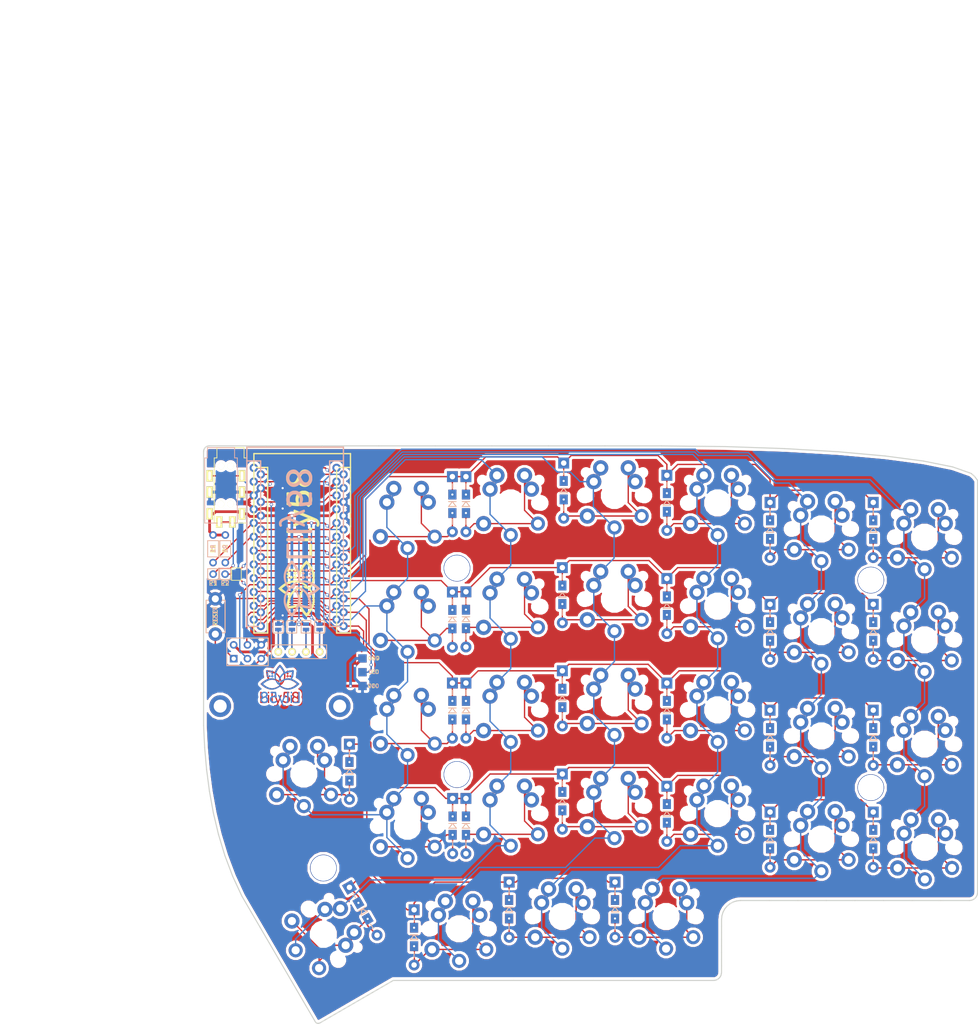
<source format=kicad_pcb>
(kicad_pcb (version 20171130) (host pcbnew "(5.1.6)-1")
  (layers (0 F.Cu signal hide) (31 B.Cu signal hide) (34 B.Paste user) (35 F.Paste user) (36 B.SilkS user) (37 F.SilkS user) (38 B.Mask user) (39 F.Mask user) (44 Edge.Cuts user))
  (net 0 "")
  (net 1 "Net-(D1-Pad2)")
  (net 2 row4)
  (net 3 "Net-(D2-Pad2)")
  (net 4 "Net-(D3-Pad2)")
  (net 5 row0)
  (net 6 "Net-(D4-Pad2)")
  (net 7 row1)
  (net 8 "Net-(D5-Pad2)")
  (net 9 row2)
  (net 10 "Net-(D6-Pad2)")
  (net 11 row3)
  (net 12 "Net-(D7-Pad2)")
  (net 13 "Net-(D8-Pad2)")
  (net 14 "Net-(D9-Pad2)")
  (net 15 "Net-(D10-Pad2)")
  (net 16 "Net-(D11-Pad2)")
  (net 17 "Net-(D12-Pad2)")
  (net 18 "Net-(D13-Pad2)")
  (net 19 "Net-(D14-Pad2)")
  (net 20 "Net-(D15-Pad2)")
  (net 21 "Net-(D16-Pad2)")
  (net 22 "Net-(D17-Pad2)")
  (net 23 "Net-(D18-Pad2)")
  (net 24 "Net-(D19-Pad2)")
  (net 25 "Net-(D20-Pad2)")
  (net 26 "Net-(D21-Pad2)")
  (net 27 "Net-(D22-Pad2)")
  (net 28 "Net-(D23-Pad2)")
  (net 29 "Net-(D24-Pad2)")
  (net 30 "Net-(D25-Pad2)")
  (net 31 "Net-(D26-Pad2)")
  (net 32 "Net-(D27-Pad2)")
  (net 33 "Net-(D28-Pad2)")
  (net 34 VCC)
  (net 35 GND)
  (net 36 col0)
  (net 37 col1)
  (net 38 col2)
  (net 39 col3)
  (net 40 col4)
  (net 41 col5)
  (net 42 SDA)
  (net 43 LED)
  (net 44 SCL)
  (net 45 RESET)
  (net 46 "Net-(D29-Pad2)")
  (net 47 "Net-(U1-Pad24)")
  (net 48 "Net-(U1-Pad20)")
  (net 49 "Net-(U1-Pad19)")
  (net 50 "Net-(U1-Pad7)")
  (net 51 DATA)
  (net 52 "Net-(J2-Pad4)")
  (net 53 "Net-(J2-Pad3)")
  (net 54 "Net-(JP1-Pad1)")
  (net 55 "Net-(JP2-Pad1)")
  (net 56 "Net-(JP3-Pad1)")
  (net 57 "Net-(JP4-Pad1)")
  (module Lily58-footprint:MJ-4PP-9 (layer F.Cu) (at 87.9 39.3)
    (fp_text reference J2 hide)
    (fp_text value 4PIN hide)
    (pad "" np_thru_hole circle (at -1.75 8.5) (size 1.2 1.2) (drill 1.2) (layers *.Cu *.Mask F.SilkS))
    (pad "" np_thru_hole circle (at -1.75 1.5) (size 1.2 1.2) (drill 1.2) (layers *.Cu *.Mask F.SilkS))
    (pad 1 thru_hole rect (at -3.85 10.3) (size 1.2 2.1) (drill oval 0.5 1.6) (layers *.Cu *.Mask F.SilkS) (net 34 VCC) (clearance 0.15))
    (pad 4 thru_hole rect (at 0.35 11.8) (size 1.2 2.1) (drill oval 0.5 1.6) (layers *.Cu *.Mask F.SilkS) (net 52 "Net-(J2-Pad4)") (clearance 0.15))
    (pad 3 thru_hole rect (at -3.85 3.3) (size 1.2 2.1) (drill oval 0.5 1.6) (layers *.Cu *.Mask F.SilkS) (net 53 "Net-(J2-Pad3)") (clearance 0.15))
    (pad 2 thru_hole rect (at -3.85 6.3) (size 1.2 2.1) (drill oval 0.5 1.6) (layers *.Cu *.Mask F.SilkS) (net 35 GND) (clearance 0.15))
    (pad "" np_thru_hole circle (at 0 1.5) (size 1.2 1.2) (drill 1.2) (layers *.Cu *.Mask F.SilkS))
    (pad "" np_thru_hole circle (at 0 8.5) (size 1.2 1.2) (drill 1.2) (layers *.Cu *.Mask F.SilkS))
    (pad 3 thru_hole rect (at 2.1 3.3) (size 1.2 2.1) (drill oval 0.5 1.6) (layers *.Cu *.Mask F.SilkS) (net 53 "Net-(J2-Pad3)") (clearance 0.15))
    (pad 2 thru_hole rect (at 2.1 6.3) (size 1.2 2.1) (drill oval 0.5 1.6) (layers *.Cu *.Mask F.SilkS) (net 35 GND) (clearance 0.15))
    (pad 1 thru_hole rect (at 2.1 10.3) (size 1.2 2.1) (drill oval 0.5 1.6) (layers *.Cu *.Mask F.SilkS) (net 34 VCC) (clearance 0.15))
    (pad 4 thru_hole rect (at -2.1 11.8) (size 1.2 2.1) (drill oval 0.5 1.6) (layers *.Cu *.Mask F.SilkS) (net 52 "Net-(J2-Pad4)") (clearance 0.15))
  )
  (module Lily58-footprint:lily58_logo_2 (layer F.Cu) (at 97 81.2)
    (fp_text reference G*** hide)
    (fp_text value LOGO hide)
    (fp_poly (pts (xy 1.418714 -2.781746) (xy 1.434649 -2.768201) (xy 1.456095 -2.748275) (xy 1.480912 -2.724136) (xy 1.50696 -2.697952) (xy 1.532101 -2.67189) (xy 1.554194 -2.648117) (xy 1.571101 -2.628803) (xy 1.580681 -2.616113) (xy 1.582057 -2.612854) (xy 1.577145 -2.604365) (xy 1.563828 -2.588107) (xy 1.544241 -2.566258) (xy 1.520514 -2.540996) (xy 1.494781 -2.5145) (xy 1.469172 -2.488948) (xy 1.445822 -2.466519) (xy 1.426862 -2.44939) (xy 1.414424 -2.43974) (xy 1.411288 -2.4384) (xy 1.403998 -2.443303) (xy 1.38839 -2.456882) (xy 1.366299 -2.477438) (xy 1.33956 -2.503275) (xy 1.31746 -2.525197) (xy 1.230889 -2.611994) (xy 1.317187 -2.699368) (xy 1.346078 -2.728223) (xy 1.371693 -2.75306) (xy 1.392215 -2.772176) (xy 1.405826 -2.783869) (xy 1.410428 -2.786743) (xy 1.418714 -2.781746)) (layer F.Cu) (width 0.01))
    (fp_poly (pts (xy 1.822488 -2.810846) (xy 1.838605 -2.797331) (xy 1.860907 -2.777116) (xy 1.887475 -2.75209) (xy 1.91639 -2.724146) (xy 1.945733 -2.695171) (xy 1.973586 -2.667057) (xy 1.998028 -2.641694) (xy 2.017142 -2.620972) (xy 2.029009 -2.606781) (xy 2.032 -2.601501) (xy 2.027061 -2.594184) (xy 2.013509 -2.578756) (xy 1.993243 -2.557112) (xy 1.968165 -2.53115) (xy 1.940173 -2.502766) (xy 1.911167 -2.473856) (xy 1.883046 -2.446316) (xy 1.857711 -2.422043) (xy 1.837061 -2.402933) (xy 1.822995 -2.390883) (xy 1.81773 -2.3876) (xy 1.810614 -2.392518) (xy 1.79498 -2.406239) (xy 1.772486 -2.427213) (xy 1.744786 -2.45389) (xy 1.713535 -2.484721) (xy 1.707149 -2.491105) (xy 1.675685 -2.523145) (xy 1.648082 -2.552246) (xy 1.625897 -2.576685) (xy 1.610686 -2.59474) (xy 1.604006 -2.604687) (xy 1.603829 -2.605502) (xy 1.608829 -2.614157) (xy 1.622527 -2.630726) (xy 1.642972 -2.653259) (xy 1.668213 -2.67981) (xy 1.696298 -2.70843) (xy 1.725275 -2.73717) (xy 1.753193 -2.764084) (xy 1.778101 -2.787222) (xy 1.798047 -2.804638) (xy 1.811079 -2.814382) (xy 1.814474 -2.815771) (xy 1.822488 -2.810846)) (layer F.Cu) (width 0.01))
    (fp_poly (pts (xy 2.316259 -2.854318) (xy 2.33277 -2.840505) (xy 2.355704 -2.819632) (xy 2.383304 -2.793461) (xy 2.413812 -2.763751) (xy 2.445471 -2.732261) (xy 2.476523 -2.700752) (xy 2.505212 -2.670983) (xy 2.529778 -2.644713) (xy 2.548465 -2.623703) (xy 2.559515 -2.609712) (xy 2.561772 -2.605156) (xy 2.556776 -2.596826) (xy 2.542962 -2.580316) (xy 2.52209 -2.557382) (xy 2.495919 -2.529782) (xy 2.466208 -2.499274) (xy 2.434719 -2.467615) (xy 2.403209 -2.436562) (xy 2.37344 -2.407874) (xy 2.347171 -2.383308) (xy 2.326161 -2.364621) (xy 2.31217 -2.35357) (xy 2.307614 -2.351314) (xy 2.299605 -2.356261) (xy 2.283003 -2.370147) (xy 2.25937 -2.391538) (xy 2.230264 -2.419001) (xy 2.197246 -2.4511) (xy 2.175249 -2.472949) (xy 2.141017 -2.507668) (xy 2.110519 -2.539449) (xy 2.085187 -2.566728) (xy 2.066453 -2.587945) (xy 2.055748 -2.601537) (xy 2.053772 -2.605472) (xy 2.058767 -2.613802) (xy 2.072581 -2.630312) (xy 2.093454 -2.653246) (xy 2.119625 -2.680846) (xy 2.149335 -2.711354) (xy 2.180825 -2.743013) (xy 2.212334 -2.774066) (xy 2.242103 -2.802754) (xy 2.268372 -2.82732) (xy 2.289382 -2.846007) (xy 2.303373 -2.857058) (xy 2.30793 -2.859314) (xy 2.316259 -2.854318)) (layer F.Cu) (width 0.01))
    (fp_poly (pts (xy 1.419315 -2.411628) (xy 1.435102 -2.397907) (xy 1.456989 -2.377382) (xy 1.48309 -2.351973) (xy 1.511519 -2.323596) (xy 1.540389 -2.294171) (xy 1.567814 -2.265615) (xy 1.591909 -2.239847) (xy 1.610786 -2.218785) (xy 1.622561 -2.204346) (xy 1.6256 -2.198914) (xy 1.620683 -2.190981) (xy 1.607191 -2.174927) (xy 1.587008 -2.152669) (xy 1.562022 -2.126125) (xy 1.534119 -2.097215) (xy 1.505184 -2.067855) (xy 1.477104 -2.039965) (xy 1.451765 -2.015462) (xy 1.431054 -1.996265) (xy 1.416856 -1.984291) (xy 1.411515 -1.9812) (xy 1.404723 -1.986087) (xy 1.389336 -1.999723) (xy 1.366995 -2.020569) (xy 1.339343 -2.047088) (xy 1.308023 -2.077742) (xy 1.301405 -2.08429) (xy 1.26975 -2.116226) (xy 1.241978 -2.145295) (xy 1.219654 -2.169773) (xy 1.204343 -2.187934) (xy 1.197609 -2.198054) (xy 1.197429 -2.198914) (xy 1.202346 -2.206847) (xy 1.215838 -2.222902) (xy 1.236021 -2.24516) (xy 1.261007 -2.271703) (xy 1.28891 -2.300613) (xy 1.317845 -2.329973) (xy 1.345925 -2.357863) (xy 1.371264 -2.382366) (xy 1.391975 -2.401564) (xy 1.406173 -2.413537) (xy 1.411515 -2.416628) (xy 1.419315 -2.411628)) (layer F.Cu) (width 0.01))
    (fp_poly (pts (xy 2.412968 -2.227975) (xy 2.444769 -2.195711) (xy 2.472714 -2.166365) (xy 2.495258 -2.141642) (xy 2.510855 -2.123248) (xy 2.517959 -2.112889) (xy 2.518229 -2.111825) (xy 2.513229 -2.103132) (xy 2.499532 -2.086527) (xy 2.479088 -2.063958) (xy 2.453849 -2.037375) (xy 2.425765 -2.008727) (xy 2.396788 -1.979964) (xy 2.368869 -1.953035) (xy 2.34396 -1.92989) (xy 2.32401 -1.912478) (xy 2.310972 -1.902748) (xy 2.307584 -1.901371) (xy 2.299366 -1.906309) (xy 2.282718 -1.920093) (xy 2.25934 -1.941177) (xy 2.230936 -1.968016) (xy 2.199208 -1.999064) (xy 2.191625 -2.006632) (xy 2.086552 -2.111893) (xy 2.19713 -2.22247) (xy 2.307707 -2.333048) (xy 2.412968 -2.227975)) (layer F.Cu) (width 0.01))
    (fp_poly (pts (xy 2.316339 -1.867433) (xy 2.332458 -1.854126) (xy 2.354185 -1.834553) (xy 2.379347 -1.810846) (xy 2.405768 -1.785139) (xy 2.431274 -1.759563) (xy 2.45369 -1.73625) (xy 2.470842 -1.717332) (xy 2.480554 -1.704942) (xy 2.481943 -1.701795) (xy 2.477103 -1.694889) (xy 2.463959 -1.679952) (xy 2.444575 -1.659089) (xy 2.421016 -1.634409) (xy 2.395345 -1.608018) (xy 2.369626 -1.582023) (xy 2.345923 -1.558531) (xy 2.326301 -1.53965) (xy 2.312824 -1.527485) (xy 2.307772 -1.524) (xy 2.301622 -1.528881) (xy 2.287047 -1.542389) (xy 2.26582 -1.562825) (xy 2.239713 -1.588489) (xy 2.218758 -1.60938) (xy 2.190385 -1.638245) (xy 2.166018 -1.66383) (xy 2.147365 -1.684278) (xy 2.136133 -1.69773) (xy 2.1336 -1.702027) (xy 2.138619 -1.710227) (xy 2.152222 -1.726035) (xy 2.172232 -1.747324) (xy 2.196468 -1.771967) (xy 2.222751 -1.797834) (xy 2.248904 -1.822798) (xy 2.272746 -1.844732) (xy 2.292099 -1.861507) (xy 2.304783 -1.870995) (xy 2.308004 -1.872343) (xy 2.316339 -1.867433)) (layer F.Cu) (width 0.01))
    (fp_poly (pts (xy 1.913116 -1.917225) (xy 1.922787 -1.909656) (xy 1.939958 -1.894004) (xy 1.962722 -1.872204) (xy 1.989169 -1.846194) (xy 2.01739 -1.817907) (xy 2.045477 -1.789281) (xy 2.071521 -1.76225) (xy 2.093613 -1.73875) (xy 2.109843 -1.720717) (xy 2.118304 -1.710087) (xy 2.119086 -1.708361) (xy 2.114077 -1.700582) (xy 2.100331 -1.684834) (xy 2.07977 -1.663002) (xy 2.054319 -1.636967) (xy 2.025899 -1.608614) (xy 1.996433 -1.579824) (xy 1.967844 -1.552482) (xy 1.942055 -1.528469) (xy 1.920989 -1.509668) (xy 1.906568 -1.497964) (xy 1.901184 -1.494971) (xy 1.892884 -1.499906) (xy 1.876217 -1.51365) (xy 1.85294 -1.534617) (xy 1.824811 -1.561217) (xy 1.793589 -1.591864) (xy 1.790603 -1.594851) (xy 1.759721 -1.62633) (xy 1.732731 -1.65487) (xy 1.711217 -1.67871) (xy 1.696764 -1.696089) (xy 1.690959 -1.705246) (xy 1.690915 -1.705616) (xy 1.695852 -1.713848) (xy 1.709628 -1.7305) (xy 1.730691 -1.75386) (xy 1.757487 -1.782216) (xy 1.788464 -1.813855) (xy 1.795188 -1.820589) (xy 1.831119 -1.856213) (xy 1.858408 -1.882553) (xy 1.878481 -1.900778) (xy 1.892764 -1.912057) (xy 1.902684 -1.91756) (xy 1.909668 -1.918454) (xy 1.913116 -1.917225)) (layer F.Cu) (width 0.01))
    (fp_poly (pts (xy 1.421348 -1.954371) (xy 1.439163 -1.940401) (xy 1.463159 -1.919324) (xy 1.491532 -1.892945) (xy 1.522479 -1.863069) (xy 1.554195 -1.8315) (xy 1.584877 -1.800044) (xy 1.612721 -1.770505) (xy 1.635924 -1.744688) (xy 1.652681 -1.724399) (xy 1.66119 -1.711442) (xy 1.661886 -1.708897) (xy 1.656909 -1.699901) (xy 1.643144 -1.682726) (xy 1.622343 -1.659149) (xy 1.596257 -1.630948) (xy 1.566636 -1.599901) (xy 1.535233 -1.567785) (xy 1.503796 -1.53638) (xy 1.474079 -1.507462) (xy 1.447831 -1.482809) (xy 1.426804 -1.464199) (xy 1.412748 -1.45341) (xy 1.408305 -1.451428) (xy 1.400403 -1.456351) (xy 1.38389 -1.470155) (xy 1.36035 -1.49139) (xy 1.33137 -1.518608) (xy 1.298535 -1.55036) (xy 1.279575 -1.569064) (xy 1.245428 -1.603387) (xy 1.214748 -1.634992) (xy 1.189065 -1.662239) (xy 1.169911 -1.68349) (xy 1.158814 -1.697104) (xy 1.156731 -1.700639) (xy 1.157392 -1.707365) (xy 1.163318 -1.717955) (xy 1.175496 -1.73355) (xy 1.194914 -1.755292) (xy 1.222559 -1.784326) (xy 1.259419 -1.821792) (xy 1.274574 -1.837003) (xy 1.317749 -1.879601) (xy 1.353658 -1.913703) (xy 1.381675 -1.938748) (xy 1.401174 -1.954176) (xy 1.411517 -1.959428) (xy 1.421348 -1.954371)) (layer F.Cu) (width 0.01))
    (fp_poly (pts (xy 0.078092 -3.748263) (xy 0.237453 -3.575434) (xy 0.386427 -3.392484) (xy 0.524948 -3.19949) (xy 0.548489 -3.164114) (xy 0.656724 -2.98901) (xy 0.750642 -2.814569) (xy 0.83023 -2.640857) (xy 0.895475 -2.467939) (xy 0.946363 -2.29588) (xy 0.98288 -2.124745) (xy 1.005013 -1.9546) (xy 1.012748 -1.785509) (xy 1.006072 -1.617539) (xy 0.98497 -1.450753) (xy 0.949431 -1.285218) (xy 0.943993 -1.264693) (xy 0.935685 -1.233985) (xy 0.864316 -1.211813) (xy 0.825821 -1.199395) (xy 0.784696 -1.185396) (xy 0.747902 -1.172208) (xy 0.736557 -1.167926) (xy 0.710323 -1.158407) (xy 0.689601 -1.151981) (xy 0.677785 -1.149658) (xy 0.676399 -1.149982) (xy 0.676674 -1.158133) (xy 0.680561 -1.176823) (xy 0.687318 -1.20275) (xy 0.691518 -1.217319) (xy 0.729788 -1.368959) (xy 0.754242 -1.520192) (xy 0.764833 -1.671442) (xy 0.761512 -1.823133) (xy 0.74423 -1.975688) (xy 0.71294 -2.12953) (xy 0.667593 -2.285083) (xy 0.608141 -2.44277) (xy 0.534535 -2.603016) (xy 0.532958 -2.60617) (xy 0.493733 -2.682587) (xy 0.456381 -2.750847) (xy 0.417788 -2.816314) (xy 0.37484 -2.884351) (xy 0.345938 -2.928257) (xy 0.276796 -3.027892) (xy 0.201006 -3.129752) (xy 0.122143 -3.229243) (xy 0.043777 -3.321775) (xy 0.012809 -3.356428) (xy -0.020192 -3.392714) (xy -0.036297 -3.3782) (xy -0.050449 -3.363876) (xy -0.071852 -3.340211) (xy -0.098778 -3.309267) (xy -0.129496 -3.273104) (xy -0.162278 -3.233784) (xy -0.195392 -3.193368) (xy -0.22711 -3.153916) (xy -0.255702 -3.117491) (xy -0.262522 -3.108624) (xy -0.331453 -3.014616) (xy -0.400239 -2.913451) (xy -0.465221 -2.810703) (xy -0.521506 -2.714171) (xy -0.543533 -2.673297) (xy -0.566606 -2.62835) (xy -0.589898 -2.58117) (xy -0.61258 -2.533596) (xy -0.633826 -2.487467) (xy -0.652808 -2.444622) (xy -0.668697 -2.406902) (xy -0.680667 -2.376144) (xy -0.68789 -2.354189) (xy -0.689537 -2.342875) (xy -0.689006 -2.341943) (xy -0.682045 -2.337037) (xy -0.665794 -2.325755) (xy -0.642919 -2.309945) (xy -0.624114 -2.296981) (xy -0.492716 -2.197747) (xy -0.370449 -2.087318) (xy -0.257293 -1.965665) (xy -0.153229 -1.832762) (xy -0.058238 -1.688581) (xy 0.027699 -1.533096) (xy 0.104601 -1.366278) (xy 0.172488 -1.188101) (xy 0.188841 -1.139371) (xy 0.2029 -1.095706) (xy 0.216013 -1.053852) (xy 0.227224 -1.016944) (xy 0.235578 -0.988118) (xy 0.239609 -0.972785) (xy 0.244495 -0.949793) (xy 0.245199 -0.936682) (xy 0.241427 -0.929348) (xy 0.236232 -0.925613) (xy 0.225568 -0.918954) (xy 0.205448 -0.906154) (xy 0.178601 -0.888959) (xy 0.147758 -0.869113) (xy 0.142623 -0.8658) (xy 0.112477 -0.8469) (xy 0.086769 -0.831824) (xy 0.067864 -0.821883) (xy 0.058127 -0.818386) (xy 0.057434 -0.818629) (xy 0.053771 -0.82752) (xy 0.047625 -0.846943) (xy 0.040087 -0.873359) (xy 0.036852 -0.885371) (xy -0.010296 -1.043231) (xy -0.066363 -1.19516) (xy -0.130692 -1.339967) (xy -0.202624 -1.476463) (xy -0.2815 -1.603456) (xy -0.366663 -1.719757) (xy -0.457452 -1.824176) (xy -0.513158 -1.87951) (xy -0.632074 -1.98128) (xy -0.761849 -2.073745) (xy -0.902527 -2.156921) (xy -1.054154 -2.230826) (xy -1.216775 -2.295474) (xy -1.390436 -2.350883) (xy -1.57518 -2.39707) (xy -1.771055 -2.434049) (xy -1.978104 -2.461839) (xy -2.165406 -2.478418) (xy -2.229869 -2.482856) (xy -2.224829 -2.400757) (xy -2.205247 -2.180459) (xy -2.174058 -1.968746) (xy -2.131221 -1.765436) (xy -2.076693 -1.570344) (xy -2.010433 -1.383287) (xy -1.975468 -1.298651) (xy -1.961176 -1.265617) (xy -1.864145 -1.281947) (xy -1.699162 -1.302736) (xy -1.533849 -1.30957) (xy -1.367979 -1.302401) (xy -1.201324 -1.28118) (xy -1.033654 -1.245857) (xy -0.864743 -1.196384) (xy -0.694361 -1.132712) (xy -0.52228 -1.054792) (xy -0.348273 -0.962575) (xy -0.332609 -0.953629) (xy -0.290312 -0.928795) (xy -0.245647 -0.901635) (xy -0.200663 -0.873489) (xy -0.15741 -0.845697) (xy -0.117937 -0.819599) (xy -0.084293 -0.796534) (xy -0.058527 -0.777843) (xy -0.042687 -0.764863) (xy -0.040505 -0.762653) (xy -0.034204 -0.754723) (xy -0.032838 -0.747322) (xy -0.037659 -0.737341) (xy -0.049918 -0.721673) (xy -0.06331 -0.705987) (xy -0.086219 -0.67794) (xy -0.109796 -0.646818) (xy -0.126618 -0.622786) (xy -0.15381 -0.581543) (xy -0.220993 -0.628059) (xy -0.358992 -0.717374) (xy -0.502026 -0.79805) (xy -0.648322 -0.869374) (xy -0.796109 -0.930631) (xy -0.943613 -0.981105) (xy -1.089064 -1.020083) (xy -1.23069 -1.04685) (xy -1.273628 -1.052567) (xy -1.329853 -1.057413) (xy -1.395797 -1.060096) (xy -1.466835 -1.06066) (xy -1.538338 -1.059146) (xy -1.605683 -1.055597) (xy -1.664241 -1.050056) (xy -1.673221 -1.048888) (xy -1.828826 -1.020701) (xy -1.986462 -0.978541) (xy -2.14551 -0.922702) (xy -2.305349 -0.85348) (xy -2.46536 -0.771172) (xy -2.624924 -0.676073) (xy -2.78342 -0.568478) (xy -2.940229 -0.448685) (xy -2.954243 -0.437311) (xy -2.989713 -0.408064) (xy -3.025558 -0.377957) (xy -3.058295 -0.349949) (xy -3.084443 -0.327002) (xy -3.091543 -0.320577) (xy -3.138714 -0.277352) (xy -3.120571 -0.257535) (xy -3.093013 -0.229962) (xy -3.055232 -0.195885) (xy -3.009125 -0.156786) (xy -2.956587 -0.114146) (xy -2.899516 -0.069448) (xy -2.839808 -0.024173) (xy -2.779359 0.020196) (xy -2.720067 0.062179) (xy -2.663827 0.100293) (xy -2.656114 0.105361) (xy -2.505598 0.198671) (xy -2.35881 0.27899) (xy -2.214321 0.346897) (xy -2.070706 0.40297) (xy -1.926536 0.447787) (xy -1.780385 0.481926) (xy -1.685872 0.498329) (xy -1.631307 0.504546) (xy -1.566449 0.508662) (xy -1.495366 0.510683) (xy -1.422125 0.510612) (xy -1.350793 0.508454) (xy -1.28544 0.504211) (xy -1.230131 0.497888) (xy -1.230085 0.497881) (xy -1.074248 0.467633) (xy -0.916109 0.423613) (xy -0.756602 0.366201) (xy -0.596661 0.295775) (xy -0.43722 0.212711) (xy -0.279213 0.11739) (xy -0.261505 0.105874) (xy -0.201811 0.06412) (xy -0.154119 0.024568) (xy -0.11649 -0.014613) (xy -0.086982 -0.055252) (xy -0.082232 -0.06312) (xy -0.057692 -0.114616) (xy -0.038673 -0.17393) (xy -0.027063 -0.234824) (xy -0.025473 -0.250371) (xy -0.020011 -0.305733) (xy -0.013157 -0.350465) (xy -0.004008 -0.388443) (xy 0.008337 -0.423545) (xy 0.021802 -0.453571) (xy 0.0395 -0.486217) (xy 0.060499 -0.51928) (xy 0.08069 -0.546366) (xy 0.083588 -0.549737) (xy 0.100765 -0.566672) (xy 0.124906 -0.587141) (xy 0.153748 -0.609587) (xy 0.185025 -0.632447) (xy 0.216474 -0.654163) (xy 0.245829 -0.673174) (xy 0.270826 -0.68792) (xy 0.289201 -0.696842) (xy 0.298689 -0.698378) (xy 0.298995 -0.698136) (xy 0.303347 -0.686558) (xy 0.306633 -0.66367) (xy 0.308794 -0.632641) (xy 0.309774 -0.596638) (xy 0.309515 -0.558831) (xy 0.307959 -0.522388) (xy 0.305051 -0.490478) (xy 0.303004 -0.476836) (xy 0.292858 -0.420273) (xy 0.309234 -0.440551) (xy 0.323794 -0.460468) (xy 0.343881 -0.490605) (xy 0.36799 -0.528483) (xy 0.394614 -0.571626) (xy 0.422243 -0.617559) (xy 0.449372 -0.663805) (xy 0.474494 -0.707886) (xy 0.4961 -0.747328) (xy 0.497115 -0.749235) (xy 0.547915 -0.844868) (xy 0.619087 -0.87664) (xy 0.651372 -0.890667) (xy 0.687309 -0.905655) (xy 0.724408 -0.920641) (xy 0.760177 -0.93466) (xy 0.792124 -0.94675) (xy 0.817759 -0.955947) (xy 0.834589 -0.961288) (xy 0.840096 -0.962095) (xy 0.838993 -0.953818) (xy 0.83191 -0.934555) (xy 0.819731 -0.906106) (xy 0.803342 -0.870272) (xy 0.783628 -0.828854) (xy 0.761473 -0.783653) (xy 0.737764 -0.73647) (xy 0.713384 -0.689106) (xy 0.68922 -0.643362) (xy 0.666156 -0.601039) (xy 0.645078 -0.563938) (xy 0.641024 -0.557041) (xy 0.589606 -0.472367) (xy 0.542438 -0.399781) (xy 0.498246 -0.337952) (xy 0.455757 -0.285545) (xy 0.413697 -0.241227) (xy 0.370792 -0.203666) (xy 0.32577 -0.171528) (xy 0.277356 -0.14348) (xy 0.224277 -0.118188) (xy 0.220083 -0.11637) (xy 0.190623 -0.103428) (xy 0.171522 -0.093645) (xy 0.159776 -0.084507) (xy 0.152385 -0.073503) (xy 0.146345 -0.058119) (xy 0.144684 -0.053265) (xy 0.13508 -0.027333) (xy 0.124899 -0.003255) (xy 0.12099 0.004846) (xy 0.11395 0.02057) (xy 0.114981 0.03047) (xy 0.124906 0.041297) (xy 0.125501 0.041846) (xy 0.137384 0.051165) (xy 0.158724 0.066361) (xy 0.186739 0.085507) (xy 0.218646 0.106677) (xy 0.22666 0.1119) (xy 0.389471 0.2107) (xy 0.552946 0.296137) (xy 0.716562 0.368002) (xy 0.879796 0.426086) (xy 1.042127 0.470177) (xy 1.186543 0.497651) (xy 1.237438 0.503557) (xy 1.298306 0.507783) (xy 1.365168 0.510292) (xy 1.434046 0.511045) (xy 1.500959 0.510007) (xy 1.561929 0.507139) (xy 1.612977 0.502404) (xy 1.618343 0.501695) (xy 1.780901 0.472295) (xy 1.944447 0.428745) (xy 2.108243 0.371306) (xy 2.271552 0.300241) (xy 2.433637 0.21581) (xy 2.450096 0.206444) (xy 2.541078 0.151715) (xy 2.636029 0.089946) (xy 2.731929 0.023346) (xy 2.825759 -0.045875) (xy 2.914501 -0.115506) (xy 2.995135 -0.183338) (xy 3.048 -0.231255) (xy 3.095172 -0.275682) (xy 3.058886 -0.309517) (xy 3.026193 -0.338962) (xy 2.985032 -0.374453) (xy 2.938575 -0.413371) (xy 2.889997 -0.453095) (xy 2.842472 -0.491006) (xy 2.799175 -0.524484) (xy 2.790372 -0.531115) (xy 2.633833 -0.641692) (xy 2.475693 -0.740354) (xy 2.316813 -0.82668) (xy 2.158055 -0.90025) (xy 2.000282 -0.960645) (xy 1.844355 -1.007445) (xy 1.781128 -1.022612) (xy 1.685335 -1.040202) (xy 1.582178 -1.052591) (xy 1.476015 -1.059571) (xy 1.371203 -1.060938) (xy 1.2721 -1.056484) (xy 1.208067 -1.04974) (xy 1.148355 -1.040406) (xy 1.083138 -1.0281) (xy 1.017336 -1.013887) (xy 0.955864 -0.998832) (xy 0.903641 -0.984003) (xy 0.900997 -0.983171) (xy 0.874217 -0.974998) (xy 0.858649 -0.971349) (xy 0.851794 -0.971984) (xy 0.851154 -0.976664) (xy 0.851675 -0.978447) (xy 0.855249 -0.989046) (xy 0.86268 -1.01089) (xy 0.873119 -1.041497) (xy 0.88572 -1.07838) (xy 0.897286 -1.112193) (xy 0.911531 -1.154782) (xy 0.922497 -1.18663) (xy 0.932435 -1.209655) (xy 0.943596 -1.225778) (xy 0.958228 -1.236918) (xy 0.978584 -1.244995) (xy 1.006912 -1.251929) (xy 1.045462 -1.259639) (xy 1.077686 -1.266103) (xy 1.248866 -1.294227) (xy 1.419001 -1.307932) (xy 1.587938 -1.307216) (xy 1.755521 -1.292079) (xy 1.886857 -1.269923) (xy 2.049897 -1.230031) (xy 2.215176 -1.176582) (xy 2.381669 -1.110163) (xy 2.548351 -1.03136) (xy 2.714197 -0.94076) (xy 2.878182 -0.838949) (xy 3.03928 -0.726513) (xy 3.196467 -0.604038) (xy 3.348717 -0.472111) (xy 3.45072 -0.375519) (xy 3.552372 -0.275696) (xy 3.439647 -0.165062) (xy 3.292897 -0.028622) (xy 3.139305 0.099677) (xy 2.980247 0.218966) (xy 2.817101 0.328373) (xy 2.651243 0.427029) (xy 2.484049 0.514064) (xy 2.316897 0.588608) (xy 2.151162 0.64979) (xy 2.149541 0.650324) (xy 1.983017 0.698512) (xy 1.81805 0.732965) (xy 1.654064 0.753642) (xy 1.490483 0.760499) (xy 1.326734 0.753496) (xy 1.16224 0.732592) (xy 0.996426 0.697743) (xy 0.828717 0.648908) (xy 0.658538 0.586047) (xy 0.537029 0.533397) (xy 0.461836 0.497224) (xy 0.382193 0.455922) (xy 0.301149 0.411261) (xy 0.22175 0.36501) (xy 0.147045 0.31894) (xy 0.08008 0.27482) (xy 0.029276 0.23849) (xy 0.002614 0.219055) (xy -0.015546 0.208023) (xy -0.027882 0.204543) (xy -0.037074 0.207766) (xy -0.044388 0.215104) (xy -0.05387 0.223386) (xy -0.072949 0.237761) (xy -0.099072 0.256377) (xy -0.129687 0.277384) (xy -0.137805 0.282834) (xy -0.305053 0.387951) (xy -0.473051 0.480397) (xy -0.641268 0.560012) (xy -0.809176 0.626638) (xy -0.976245 0.680115) (xy -1.141948 0.720284) (xy -1.305754 0.746985) (xy -1.467135 0.760058) (xy -1.625562 0.759346) (xy -1.7018 0.75393) (xy -1.871254 0.731003) (xy -2.042236 0.693861) (xy -2.21431 0.642671) (xy -2.387043 0.577598) (xy -2.560001 0.49881) (xy -2.73275 0.406472) (xy -2.904856 0.300751) (xy -2.933775 0.281622) (xy -3.042975 0.205483) (xy -3.153607 0.122392) (xy -3.262414 0.035018) (xy -3.366138 -0.053974) (xy -3.461521 -0.141916) (xy -3.512457 -0.192119) (xy -3.595914 -0.276729) (xy -3.486835 -0.383293) (xy -3.335802 -0.522998) (xy -3.177728 -0.6542) (xy -3.014009 -0.776002) (xy -2.846043 -0.887504) (xy -2.675224 -0.987809) (xy -2.502951 -1.076018) (xy -2.330619 -1.151232) (xy -2.240459 -1.185262) (xy -2.234063 -1.188861) (xy -2.232847 -1.19552) (xy -2.237377 -1.208442) (xy -2.248218 -1.230828) (xy -2.248678 -1.231743) (xy -2.263846 -1.264175) (xy -2.282274 -1.307249) (xy -2.302735 -1.357802) (xy -2.324001 -1.412672) (xy -2.344843 -1.468698) (xy -2.364036 -1.522717) (xy -2.379057 -1.567543) (xy -2.428432 -1.737874) (xy -2.46996 -1.917378) (xy -2.503125 -2.102701) (xy -2.527408 -2.290488) (xy -2.542291 -2.477383) (xy -2.547257 -2.657168) (xy -2.547257 -2.801257) (xy -2.418443 -2.801227) (xy -2.246507 -2.79667) (xy -2.071305 -2.78338) (xy -1.895135 -2.76181) (xy -1.720294 -2.732416) (xy -1.54908 -2.695651) (xy -1.383791 -2.65197) (xy -1.226724 -2.601827) (xy -1.080177 -2.545677) (xy -1.041281 -2.528913) (xy -1.007997 -2.51431) (xy -0.979098 -2.501862) (xy -0.957385 -2.492757) (xy -0.945659 -2.488187) (xy -0.944877 -2.487951) (xy -0.93795 -2.493417) (xy -0.927609 -2.51158) (xy -0.914509 -2.541202) (xy -0.90781 -2.558143) (xy -0.832658 -2.73553) (xy -0.743847 -2.912444) (xy -0.642211 -3.087624) (xy -0.528585 -3.259805) (xy -0.403803 -3.427726) (xy -0.268698 -3.590124) (xy -0.124106 -3.745735) (xy -0.121571 -3.748314) (xy -0.021617 -3.849914) (xy 0.078092 -3.748263)) (layer F.Cu) (width 0.01))
    (fp_poly (pts (xy -2.090489 1.162223) (xy -2.060579 1.163924) (xy -2.041134 1.16659) (xy -2.028107 1.171538) (xy -2.017453 1.180084) (xy -2.009558 1.188556) (xy -2.000823 1.198791) (xy -1.994908 1.208369) (xy -1.991264 1.220278) (xy -1.989341 1.237506) (xy -1.988588 1.263043) (xy -1.988457 1.299877) (xy -1.988457 1.303249) (xy -1.989034 1.33932) (xy -1.990606 1.371025) (xy -1.992937 1.395033) (xy -1.99579 1.408012) (xy -1.995929 1.408288) (xy -2.010359 1.425057) (xy -2.033673 1.436242) (xy -2.067609 1.442389) (xy -2.109654 1.444065) (xy -2.142504 1.442961) (xy -2.170466 1.440088) (xy -2.189209 1.435928) (xy -2.191657 1.434892) (xy -2.210017 1.421795) (xy -2.222739 1.402495) (xy -2.230447 1.374928) (xy -2.233759 1.337027) (xy -2.233591 1.2954) (xy -2.23049 1.247041) (xy -2.223294 1.211333) (xy -2.210195 1.186597) (xy -2.189389 1.171153) (xy -2.15907 1.16332) (xy -2.117432 1.161417) (xy -2.090489 1.162223)) (layer F.Cu) (width 0.01))
    (fp_poly (pts (xy -2.099347 1.742825) (xy -2.069088 1.744379) (xy -2.049378 1.746851) (xy -2.036255 1.751501) (xy -2.025758 1.759588) (xy -2.01689 1.769043) (xy -1.995714 1.792743) (xy -1.995714 3.185657) (xy -2.01689 3.209357) (xy -2.028101 3.221028) (xy -2.038776 3.228197) (xy -2.052912 3.232118) (xy -2.074506 3.234044) (xy -2.098533 3.234949) (xy -2.141248 3.234519) (xy -2.171617 3.23002) (xy -2.182857 3.226114) (xy -2.19027 3.222918) (xy -2.196824 3.219822) (xy -2.202571 3.215963) (xy -2.207565 3.210477) (xy -2.211858 3.2025) (xy -2.215503 3.191169) (xy -2.218553 3.175619) (xy -2.22106 3.154987) (xy -2.223079 3.128409) (xy -2.224661 3.095021) (xy -2.225859 3.05396) (xy -2.226726 3.004362) (xy -2.227316 2.945362) (xy -2.22768 2.876098) (xy -2.227872 2.795706) (xy -2.227945 2.703321) (xy -2.227951 2.59808) (xy -2.227943 2.4892) (xy -2.227951 2.371608) (xy -2.22794 2.267661) (xy -2.227858 2.176493) (xy -2.227655 2.097233) (xy -2.227277 2.029015) (xy -2.226673 1.970969) (xy -2.225791 1.922228) (xy -2.22458 1.881923) (xy -2.222987 1.849186) (xy -2.220961 1.823149) (xy -2.21845 1.802943) (xy -2.215402 1.787699) (xy -2.211765 1.776551) (xy -2.207488 1.768629) (xy -2.202519 1.763065) (xy -2.196805 1.758991) (xy -2.190295 1.755538) (xy -2.183971 1.752379) (xy -2.166714 1.745901) (xy -2.144306 1.742714) (xy -2.112823 1.742372) (xy -2.099347 1.742825)) (layer F.Cu) (width 0.01))
    (fp_poly (pts (xy -3.493894 1.162254) (xy -3.462656 1.164125) (xy -3.441948 1.167249) (xy -3.42779 1.172639) (xy -3.416199 1.181314) (xy -3.415055 1.182376) (xy -3.399942 1.202035) (xy -3.389319 1.225202) (xy -3.389115 1.225918) (xy -3.387953 1.237468) (xy -3.386883 1.263198) (xy -3.38591 1.302776) (xy -3.385034 1.355868) (xy -3.38426 1.422141) (xy -3.383589 1.501263) (xy -3.383024 1.592899) (xy -3.382568 1.696716) (xy -3.382224 1.812382) (xy -3.381994 1.939563) (xy -3.381881 2.077925) (xy -3.381869 2.135252) (xy -3.381828 3.018647) (xy -2.93565 3.020624) (xy -2.489472 3.0226) (xy -2.46575 3.046324) (xy -2.45343 3.059618) (xy -2.44633 3.071774) (xy -2.44302 3.087426) (xy -2.442069 3.111211) (xy -2.442028 3.123198) (xy -2.444158 3.162943) (xy -2.451316 3.191395) (xy -2.46466 3.211251) (xy -2.485347 3.225206) (xy -2.485904 3.225472) (xy -2.49805 3.227798) (xy -2.523219 3.229882) (xy -2.559984 3.231723) (xy -2.60692 3.233322) (xy -2.6626 3.234678) (xy -2.725599 3.235792) (xy -2.79449 3.236664) (xy -2.867847 3.237294) (xy -2.944245 3.237683) (xy -3.022257 3.23783) (xy -3.100457 3.237736) (xy -3.177419 3.237401) (xy -3.251717 3.236826) (xy -3.321925 3.236009) (xy -3.386616 3.234953) (xy -3.444366 3.233656) (xy -3.493747 3.232119) (xy -3.533334 3.230342) (xy -3.5617 3.228326) (xy -3.57742 3.22607) (xy -3.579494 3.225326) (xy -3.585363 3.22242) (xy -3.590657 3.21991) (xy -3.595406 3.217073) (xy -3.59964 3.213184) (xy -3.603387 3.20752) (xy -3.606678 3.199356) (xy -3.609542 3.187969) (xy -3.612009 3.172635) (xy -3.614107 3.15263) (xy -3.615867 3.12723) (xy -3.617318 3.09571) (xy -3.618489 3.057348) (xy -3.619411 3.01142) (xy -3.620111 2.9572) (xy -3.620621 2.893966) (xy -3.620969 2.820994) (xy -3.621185 2.737559) (xy -3.621299 2.642938) (xy -3.621339 2.536406) (xy -3.621336 2.417241) (xy -3.621319 2.284717) (xy -3.621314 2.198915) (xy -3.621328 2.057983) (xy -3.621349 1.930843) (xy -3.621345 1.816771) (xy -3.621285 1.715043) (xy -3.621138 1.624937) (xy -3.620871 1.54573) (xy -3.620455 1.476697) (xy -3.619856 1.417116) (xy -3.619045 1.366264) (xy -3.617988 1.323417) (xy -3.616656 1.287853) (xy -3.615016 1.258848) (xy -3.613037 1.235679) (xy -3.610688 1.217623) (xy -3.607937 1.203956) (xy -3.604752 1.193956) (xy -3.601103 1.186898) (xy -3.596958 1.182061) (xy -3.592285 1.178721) (xy -3.587053 1.176154) (xy -3.58123 1.173638) (xy -3.576648 1.171448) (xy -3.558925 1.165031) (xy -3.53516 1.16201) (xy -3.501579 1.161965) (xy -3.493894 1.162254)) (layer F.Cu) (width 0.01))
    (fp_poly (pts (xy 2.929251 1.141304) (xy 2.993591 1.146052) (xy 3.052515 1.15364) (xy 3.098884 1.163169) (xy 3.192044 1.193582) (xy 3.274312 1.233389) (xy 3.346042 1.282806) (xy 3.407589 1.342052) (xy 3.426156 1.364343) (xy 3.470955 1.432554) (xy 3.502997 1.50644) (xy 3.522409 1.584986) (xy 3.529316 1.667178) (xy 3.523843 1.752003) (xy 3.506116 1.838445) (xy 3.47626 1.925492) (xy 3.434401 2.012128) (xy 3.380664 2.09734) (xy 3.326948 2.166474) (xy 3.288627 2.211647) (xy 3.340396 2.247009) (xy 3.40958 2.30132) (xy 3.468212 2.36208) (xy 3.515135 2.427825) (xy 3.549189 2.497091) (xy 3.557842 2.521857) (xy 3.567692 2.566305) (xy 3.573192 2.619449) (xy 3.574278 2.676118) (xy 3.570887 2.731141) (xy 3.562956 2.779348) (xy 3.561085 2.786743) (xy 3.530519 2.872814) (xy 3.487386 2.952047) (xy 3.432256 3.023769) (xy 3.365704 3.087304) (xy 3.288301 3.141978) (xy 3.234678 3.171344) (xy 3.170316 3.200217) (xy 3.108343 3.221352) (xy 3.044574 3.235713) (xy 2.974824 3.244265) (xy 2.902857 3.247805) (xy 2.859794 3.248283) (xy 2.818044 3.247825) (xy 2.781514 3.246536) (xy 2.754111 3.244522) (xy 2.746975 3.2436) (xy 2.652879 3.223132) (xy 2.561807 3.192273) (xy 2.47696 3.152342) (xy 2.40154 3.10466) (xy 2.391229 3.096915) (xy 2.325087 3.03713) (xy 2.268214 2.96737) (xy 2.222175 2.889946) (xy 2.188538 2.807173) (xy 2.183374 2.789961) (xy 2.175542 2.758293) (xy 2.170543 2.726915) (xy 2.167847 2.691039) (xy 2.166922 2.645879) (xy 2.166908 2.6416) (xy 2.168078 2.610809) (xy 2.453027 2.610809) (xy 2.456105 2.665536) (xy 2.464803 2.714174) (xy 2.467322 2.723002) (xy 2.494276 2.786304) (xy 2.533568 2.844112) (xy 2.583597 2.894977) (xy 2.642763 2.937452) (xy 2.709463 2.970086) (xy 2.757715 2.985762) (xy 2.794013 2.992206) (xy 2.839327 2.995751) (xy 2.88845 2.996396) (xy 2.936177 2.99414) (xy 2.9773 2.988981) (xy 2.991896 2.985809) (xy 3.059484 2.962556) (xy 3.119368 2.930629) (xy 3.170954 2.891388) (xy 3.213646 2.846197) (xy 3.24685 2.796415) (xy 3.26997 2.743407) (xy 3.282412 2.688532) (xy 3.28358 2.633154) (xy 3.272881 2.578635) (xy 3.249718 2.526335) (xy 3.21376 2.477903) (xy 3.192533 2.456421) (xy 3.169132 2.436192) (xy 3.14208 2.416383) (xy 3.109896 2.396162) (xy 3.071101 2.374695) (xy 3.024216 2.351149) (xy 2.967762 2.324694) (xy 2.900259 2.294494) (xy 2.845502 2.270622) (xy 2.697432 2.206569) (xy 2.662703 2.232062) (xy 2.611751 2.275314) (xy 2.564389 2.326613) (xy 2.522953 2.382722) (xy 2.489777 2.440406) (xy 2.467196 2.496427) (xy 2.464098 2.50737) (xy 2.455662 2.556064) (xy 2.453027 2.610809) (xy 2.168078 2.610809) (xy 2.169539 2.572399) (xy 2.178587 2.511227) (xy 2.195291 2.452555) (xy 2.220887 2.390855) (xy 2.224899 2.382392) (xy 2.256135 2.326952) (xy 2.296787 2.269269) (xy 2.34371 2.212997) (xy 2.393758 2.161793) (xy 2.443787 2.119312) (xy 2.462906 2.105703) (xy 2.491041 2.08691) (xy 2.466535 2.069035) (xy 2.451589 2.056701) (xy 2.429648 2.03681) (xy 2.403808 2.012237) (xy 2.38025 1.988966) (xy 2.329332 1.931348) (xy 2.291663 1.873317) (xy 2.266154 1.812219) (xy 2.251713 1.745402) (xy 2.247617 1.6764) (xy 2.529354 1.6764) (xy 2.529967 1.710789) (xy 2.532148 1.735549) (xy 2.536831 1.755553) (xy 2.544954 1.775673) (xy 2.5507 1.787502) (xy 2.575694 1.826157) (xy 2.611715 1.866305) (xy 2.655893 1.905243) (xy 2.70536 1.940265) (xy 2.72528 1.952172) (xy 2.749272 1.964916) (xy 2.781351 1.980726) (xy 2.819309 1.998637) (xy 2.860939 2.017685) (xy 2.904035 2.036904) (xy 2.946389 2.05533) (xy 2.985796 2.071998) (xy 3.020049 2.085944) (xy 3.04694 2.096201) (xy 3.064263 2.101807) (xy 3.06919 2.102529) (xy 3.07802 2.096364) (xy 3.092789 2.081254) (xy 3.110877 2.059976) (xy 3.118622 2.050143) (xy 3.15795 1.992348) (xy 3.192016 1.928994) (xy 3.219532 1.863388) (xy 3.239207 1.798834) (xy 3.249753 1.738638) (xy 3.2512 1.710354) (xy 3.244713 1.641795) (xy 3.225777 1.57988) (xy 3.19518 1.5253) (xy 3.153709 1.478742) (xy 3.102152 1.440897) (xy 3.041296 1.412454) (xy 2.971929 1.394103) (xy 2.894838 1.386532) (xy 2.881086 1.386367) (xy 2.804157 1.391991) (xy 2.7343 1.408508) (xy 2.672511 1.43538) (xy 2.619783 1.47207) (xy 2.57711 1.51804) (xy 2.548564 1.565961) (xy 2.539026 1.588277) (xy 2.533217 1.608637) (xy 2.530281 1.631966) (xy 2.52936 1.663191) (xy 2.529354 1.6764) (xy 2.247617 1.6764) (xy 2.247249 1.670212) (xy 2.247274 1.665515) (xy 2.254747 1.579725) (xy 2.275241 1.499453) (xy 2.308089 1.425386) (xy 2.352625 1.358214) (xy 2.408183 1.298626) (xy 2.474094 1.247311) (xy 2.549692 1.204959) (xy 2.634311 1.172258) (xy 2.727284 1.149898) (xy 2.749588 1.146318) (xy 2.802664 1.141216) (xy 2.86408 1.139619) (xy 2.929251 1.141304)) (layer F.Cu) (width 0.01))
    (fp_poly (pts (xy 1.300995 1.172034) (xy 1.384164 1.17211) (xy 1.454924 1.172349) (xy 1.514327 1.172843) (xy 1.563425 1.173681) (xy 1.603271 1.174957) (xy 1.634916 1.176762) (xy 1.659415 1.179186) (xy 1.677818 1.182321) (xy 1.691179 1.18626) (xy 1.700549 1.191092) (xy 1.706981 1.19691) (xy 1.711528 1.203806) (xy 1.715242 1.211869) (xy 1.717207 1.216589) (xy 1.722865 1.239214) (xy 1.72612 1.270807) (xy 1.726896 1.306008) (xy 1.725117 1.33946) (xy 1.720705 1.365804) (xy 1.7194 1.370038) (xy 1.707544 1.390545) (xy 1.692186 1.405593) (xy 1.686985 1.408578) (xy 1.680091 1.411093) (xy 1.670265 1.413186) (xy 1.656265 1.414907) (xy 1.63685 1.416306) (xy 1.610779 1.41743) (xy 1.576813 1.418331) (xy 1.533709 1.419056) (xy 1.480227 1.419655) (xy 1.415126 1.420178) (xy 1.337165 1.420673) (xy 1.3081 1.420841) (xy 1.236886 1.421365) (xy 1.170268 1.422088) (xy 1.109617 1.422977) (xy 1.056303 1.424003) (xy 1.011697 1.425133) (xy 0.977169 1.426337) (xy 0.95409 1.427583) (xy 0.943831 1.428841) (xy 0.943429 1.429137) (xy 0.942639 1.437549) (xy 0.940392 1.45872) (xy 0.936872 1.490989) (xy 0.932261 1.532694) (xy 0.926745 1.582174) (xy 0.920506 1.637766) (xy 0.914084 1.69466) (xy 0.907415 1.754333) (xy 0.901433 1.80932) (xy 0.896302 1.857986) (xy 0.892188 1.898701) (xy 0.889255 1.92983) (xy 0.88767 1.949742) (xy 0.887568 1.956788) (xy 0.895157 1.955634) (xy 0.911952 1.949758) (xy 0.929613 1.94245) (xy 1.004434 1.917014) (xy 1.086668 1.902242) (xy 1.173929 1.898095) (xy 1.263825 1.904534) (xy 1.35397 1.92152) (xy 1.441974 1.949014) (xy 1.446975 1.950935) (xy 1.518086 1.982949) (xy 1.581342 2.021528) (xy 1.641237 2.069636) (xy 1.673431 2.100284) (xy 1.728936 2.161604) (xy 1.772585 2.223547) (xy 1.806722 2.289734) (xy 1.823006 2.331262) (xy 1.850309 2.429008) (xy 1.863101 2.526887) (xy 1.861381 2.624844) (xy 1.845147 2.722823) (xy 1.82794 2.783115) (xy 1.790891 2.872628) (xy 1.741971 2.954468) (xy 1.682047 3.027919) (xy 1.611986 3.092265) (xy 1.532654 3.14679) (xy 1.44492 3.190778) (xy 1.349649 3.223513) (xy 1.274492 3.240125) (xy 1.224769 3.246216) (xy 1.166737 3.249459) (xy 1.106334 3.249788) (xy 1.049498 3.247132) (xy 1.012987 3.243169) (xy 0.920321 3.223204) (xy 0.82865 3.191173) (xy 0.741008 3.148552) (xy 0.660429 3.096818) (xy 0.589947 3.037449) (xy 0.589643 3.037152) (xy 0.567448 3.014884) (xy 0.553935 2.998875) (xy 0.546993 2.985677) (xy 0.544513 2.971845) (xy 0.544286 2.963045) (xy 0.545624 2.947052) (xy 0.550728 2.931219) (xy 0.56123 2.91223) (xy 0.578766 2.88677) (xy 0.588183 2.873939) (xy 0.617198 2.837361) (xy 0.642422 2.812964) (xy 0.666207 2.800514) (xy 0.690906 2.79978) (xy 0.718873 2.810526) (xy 0.752458 2.832521) (xy 0.780989 2.854825) (xy 0.832439 2.891461) (xy 0.890884 2.924521) (xy 0.950687 2.951087) (xy 0.994229 2.965309) (xy 1.036743 2.973129) (xy 1.087743 2.977252) (xy 1.141917 2.97768) (xy 1.193957 2.974414) (xy 1.238552 2.967456) (xy 1.24761 2.965223) (xy 1.325509 2.937504) (xy 1.393958 2.899349) (xy 1.452337 2.851432) (xy 1.500026 2.794425) (xy 1.536406 2.729002) (xy 1.560857 2.655837) (xy 1.568407 2.616616) (xy 1.571825 2.545843) (xy 1.56183 2.475575) (xy 1.539448 2.407804) (xy 1.505707 2.344524) (xy 1.46163 2.287725) (xy 1.408245 2.2394) (xy 1.357534 2.207118) (xy 1.309307 2.183988) (xy 1.26342 2.167853) (xy 1.215037 2.157494) (xy 1.159318 2.15169) (xy 1.132115 2.150299) (xy 1.069713 2.149651) (xy 1.016059 2.153743) (xy 0.965884 2.16355) (xy 0.913917 2.180048) (xy 0.865378 2.199637) (xy 0.828479 2.214745) (xy 0.800006 2.224116) (xy 0.775614 2.228916) (xy 0.751115 2.23031) (xy 0.704535 2.225493) (xy 0.664704 2.211508) (xy 0.633458 2.189583) (xy 0.612633 2.160947) (xy 0.604496 2.132238) (xy 0.60446 2.117791) (xy 0.605924 2.090838) (xy 0.608723 2.052925) (xy 0.612695 2.005598) (xy 0.617677 1.950406) (xy 0.623505 1.888893) (xy 0.630016 1.822608) (xy 0.637046 1.753097) (xy 0.644433 1.681907) (xy 0.652013 1.610584) (xy 0.659623 1.540677) (xy 0.667099 1.47373) (xy 0.674278 1.411292) (xy 0.680998 1.354909) (xy 0.687094 1.306127) (xy 0.692403 1.266494) (xy 0.696763 1.237557) (xy 0.700009 1.220862) (xy 0.701018 1.217839) (xy 0.715174 1.19865) (xy 0.730986 1.184797) (xy 0.735763 1.182187) (xy 0.742249 1.179957) (xy 0.751544 1.178077) (xy 0.76475 1.176519) (xy 0.782964 1.175251) (xy 0.807287 1.174245) (xy 0.838818 1.17347) (xy 0.878658 1.172898) (xy 0.927907 1.172498) (xy 0.987663 1.172241) (xy 1.059027 1.172098) (xy 1.143098 1.172037) (xy 1.204364 1.172029) (xy 1.300995 1.172034)) (layer F.Cu) (width 0.01))
    (fp_poly (pts (xy -1.422438 1.162965) (xy -1.38598 1.170438) (xy -1.360688 1.185037) (xy -1.351386 1.195939) (xy -1.34949 1.199587) (xy -1.347787 1.20496) (xy -1.346262 1.212842) (xy -1.344901 1.224018) (xy -1.343688 1.239271) (xy -1.34261 1.259385) (xy -1.341652 1.285144) (xy -1.340799 1.317333) (xy -1.340038 1.356734) (xy -1.339353 1.404131) (xy -1.338731 1.46031) (xy -1.338156 1.526052) (xy -1.337615 1.602144) (xy -1.337093 1.689367) (xy -1.336575 1.788507) (xy -1.336047 1.900347) (xy -1.335495 2.02567) (xy -1.335314 2.067963) (xy -1.331685 2.921) (xy -1.313543 2.957275) (xy -1.289234 2.993028) (xy -1.257472 3.016653) (xy -1.216691 3.029291) (xy -1.214045 3.029707) (xy -1.175334 3.038829) (xy -1.148963 3.053127) (xy -1.133527 3.073197) (xy -1.127788 3.095302) (xy -1.125239 3.125515) (xy -1.125802 3.158155) (xy -1.129396 3.187543) (xy -1.1354 3.206996) (xy -1.154536 3.228425) (xy -1.185302 3.241734) (xy -1.22721 3.246793) (xy -1.273628 3.244233) (xy -1.344484 3.22963) (xy -1.406436 3.203704) (xy -1.459071 3.166818) (xy -1.501977 3.119333) (xy -1.534742 3.061613) (xy -1.556601 2.995525) (xy -1.558246 2.986898) (xy -1.559719 2.975207) (xy -1.561029 2.959679) (xy -1.562186 2.939543) (xy -1.563199 2.914026) (xy -1.564076 2.882357) (xy -1.564828 2.843764) (xy -1.565463 2.797475) (xy -1.565991 2.742719) (xy -1.56642 2.678722) (xy -1.566759 2.604714) (xy -1.567019 2.519922) (xy -1.567207 2.423574) (xy -1.567334 2.3149) (xy -1.567408 2.193126) (xy -1.567435 2.0811) (xy -1.567543 1.212172) (xy -1.546527 1.188651) (xy -1.534562 1.176463) (xy -1.522776 1.16914) (xy -1.506775 1.165155) (xy -1.482164 1.162979) (xy -1.470932 1.162374) (xy -1.422438 1.162965)) (layer F.Cu) (width 0.01))
    (fp_poly (pts (xy 0.248955 1.74337) (xy 0.278216 1.748098) (xy 0.289624 1.752258) (xy 0.311575 1.771141) (xy 0.322843 1.79792) (xy 0.322246 1.829519) (xy 0.321123 1.834247) (xy 0.317541 1.844099) (xy 0.308818 1.866378) (xy 0.295362 1.900095) (xy 0.277577 1.944264) (xy 0.255868 1.997897) (xy 0.230642 2.060006) (xy 0.202304 2.129605) (xy 0.171259 2.205707) (xy 0.137914 2.287323) (xy 0.102672 2.373467) (xy 0.065941 2.463151) (xy 0.028126 2.555389) (xy -0.010369 2.649193) (xy -0.049137 2.743575) (xy -0.087772 2.837548) (xy -0.12587 2.930126) (xy -0.163025 3.02032) (xy -0.198831 3.107143) (xy -0.232883 3.189609) (xy -0.264774 3.26673) (xy -0.294101 3.337519) (xy -0.320456 3.400987) (xy -0.343435 3.456149) (xy -0.362632 3.502017) (xy -0.377642 3.537603) (xy -0.388058 3.561921) (xy -0.393476 3.573982) (xy -0.393556 3.574143) (xy -0.430279 3.63507) (xy -0.476215 3.692137) (xy -0.528408 3.742315) (xy -0.583901 3.782573) (xy -0.612033 3.79807) (xy -0.685239 3.826573) (xy -0.760318 3.84174) (xy -0.835286 3.843303) (xy -0.889691 3.835508) (xy -0.931644 3.824122) (xy -0.974036 3.808767) (xy -1.011414 3.791593) (xy -1.032146 3.779319) (xy -1.048265 3.762135) (xy -1.060005 3.738689) (xy -1.060452 3.737257) (xy -1.064378 3.721239) (xy -1.064356 3.707443) (xy -1.059476 3.69121) (xy -1.048827 3.667879) (xy -1.045632 3.661356) (xy -1.024527 3.625599) (xy -1.001844 3.603255) (xy -0.975443 3.593556) (xy -0.943181 3.595732) (xy -0.902917 3.609015) (xy -0.901481 3.609612) (xy -0.847768 3.627554) (xy -0.799789 3.633298) (xy -0.755054 3.626606) (xy -0.711074 3.60724) (xy -0.683008 3.588701) (xy -0.654263 3.564197) (xy -0.627125 3.533603) (xy -0.600547 3.495264) (xy -0.573481 3.447528) (xy -0.54488 3.388739) (xy -0.518904 3.329609) (xy -0.466753 3.206539) (xy -0.75589 2.520039) (xy -0.805414 2.402222) (xy -0.850779 2.293819) (xy -0.89182 2.195238) (xy -0.92837 2.106889) (xy -0.960264 2.029179) (xy -0.987334 1.962516) (xy -1.009415 1.907309) (xy -1.026341 1.863966) (xy -1.037945 1.832895) (xy -1.044061 1.814505) (xy -1.045028 1.809803) (xy -1.038695 1.783185) (xy -1.027525 1.765705) (xy -1.018641 1.756317) (xy -1.009216 1.750244) (xy -0.995872 1.746629) (xy -0.975233 1.744619) (xy -0.943919 1.743357) (xy -0.938625 1.743196) (xy -0.894339 1.743534) (xy -0.861559 1.748263) (xy -0.837681 1.758361) (xy -0.820105 1.774806) (xy -0.809596 1.791693) (xy -0.804667 1.802697) (xy -0.794857 1.825894) (xy -0.780685 1.860006) (xy -0.762666 1.903751) (xy -0.74132 1.955851) (xy -0.717162 2.015025) (xy -0.69071 2.079994) (xy -0.662482 2.149478) (xy -0.632994 2.222197) (xy -0.602765 2.296871) (xy -0.57231 2.372221) (xy -0.542147 2.446967) (xy -0.512794 2.519828) (xy -0.484768 2.589526) (xy -0.458586 2.654781) (xy -0.434765 2.714312) (xy -0.413823 2.76684) (xy -0.396277 2.811085) (xy -0.382644 2.845768) (xy -0.373441 2.869608) (xy -0.369185 2.881326) (xy -0.369141 2.881472) (xy -0.362725 2.899275) (xy -0.357014 2.909303) (xy -0.3556 2.910115) (xy -0.350651 2.903867) (xy -0.344225 2.88822) (xy -0.342019 2.881339) (xy -0.337854 2.869641) (xy -0.328819 2.84581) (xy -0.315422 2.811128) (xy -0.298173 2.766877) (xy -0.277582 2.714337) (xy -0.254157 2.654791) (xy -0.228408 2.589519) (xy -0.200845 2.519805) (xy -0.171976 2.446928) (xy -0.142311 2.37217) (xy -0.11236 2.296814) (xy -0.082631 2.222141) (xy -0.053635 2.149431) (xy -0.02588 2.079967) (xy 0.000123 2.01503) (xy 0.023867 1.955902) (xy 0.044841 1.903864) (xy 0.062536 1.860198) (xy 0.076443 1.826185) (xy 0.086052 1.803107) (xy 0.090854 1.792246) (xy 0.090865 1.792223) (xy 0.107401 1.768947) (xy 0.130164 1.753472) (xy 0.161591 1.744759) (xy 0.204116 1.741766) (xy 0.209003 1.741742) (xy 0.248955 1.74337)) (layer F.Cu) (width 0.01))
  )
  (module Lily58-footprint:lily58_logo_2 (layer B.Cu) (at 97 81.2 180)
    (fp_text reference G*** hide)
    (fp_text value LOGO hide)
    (fp_poly (pts (xy 0.248955 -1.74337) (xy 0.278216 -1.748098) (xy 0.289624 -1.752258) (xy 0.311575 -1.771141) (xy 0.322843 -1.79792) (xy 0.322246 -1.829519) (xy 0.321123 -1.834247) (xy 0.317541 -1.844099) (xy 0.308818 -1.866378) (xy 0.295362 -1.900095) (xy 0.277577 -1.944264) (xy 0.255868 -1.997897) (xy 0.230642 -2.060006) (xy 0.202304 -2.129605) (xy 0.171259 -2.205707) (xy 0.137914 -2.287323) (xy 0.102672 -2.373467) (xy 0.065941 -2.463151) (xy 0.028126 -2.555389) (xy -0.010369 -2.649193) (xy -0.049137 -2.743575) (xy -0.087772 -2.837548) (xy -0.12587 -2.930126) (xy -0.163025 -3.02032) (xy -0.198831 -3.107143) (xy -0.232883 -3.189609) (xy -0.264774 -3.26673) (xy -0.294101 -3.337519) (xy -0.320456 -3.400987) (xy -0.343435 -3.456149) (xy -0.362632 -3.502017) (xy -0.377642 -3.537603) (xy -0.388058 -3.561921) (xy -0.393476 -3.573982) (xy -0.393556 -3.574143) (xy -0.430279 -3.63507) (xy -0.476215 -3.692137) (xy -0.528408 -3.742315) (xy -0.583901 -3.782573) (xy -0.612033 -3.79807) (xy -0.685239 -3.826573) (xy -0.760318 -3.84174) (xy -0.835286 -3.843303) (xy -0.889691 -3.835508) (xy -0.931644 -3.824122) (xy -0.974036 -3.808767) (xy -1.011414 -3.791593) (xy -1.032146 -3.779319) (xy -1.048265 -3.762135) (xy -1.060005 -3.738689) (xy -1.060452 -3.737257) (xy -1.064378 -3.721239) (xy -1.064356 -3.707443) (xy -1.059476 -3.69121) (xy -1.048827 -3.667879) (xy -1.045632 -3.661356) (xy -1.024527 -3.625599) (xy -1.001844 -3.603255) (xy -0.975443 -3.593556) (xy -0.943181 -3.595732) (xy -0.902917 -3.609015) (xy -0.901481 -3.609612) (xy -0.847768 -3.627554) (xy -0.799789 -3.633298) (xy -0.755054 -3.626606) (xy -0.711074 -3.60724) (xy -0.683008 -3.588701) (xy -0.654263 -3.564197) (xy -0.627125 -3.533603) (xy -0.600547 -3.495264) (xy -0.573481 -3.447528) (xy -0.54488 -3.388739) (xy -0.518904 -3.329609) (xy -0.466753 -3.206539) (xy -0.75589 -2.520039) (xy -0.805414 -2.402222) (xy -0.850779 -2.293819) (xy -0.89182 -2.195238) (xy -0.92837 -2.106889) (xy -0.960264 -2.029179) (xy -0.987334 -1.962516) (xy -1.009415 -1.907309) (xy -1.026341 -1.863966) (xy -1.037945 -1.832895) (xy -1.044061 -1.814505) (xy -1.045028 -1.809803) (xy -1.038695 -1.783185) (xy -1.027525 -1.765705) (xy -1.018641 -1.756317) (xy -1.009216 -1.750244) (xy -0.995872 -1.746629) (xy -0.975233 -1.744619) (xy -0.943919 -1.743357) (xy -0.938625 -1.743196) (xy -0.894339 -1.743534) (xy -0.861559 -1.748263) (xy -0.837681 -1.758361) (xy -0.820105 -1.774806) (xy -0.809596 -1.791693) (xy -0.804667 -1.802697) (xy -0.794857 -1.825894) (xy -0.780685 -1.860006) (xy -0.762666 -1.903751) (xy -0.74132 -1.955851) (xy -0.717162 -2.015025) (xy -0.69071 -2.079994) (xy -0.662482 -2.149478) (xy -0.632994 -2.222197) (xy -0.602765 -2.296871) (xy -0.57231 -2.372221) (xy -0.542147 -2.446967) (xy -0.512794 -2.519828) (xy -0.484768 -2.589526) (xy -0.458586 -2.654781) (xy -0.434765 -2.714312) (xy -0.413823 -2.76684) (xy -0.396277 -2.811085) (xy -0.382644 -2.845768) (xy -0.373441 -2.869608) (xy -0.369185 -2.881326) (xy -0.369141 -2.881472) (xy -0.362725 -2.899275) (xy -0.357014 -2.909303) (xy -0.3556 -2.910115) (xy -0.350651 -2.903867) (xy -0.344225 -2.88822) (xy -0.342019 -2.881339) (xy -0.337854 -2.869641) (xy -0.328819 -2.84581) (xy -0.315422 -2.811128) (xy -0.298173 -2.766877) (xy -0.277582 -2.714337) (xy -0.254157 -2.654791) (xy -0.228408 -2.589519) (xy -0.200845 -2.519805) (xy -0.171976 -2.446928) (xy -0.142311 -2.37217) (xy -0.11236 -2.296814) (xy -0.082631 -2.222141) (xy -0.053635 -2.149431) (xy -0.02588 -2.079967) (xy 0.000123 -2.01503) (xy 0.023867 -1.955902) (xy 0.044841 -1.903864) (xy 0.062536 -1.860198) (xy 0.076443 -1.826185) (xy 0.086052 -1.803107) (xy 0.090854 -1.792246) (xy 0.090865 -1.792223) (xy 0.107401 -1.768947) (xy 0.130164 -1.753472) (xy 0.161591 -1.744759) (xy 0.204116 -1.741766) (xy 0.209003 -1.741742) (xy 0.248955 -1.74337)) (layer B.Cu) (width 0.01))
    (fp_poly (pts (xy -1.422438 -1.162965) (xy -1.38598 -1.170438) (xy -1.360688 -1.185037) (xy -1.351386 -1.195939) (xy -1.34949 -1.199587) (xy -1.347787 -1.20496) (xy -1.346262 -1.212842) (xy -1.344901 -1.224018) (xy -1.343688 -1.239271) (xy -1.34261 -1.259385) (xy -1.341652 -1.285144) (xy -1.340799 -1.317333) (xy -1.340038 -1.356734) (xy -1.339353 -1.404131) (xy -1.338731 -1.46031) (xy -1.338156 -1.526052) (xy -1.337615 -1.602144) (xy -1.337093 -1.689367) (xy -1.336575 -1.788507) (xy -1.336047 -1.900347) (xy -1.335495 -2.02567) (xy -1.335314 -2.067963) (xy -1.331685 -2.921) (xy -1.313543 -2.957275) (xy -1.289234 -2.993028) (xy -1.257472 -3.016653) (xy -1.216691 -3.029291) (xy -1.214045 -3.029707) (xy -1.175334 -3.038829) (xy -1.148963 -3.053127) (xy -1.133527 -3.073197) (xy -1.127788 -3.095302) (xy -1.125239 -3.125515) (xy -1.125802 -3.158155) (xy -1.129396 -3.187543) (xy -1.1354 -3.206996) (xy -1.154536 -3.228425) (xy -1.185302 -3.241734) (xy -1.22721 -3.246793) (xy -1.273628 -3.244233) (xy -1.344484 -3.22963) (xy -1.406436 -3.203704) (xy -1.459071 -3.166818) (xy -1.501977 -3.119333) (xy -1.534742 -3.061613) (xy -1.556601 -2.995525) (xy -1.558246 -2.986898) (xy -1.559719 -2.975207) (xy -1.561029 -2.959679) (xy -1.562186 -2.939543) (xy -1.563199 -2.914026) (xy -1.564076 -2.882357) (xy -1.564828 -2.843764) (xy -1.565463 -2.797475) (xy -1.565991 -2.742719) (xy -1.56642 -2.678722) (xy -1.566759 -2.604714) (xy -1.567019 -2.519922) (xy -1.567207 -2.423574) (xy -1.567334 -2.3149) (xy -1.567408 -2.193126) (xy -1.567435 -2.0811) (xy -1.567543 -1.212172) (xy -1.546527 -1.188651) (xy -1.534562 -1.176463) (xy -1.522776 -1.16914) (xy -1.506775 -1.165155) (xy -1.482164 -1.162979) (xy -1.470932 -1.162374) (xy -1.422438 -1.162965)) (layer B.Cu) (width 0.01))
    (fp_poly (pts (xy 1.300995 -1.172034) (xy 1.384164 -1.17211) (xy 1.454924 -1.172349) (xy 1.514327 -1.172843) (xy 1.563425 -1.173681) (xy 1.603271 -1.174957) (xy 1.634916 -1.176762) (xy 1.659415 -1.179186) (xy 1.677818 -1.182321) (xy 1.691179 -1.18626) (xy 1.700549 -1.191092) (xy 1.706981 -1.19691) (xy 1.711528 -1.203806) (xy 1.715242 -1.211869) (xy 1.717207 -1.216589) (xy 1.722865 -1.239214) (xy 1.72612 -1.270807) (xy 1.726896 -1.306008) (xy 1.725117 -1.33946) (xy 1.720705 -1.365804) (xy 1.7194 -1.370038) (xy 1.707544 -1.390545) (xy 1.692186 -1.405593) (xy 1.686985 -1.408578) (xy 1.680091 -1.411093) (xy 1.670265 -1.413186) (xy 1.656265 -1.414907) (xy 1.63685 -1.416306) (xy 1.610779 -1.41743) (xy 1.576813 -1.418331) (xy 1.533709 -1.419056) (xy 1.480227 -1.419655) (xy 1.415126 -1.420178) (xy 1.337165 -1.420673) (xy 1.3081 -1.420841) (xy 1.236886 -1.421365) (xy 1.170268 -1.422088) (xy 1.109617 -1.422977) (xy 1.056303 -1.424003) (xy 1.011697 -1.425133) (xy 0.977169 -1.426337) (xy 0.95409 -1.427583) (xy 0.943831 -1.428841) (xy 0.943429 -1.429137) (xy 0.942639 -1.437549) (xy 0.940392 -1.45872) (xy 0.936872 -1.490989) (xy 0.932261 -1.532694) (xy 0.926745 -1.582174) (xy 0.920506 -1.637766) (xy 0.914084 -1.69466) (xy 0.907415 -1.754333) (xy 0.901433 -1.80932) (xy 0.896302 -1.857986) (xy 0.892188 -1.898701) (xy 0.889255 -1.92983) (xy 0.88767 -1.949742) (xy 0.887568 -1.956788) (xy 0.895157 -1.955634) (xy 0.911952 -1.949758) (xy 0.929613 -1.94245) (xy 1.004434 -1.917014) (xy 1.086668 -1.902242) (xy 1.173929 -1.898095) (xy 1.263825 -1.904534) (xy 1.35397 -1.92152) (xy 1.441974 -1.949014) (xy 1.446975 -1.950935) (xy 1.518086 -1.982949) (xy 1.581342 -2.021528) (xy 1.641237 -2.069636) (xy 1.673431 -2.100284) (xy 1.728936 -2.161604) (xy 1.772585 -2.223547) (xy 1.806722 -2.289734) (xy 1.823006 -2.331262) (xy 1.850309 -2.429008) (xy 1.863101 -2.526887) (xy 1.861381 -2.624844) (xy 1.845147 -2.722823) (xy 1.82794 -2.783115) (xy 1.790891 -2.872628) (xy 1.741971 -2.954468) (xy 1.682047 -3.027919) (xy 1.611986 -3.092265) (xy 1.532654 -3.14679) (xy 1.44492 -3.190778) (xy 1.349649 -3.223513) (xy 1.274492 -3.240125) (xy 1.224769 -3.246216) (xy 1.166737 -3.249459) (xy 1.106334 -3.249788) (xy 1.049498 -3.247132) (xy 1.012987 -3.243169) (xy 0.920321 -3.223204) (xy 0.82865 -3.191173) (xy 0.741008 -3.148552) (xy 0.660429 -3.096818) (xy 0.589947 -3.037449) (xy 0.589643 -3.037152) (xy 0.567448 -3.014884) (xy 0.553935 -2.998875) (xy 0.546993 -2.985677) (xy 0.544513 -2.971845) (xy 0.544286 -2.963045) (xy 0.545624 -2.947052) (xy 0.550728 -2.931219) (xy 0.56123 -2.91223) (xy 0.578766 -2.88677) (xy 0.588183 -2.873939) (xy 0.617198 -2.837361) (xy 0.642422 -2.812964) (xy 0.666207 -2.800514) (xy 0.690906 -2.79978) (xy 0.718873 -2.810526) (xy 0.752458 -2.832521) (xy 0.780989 -2.854825) (xy 0.832439 -2.891461) (xy 0.890884 -2.924521) (xy 0.950687 -2.951087) (xy 0.994229 -2.965309) (xy 1.036743 -2.973129) (xy 1.087743 -2.977252) (xy 1.141917 -2.97768) (xy 1.193957 -2.974414) (xy 1.238552 -2.967456) (xy 1.24761 -2.965223) (xy 1.325509 -2.937504) (xy 1.393958 -2.899349) (xy 1.452337 -2.851432) (xy 1.500026 -2.794425) (xy 1.536406 -2.729002) (xy 1.560857 -2.655837) (xy 1.568407 -2.616616) (xy 1.571825 -2.545843) (xy 1.56183 -2.475575) (xy 1.539448 -2.407804) (xy 1.505707 -2.344524) (xy 1.46163 -2.287725) (xy 1.408245 -2.2394) (xy 1.357534 -2.207118) (xy 1.309307 -2.183988) (xy 1.26342 -2.167853) (xy 1.215037 -2.157494) (xy 1.159318 -2.15169) (xy 1.132115 -2.150299) (xy 1.069713 -2.149651) (xy 1.016059 -2.153743) (xy 0.965884 -2.16355) (xy 0.913917 -2.180048) (xy 0.865378 -2.199637) (xy 0.828479 -2.214745) (xy 0.800006 -2.224116) (xy 0.775614 -2.228916) (xy 0.751115 -2.23031) (xy 0.704535 -2.225493) (xy 0.664704 -2.211508) (xy 0.633458 -2.189583) (xy 0.612633 -2.160947) (xy 0.604496 -2.132238) (xy 0.60446 -2.117791) (xy 0.605924 -2.090838) (xy 0.608723 -2.052925) (xy 0.612695 -2.005598) (xy 0.617677 -1.950406) (xy 0.623505 -1.888893) (xy 0.630016 -1.822608) (xy 0.637046 -1.753097) (xy 0.644433 -1.681907) (xy 0.652013 -1.610584) (xy 0.659623 -1.540677) (xy 0.667099 -1.47373) (xy 0.674278 -1.411292) (xy 0.680998 -1.354909) (xy 0.687094 -1.306127) (xy 0.692403 -1.266494) (xy 0.696763 -1.237557) (xy 0.700009 -1.220862) (xy 0.701018 -1.217839) (xy 0.715174 -1.19865) (xy 0.730986 -1.184797) (xy 0.735763 -1.182187) (xy 0.742249 -1.179957) (xy 0.751544 -1.178077) (xy 0.76475 -1.176519) (xy 0.782964 -1.175251) (xy 0.807287 -1.174245) (xy 0.838818 -1.17347) (xy 0.878658 -1.172898) (xy 0.927907 -1.172498) (xy 0.987663 -1.172241) (xy 1.059027 -1.172098) (xy 1.143098 -1.172037) (xy 1.204364 -1.172029) (xy 1.300995 -1.172034)) (layer B.Cu) (width 0.01))
    (fp_poly (pts (xy 2.929251 -1.141304) (xy 2.993591 -1.146052) (xy 3.052515 -1.15364) (xy 3.098884 -1.163169) (xy 3.192044 -1.193582) (xy 3.274312 -1.233389) (xy 3.346042 -1.282806) (xy 3.407589 -1.342052) (xy 3.426156 -1.364343) (xy 3.470955 -1.432554) (xy 3.502997 -1.50644) (xy 3.522409 -1.584986) (xy 3.529316 -1.667178) (xy 3.523843 -1.752003) (xy 3.506116 -1.838445) (xy 3.47626 -1.925492) (xy 3.434401 -2.012128) (xy 3.380664 -2.09734) (xy 3.326948 -2.166474) (xy 3.288627 -2.211647) (xy 3.340396 -2.247009) (xy 3.40958 -2.30132) (xy 3.468212 -2.36208) (xy 3.515135 -2.427825) (xy 3.549189 -2.497091) (xy 3.557842 -2.521857) (xy 3.567692 -2.566305) (xy 3.573192 -2.619449) (xy 3.574278 -2.676118) (xy 3.570887 -2.731141) (xy 3.562956 -2.779348) (xy 3.561085 -2.786743) (xy 3.530519 -2.872814) (xy 3.487386 -2.952047) (xy 3.432256 -3.023769) (xy 3.365704 -3.087304) (xy 3.288301 -3.141978) (xy 3.234678 -3.171344) (xy 3.170316 -3.200217) (xy 3.108343 -3.221352) (xy 3.044574 -3.235713) (xy 2.974824 -3.244265) (xy 2.902857 -3.247805) (xy 2.859794 -3.248283) (xy 2.818044 -3.247825) (xy 2.781514 -3.246536) (xy 2.754111 -3.244522) (xy 2.746975 -3.2436) (xy 2.652879 -3.223132) (xy 2.561807 -3.192273) (xy 2.47696 -3.152342) (xy 2.40154 -3.10466) (xy 2.391229 -3.096915) (xy 2.325087 -3.03713) (xy 2.268214 -2.96737) (xy 2.222175 -2.889946) (xy 2.188538 -2.807173) (xy 2.183374 -2.789961) (xy 2.175542 -2.758293) (xy 2.170543 -2.726915) (xy 2.167847 -2.691039) (xy 2.166922 -2.645879) (xy 2.166908 -2.6416) (xy 2.168078 -2.610809) (xy 2.453027 -2.610809) (xy 2.456105 -2.665536) (xy 2.464803 -2.714174) (xy 2.467322 -2.723002) (xy 2.494276 -2.786304) (xy 2.533568 -2.844112) (xy 2.583597 -2.894977) (xy 2.642763 -2.937452) (xy 2.709463 -2.970086) (xy 2.757715 -2.985762) (xy 2.794013 -2.992206) (xy 2.839327 -2.995751) (xy 2.88845 -2.996396) (xy 2.936177 -2.99414) (xy 2.9773 -2.988981) (xy 2.991896 -2.985809) (xy 3.059484 -2.962556) (xy 3.119368 -2.930629) (xy 3.170954 -2.891388) (xy 3.213646 -2.846197) (xy 3.24685 -2.796415) (xy 3.26997 -2.743407) (xy 3.282412 -2.688532) (xy 3.28358 -2.633154) (xy 3.272881 -2.578635) (xy 3.249718 -2.526335) (xy 3.21376 -2.477903) (xy 3.192533 -2.456421) (xy 3.169132 -2.436192) (xy 3.14208 -2.416383) (xy 3.109896 -2.396162) (xy 3.071101 -2.374695) (xy 3.024216 -2.351149) (xy 2.967762 -2.324694) (xy 2.900259 -2.294494) (xy 2.845502 -2.270622) (xy 2.697432 -2.206569) (xy 2.662703 -2.232062) (xy 2.611751 -2.275314) (xy 2.564389 -2.326613) (xy 2.522953 -2.382722) (xy 2.489777 -2.440406) (xy 2.467196 -2.496427) (xy 2.464098 -2.50737) (xy 2.455662 -2.556064) (xy 2.453027 -2.610809) (xy 2.168078 -2.610809) (xy 2.169539 -2.572399) (xy 2.178587 -2.511227) (xy 2.195291 -2.452555) (xy 2.220887 -2.390855) (xy 2.224899 -2.382392) (xy 2.256135 -2.326952) (xy 2.296787 -2.269269) (xy 2.34371 -2.212997) (xy 2.393758 -2.161793) (xy 2.443787 -2.119312) (xy 2.462906 -2.105703) (xy 2.491041 -2.08691) (xy 2.466535 -2.069035) (xy 2.451589 -2.056701) (xy 2.429648 -2.03681) (xy 2.403808 -2.012237) (xy 2.38025 -1.988966) (xy 2.329332 -1.931348) (xy 2.291663 -1.873317) (xy 2.266154 -1.812219) (xy 2.251713 -1.745402) (xy 2.247617 -1.6764) (xy 2.529354 -1.6764) (xy 2.529967 -1.710789) (xy 2.532148 -1.735549) (xy 2.536831 -1.755553) (xy 2.544954 -1.775673) (xy 2.5507 -1.787502) (xy 2.575694 -1.826157) (xy 2.611715 -1.866305) (xy 2.655893 -1.905243) (xy 2.70536 -1.940265) (xy 2.72528 -1.952172) (xy 2.749272 -1.964916) (xy 2.781351 -1.980726) (xy 2.819309 -1.998637) (xy 2.860939 -2.017685) (xy 2.904035 -2.036904) (xy 2.946389 -2.05533) (xy 2.985796 -2.071998) (xy 3.020049 -2.085944) (xy 3.04694 -2.096201) (xy 3.064263 -2.101807) (xy 3.06919 -2.102529) (xy 3.07802 -2.096364) (xy 3.092789 -2.081254) (xy 3.110877 -2.059976) (xy 3.118622 -2.050143) (xy 3.15795 -1.992348) (xy 3.192016 -1.928994) (xy 3.219532 -1.863388) (xy 3.239207 -1.798834) (xy 3.249753 -1.738638) (xy 3.2512 -1.710354) (xy 3.244713 -1.641795) (xy 3.225777 -1.57988) (xy 3.19518 -1.5253) (xy 3.153709 -1.478742) (xy 3.102152 -1.440897) (xy 3.041296 -1.412454) (xy 2.971929 -1.394103) (xy 2.894838 -1.386532) (xy 2.881086 -1.386367) (xy 2.804157 -1.391991) (xy 2.7343 -1.408508) (xy 2.672511 -1.43538) (xy 2.619783 -1.47207) (xy 2.57711 -1.51804) (xy 2.548564 -1.565961) (xy 2.539026 -1.588277) (xy 2.533217 -1.608637) (xy 2.530281 -1.631966) (xy 2.52936 -1.663191) (xy 2.529354 -1.6764) (xy 2.247617 -1.6764) (xy 2.247249 -1.670212) (xy 2.247274 -1.665515) (xy 2.254747 -1.579725) (xy 2.275241 -1.499453) (xy 2.308089 -1.425386) (xy 2.352625 -1.358214) (xy 2.408183 -1.298626) (xy 2.474094 -1.247311) (xy 2.549692 -1.204959) (xy 2.634311 -1.172258) (xy 2.727284 -1.149898) (xy 2.749588 -1.146318) (xy 2.802664 -1.141216) (xy 2.86408 -1.139619) (xy 2.929251 -1.141304)) (layer B.Cu) (width 0.01))
    (fp_poly (pts (xy -3.493894 -1.162254) (xy -3.462656 -1.164125) (xy -3.441948 -1.167249) (xy -3.42779 -1.172639) (xy -3.416199 -1.181314) (xy -3.415055 -1.182376) (xy -3.399942 -1.202035) (xy -3.389319 -1.225202) (xy -3.389115 -1.225918) (xy -3.387953 -1.237468) (xy -3.386883 -1.263198) (xy -3.38591 -1.302776) (xy -3.385034 -1.355868) (xy -3.38426 -1.422141) (xy -3.383589 -1.501263) (xy -3.383024 -1.592899) (xy -3.382568 -1.696716) (xy -3.382224 -1.812382) (xy -3.381994 -1.939563) (xy -3.381881 -2.077925) (xy -3.381869 -2.135252) (xy -3.381828 -3.018647) (xy -2.93565 -3.020624) (xy -2.489472 -3.0226) (xy -2.46575 -3.046324) (xy -2.45343 -3.059618) (xy -2.44633 -3.071774) (xy -2.44302 -3.087426) (xy -2.442069 -3.111211) (xy -2.442028 -3.123198) (xy -2.444158 -3.162943) (xy -2.451316 -3.191395) (xy -2.46466 -3.211251) (xy -2.485347 -3.225206) (xy -2.485904 -3.225472) (xy -2.49805 -3.227798) (xy -2.523219 -3.229882) (xy -2.559984 -3.231723) (xy -2.60692 -3.233322) (xy -2.6626 -3.234678) (xy -2.725599 -3.235792) (xy -2.79449 -3.236664) (xy -2.867847 -3.237294) (xy -2.944245 -3.237683) (xy -3.022257 -3.23783) (xy -3.100457 -3.237736) (xy -3.177419 -3.237401) (xy -3.251717 -3.236826) (xy -3.321925 -3.236009) (xy -3.386616 -3.234953) (xy -3.444366 -3.233656) (xy -3.493747 -3.232119) (xy -3.533334 -3.230342) (xy -3.5617 -3.228326) (xy -3.57742 -3.22607) (xy -3.579494 -3.225326) (xy -3.585363 -3.22242) (xy -3.590657 -3.21991) (xy -3.595406 -3.217073) (xy -3.59964 -3.213184) (xy -3.603387 -3.20752) (xy -3.606678 -3.199356) (xy -3.609542 -3.187969) (xy -3.612009 -3.172635) (xy -3.614107 -3.15263) (xy -3.615867 -3.12723) (xy -3.617318 -3.09571) (xy -3.618489 -3.057348) (xy -3.619411 -3.01142) (xy -3.620111 -2.9572) (xy -3.620621 -2.893966) (xy -3.620969 -2.820994) (xy -3.621185 -2.737559) (xy -3.621299 -2.642938) (xy -3.621339 -2.536406) (xy -3.621336 -2.417241) (xy -3.621319 -2.284717) (xy -3.621314 -2.198915) (xy -3.621328 -2.057983) (xy -3.621349 -1.930843) (xy -3.621345 -1.816771) (xy -3.621285 -1.715043) (xy -3.621138 -1.624937) (xy -3.620871 -1.54573) (xy -3.620455 -1.476697) (xy -3.619856 -1.417116) (xy -3.619045 -1.366264) (xy -3.617988 -1.323417) (xy -3.616656 -1.287853) (xy -3.615016 -1.258848) (xy -3.613037 -1.235679) (xy -3.610688 -1.217623) (xy -3.607937 -1.203956) (xy -3.604752 -1.193956) (xy -3.601103 -1.186898) (xy -3.596958 -1.182061) (xy -3.592285 -1.178721) (xy -3.587053 -1.176154) (xy -3.58123 -1.173638) (xy -3.576648 -1.171448) (xy -3.558925 -1.165031) (xy -3.53516 -1.16201) (xy -3.501579 -1.161965) (xy -3.493894 -1.162254)) (layer B.Cu) (width 0.01))
    (fp_poly (pts (xy -2.099347 -1.742825) (xy -2.069088 -1.744379) (xy -2.049378 -1.746851) (xy -2.036255 -1.751501) (xy -2.025758 -1.759588) (xy -2.01689 -1.769043) (xy -1.995714 -1.792743) (xy -1.995714 -3.185657) (xy -2.01689 -3.209357) (xy -2.028101 -3.221028) (xy -2.038776 -3.228197) (xy -2.052912 -3.232118) (xy -2.074506 -3.234044) (xy -2.098533 -3.234949) (xy -2.141248 -3.234519) (xy -2.171617 -3.23002) (xy -2.182857 -3.226114) (xy -2.19027 -3.222918) (xy -2.196824 -3.219822) (xy -2.202571 -3.215963) (xy -2.207565 -3.210477) (xy -2.211858 -3.2025) (xy -2.215503 -3.191169) (xy -2.218553 -3.175619) (xy -2.22106 -3.154987) (xy -2.223079 -3.128409) (xy -2.224661 -3.095021) (xy -2.225859 -3.05396) (xy -2.226726 -3.004362) (xy -2.227316 -2.945362) (xy -2.22768 -2.876098) (xy -2.227872 -2.795706) (xy -2.227945 -2.703321) (xy -2.227951 -2.59808) (xy -2.227943 -2.4892) (xy -2.227951 -2.371608) (xy -2.22794 -2.267661) (xy -2.227858 -2.176493) (xy -2.227655 -2.097233) (xy -2.227277 -2.029015) (xy -2.226673 -1.970969) (xy -2.225791 -1.922228) (xy -2.22458 -1.881923) (xy -2.222987 -1.849186) (xy -2.220961 -1.823149) (xy -2.21845 -1.802943) (xy -2.215402 -1.787699) (xy -2.211765 -1.776551) (xy -2.207488 -1.768629) (xy -2.202519 -1.763065) (xy -2.196805 -1.758991) (xy -2.190295 -1.755538) (xy -2.183971 -1.752379) (xy -2.166714 -1.745901) (xy -2.144306 -1.742714) (xy -2.112823 -1.742372) (xy -2.099347 -1.742825)) (layer B.Cu) (width 0.01))
    (fp_poly (pts (xy -2.090489 -1.162223) (xy -2.060579 -1.163924) (xy -2.041134 -1.16659) (xy -2.028107 -1.171538) (xy -2.017453 -1.180084) (xy -2.009558 -1.188556) (xy -2.000823 -1.198791) (xy -1.994908 -1.208369) (xy -1.991264 -1.220278) (xy -1.989341 -1.237506) (xy -1.988588 -1.263043) (xy -1.988457 -1.299877) (xy -1.988457 -1.303249) (xy -1.989034 -1.33932) (xy -1.990606 -1.371025) (xy -1.992937 -1.395033) (xy -1.99579 -1.408012) (xy -1.995929 -1.408288) (xy -2.010359 -1.425057) (xy -2.033673 -1.436242) (xy -2.067609 -1.442389) (xy -2.109654 -1.444065) (xy -2.142504 -1.442961) (xy -2.170466 -1.440088) (xy -2.189209 -1.435928) (xy -2.191657 -1.434892) (xy -2.210017 -1.421795) (xy -2.222739 -1.402495) (xy -2.230447 -1.374928) (xy -2.233759 -1.337027) (xy -2.233591 -1.2954) (xy -2.23049 -1.247041) (xy -2.223294 -1.211333) (xy -2.210195 -1.186597) (xy -2.189389 -1.171153) (xy -2.15907 -1.16332) (xy -2.117432 -1.161417) (xy -2.090489 -1.162223)) (layer B.Cu) (width 0.01))
    (fp_poly (pts (xy 0.078092 3.748263) (xy 0.237453 3.575434) (xy 0.386427 3.392484) (xy 0.524948 3.19949) (xy 0.548489 3.164114) (xy 0.656724 2.98901) (xy 0.750642 2.814569) (xy 0.83023 2.640857) (xy 0.895475 2.467939) (xy 0.946363 2.29588) (xy 0.98288 2.124745) (xy 1.005013 1.9546) (xy 1.012748 1.785509) (xy 1.006072 1.617539) (xy 0.98497 1.450753) (xy 0.949431 1.285218) (xy 0.943993 1.264693) (xy 0.935685 1.233985) (xy 0.864316 1.211813) (xy 0.825821 1.199395) (xy 0.784696 1.185396) (xy 0.747902 1.172208) (xy 0.736557 1.167926) (xy 0.710323 1.158407) (xy 0.689601 1.151981) (xy 0.677785 1.149658) (xy 0.676399 1.149982) (xy 0.676674 1.158133) (xy 0.680561 1.176823) (xy 0.687318 1.20275) (xy 0.691518 1.217319) (xy 0.729788 1.368959) (xy 0.754242 1.520192) (xy 0.764833 1.671442) (xy 0.761512 1.823133) (xy 0.74423 1.975688) (xy 0.71294 2.12953) (xy 0.667593 2.285083) (xy 0.608141 2.44277) (xy 0.534535 2.603016) (xy 0.532958 2.60617) (xy 0.493733 2.682587) (xy 0.456381 2.750847) (xy 0.417788 2.816314) (xy 0.37484 2.884351) (xy 0.345938 2.928257) (xy 0.276796 3.027892) (xy 0.201006 3.129752) (xy 0.122143 3.229243) (xy 0.043777 3.321775) (xy 0.012809 3.356428) (xy -0.020192 3.392714) (xy -0.036297 3.3782) (xy -0.050449 3.363876) (xy -0.071852 3.340211) (xy -0.098778 3.309267) (xy -0.129496 3.273104) (xy -0.162278 3.233784) (xy -0.195392 3.193368) (xy -0.22711 3.153916) (xy -0.255702 3.117491) (xy -0.262522 3.108624) (xy -0.331453 3.014616) (xy -0.400239 2.913451) (xy -0.465221 2.810703) (xy -0.521506 2.714171) (xy -0.543533 2.673297) (xy -0.566606 2.62835) (xy -0.589898 2.58117) (xy -0.61258 2.533596) (xy -0.633826 2.487467) (xy -0.652808 2.444622) (xy -0.668697 2.406902) (xy -0.680667 2.376144) (xy -0.68789 2.354189) (xy -0.689537 2.342875) (xy -0.689006 2.341943) (xy -0.682045 2.337037) (xy -0.665794 2.325755) (xy -0.642919 2.309945) (xy -0.624114 2.296981) (xy -0.492716 2.197747) (xy -0.370449 2.087318) (xy -0.257293 1.965665) (xy -0.153229 1.832762) (xy -0.058238 1.688581) (xy 0.027699 1.533096) (xy 0.104601 1.366278) (xy 0.172488 1.188101) (xy 0.188841 1.139371) (xy 0.2029 1.095706) (xy 0.216013 1.053852) (xy 0.227224 1.016944) (xy 0.235578 0.988118) (xy 0.239609 0.972785) (xy 0.244495 0.949793) (xy 0.245199 0.936682) (xy 0.241427 0.929348) (xy 0.236232 0.925613) (xy 0.225568 0.918954) (xy 0.205448 0.906154) (xy 0.178601 0.888959) (xy 0.147758 0.869113) (xy 0.142623 0.8658) (xy 0.112477 0.8469) (xy 0.086769 0.831824) (xy 0.067864 0.821883) (xy 0.058127 0.818386) (xy 0.057434 0.818629) (xy 0.053771 0.82752) (xy 0.047625 0.846943) (xy 0.040087 0.873359) (xy 0.036852 0.885371) (xy -0.010296 1.043231) (xy -0.066363 1.19516) (xy -0.130692 1.339967) (xy -0.202624 1.476463) (xy -0.2815 1.603456) (xy -0.366663 1.719757) (xy -0.457452 1.824176) (xy -0.513158 1.87951) (xy -0.632074 1.98128) (xy -0.761849 2.073745) (xy -0.902527 2.156921) (xy -1.054154 2.230826) (xy -1.216775 2.295474) (xy -1.390436 2.350883) (xy -1.57518 2.39707) (xy -1.771055 2.434049) (xy -1.978104 2.461839) (xy -2.165406 2.478418) (xy -2.229869 2.482856) (xy -2.224829 2.400757) (xy -2.205247 2.180459) (xy -2.174058 1.968746) (xy -2.131221 1.765436) (xy -2.076693 1.570344) (xy -2.010433 1.383287) (xy -1.975468 1.298651) (xy -1.961176 1.265617) (xy -1.864145 1.281947) (xy -1.699162 1.302736) (xy -1.533849 1.30957) (xy -1.367979 1.302401) (xy -1.201324 1.28118) (xy -1.033654 1.245857) (xy -0.864743 1.196384) (xy -0.694361 1.132712) (xy -0.52228 1.054792) (xy -0.348273 0.962575) (xy -0.332609 0.953629) (xy -0.290312 0.928795) (xy -0.245647 0.901635) (xy -0.200663 0.873489) (xy -0.15741 0.845697) (xy -0.117937 0.819599) (xy -0.084293 0.796534) (xy -0.058527 0.777843) (xy -0.042687 0.764863) (xy -0.040505 0.762653) (xy -0.034204 0.754723) (xy -0.032838 0.747322) (xy -0.037659 0.737341) (xy -0.049918 0.721673) (xy -0.06331 0.705987) (xy -0.086219 0.67794) (xy -0.109796 0.646818) (xy -0.126618 0.622786) (xy -0.15381 0.581543) (xy -0.220993 0.628059) (xy -0.358992 0.717374) (xy -0.502026 0.79805) (xy -0.648322 0.869374) (xy -0.796109 0.930631) (xy -0.943613 0.981105) (xy -1.089064 1.020083) (xy -1.23069 1.04685) (xy -1.273628 1.052567) (xy -1.329853 1.057413) (xy -1.395797 1.060096) (xy -1.466835 1.06066) (xy -1.538338 1.059146) (xy -1.605683 1.055597) (xy -1.664241 1.050056) (xy -1.673221 1.048888) (xy -1.828826 1.020701) (xy -1.986462 0.978541) (xy -2.14551 0.922702) (xy -2.305349 0.85348) (xy -2.46536 0.771172) (xy -2.624924 0.676073) (xy -2.78342 0.568478) (xy -2.940229 0.448685) (xy -2.954243 0.437311) (xy -2.989713 0.408064) (xy -3.025558 0.377957) (xy -3.058295 0.349949) (xy -3.084443 0.327002) (xy -3.091543 0.320577) (xy -3.138714 0.277352) (xy -3.120571 0.257535) (xy -3.093013 0.229962) (xy -3.055232 0.195885) (xy -3.009125 0.156786) (xy -2.956587 0.114146) (xy -2.899516 0.069448) (xy -2.839808 0.024173) (xy -2.779359 -0.020196) (xy -2.720067 -0.062179) (xy -2.663827 -0.100293) (xy -2.656114 -0.105361) (xy -2.505598 -0.198671) (xy -2.35881 -0.27899) (xy -2.214321 -0.346897) (xy -2.070706 -0.40297) (xy -1.926536 -0.447787) (xy -1.780385 -0.481926) (xy -1.685872 -0.498329) (xy -1.631307 -0.504546) (xy -1.566449 -0.508662) (xy -1.495366 -0.510683) (xy -1.422125 -0.510612) (xy -1.350793 -0.508454) (xy -1.28544 -0.504211) (xy -1.230131 -0.497888) (xy -1.230085 -0.497881) (xy -1.074248 -0.467633) (xy -0.916109 -0.423613) (xy -0.756602 -0.366201) (xy -0.596661 -0.295775) (xy -0.43722 -0.212711) (xy -0.279213 -0.11739) (xy -0.261505 -0.105874) (xy -0.201811 -0.06412) (xy -0.154119 -0.024568) (xy -0.11649 0.014613) (xy -0.086982 0.055252) (xy -0.082232 0.06312) (xy -0.057692 0.114616) (xy -0.038673 0.17393) (xy -0.027063 0.234824) (xy -0.025473 0.250371) (xy -0.020011 0.305733) (xy -0.013157 0.350465) (xy -0.004008 0.388443) (xy 0.008337 0.423545) (xy 0.021802 0.453571) (xy 0.0395 0.486217) (xy 0.060499 0.51928) (xy 0.08069 0.546366) (xy 0.083588 0.549737) (xy 0.100765 0.566672) (xy 0.124906 0.587141) (xy 0.153748 0.609587) (xy 0.185025 0.632447) (xy 0.216474 0.654163) (xy 0.245829 0.673174) (xy 0.270826 0.68792) (xy 0.289201 0.696842) (xy 0.298689 0.698378) (xy 0.298995 0.698136) (xy 0.303347 0.686558) (xy 0.306633 0.66367) (xy 0.308794 0.632641) (xy 0.309774 0.596638) (xy 0.309515 0.558831) (xy 0.307959 0.522388) (xy 0.305051 0.490478) (xy 0.303004 0.476836) (xy 0.292858 0.420273) (xy 0.309234 0.440551) (xy 0.323794 0.460468) (xy 0.343881 0.490605) (xy 0.36799 0.528483) (xy 0.394614 0.571626) (xy 0.422243 0.617559) (xy 0.449372 0.663805) (xy 0.474494 0.707886) (xy 0.4961 0.747328) (xy 0.497115 0.749235) (xy 0.547915 0.844868) (xy 0.619087 0.87664) (xy 0.651372 0.890667) (xy 0.687309 0.905655) (xy 0.724408 0.920641) (xy 0.760177 0.93466) (xy 0.792124 0.94675) (xy 0.817759 0.955947) (xy 0.834589 0.961288) (xy 0.840096 0.962095) (xy 0.838993 0.953818) (xy 0.83191 0.934555) (xy 0.819731 0.906106) (xy 0.803342 0.870272) (xy 0.783628 0.828854) (xy 0.761473 0.783653) (xy 0.737764 0.73647) (xy 0.713384 0.689106) (xy 0.68922 0.643362) (xy 0.666156 0.601039) (xy 0.645078 0.563938) (xy 0.641024 0.557041) (xy 0.589606 0.472367) (xy 0.542438 0.399781) (xy 0.498246 0.337952) (xy 0.455757 0.285545) (xy 0.413697 0.241227) (xy 0.370792 0.203666) (xy 0.32577 0.171528) (xy 0.277356 0.14348) (xy 0.224277 0.118188) (xy 0.220083 0.11637) (xy 0.190623 0.103428) (xy 0.171522 0.093645) (xy 0.159776 0.084507) (xy 0.152385 0.073503) (xy 0.146345 0.058119) (xy 0.144684 0.053265) (xy 0.13508 0.027333) (xy 0.124899 0.003255) (xy 0.12099 -0.004846) (xy 0.11395 -0.02057) (xy 0.114981 -0.03047) (xy 0.124906 -0.041297) (xy 0.125501 -0.041846) (xy 0.137384 -0.051165) (xy 0.158724 -0.066361) (xy 0.186739 -0.085507) (xy 0.218646 -0.106677) (xy 0.22666 -0.1119) (xy 0.389471 -0.2107) (xy 0.552946 -0.296137) (xy 0.716562 -0.368002) (xy 0.879796 -0.426086) (xy 1.042127 -0.470177) (xy 1.186543 -0.497651) (xy 1.237438 -0.503557) (xy 1.298306 -0.507783) (xy 1.365168 -0.510292) (xy 1.434046 -0.511045) (xy 1.500959 -0.510007) (xy 1.561929 -0.507139) (xy 1.612977 -0.502404) (xy 1.618343 -0.501695) (xy 1.780901 -0.472295) (xy 1.944447 -0.428745) (xy 2.108243 -0.371306) (xy 2.271552 -0.300241) (xy 2.433637 -0.21581) (xy 2.450096 -0.206444) (xy 2.541078 -0.151715) (xy 2.636029 -0.089946) (xy 2.731929 -0.023346) (xy 2.825759 0.045875) (xy 2.914501 0.115506) (xy 2.995135 0.183338) (xy 3.048 0.231255) (xy 3.095172 0.275682) (xy 3.058886 0.309517) (xy 3.026193 0.338962) (xy 2.985032 0.374453) (xy 2.938575 0.413371) (xy 2.889997 0.453095) (xy 2.842472 0.491006) (xy 2.799175 0.524484) (xy 2.790372 0.531115) (xy 2.633833 0.641692) (xy 2.475693 0.740354) (xy 2.316813 0.82668) (xy 2.158055 0.90025) (xy 2.000282 0.960645) (xy 1.844355 1.007445) (xy 1.781128 1.022612) (xy 1.685335 1.040202) (xy 1.582178 1.052591) (xy 1.476015 1.059571) (xy 1.371203 1.060938) (xy 1.2721 1.056484) (xy 1.208067 1.04974) (xy 1.148355 1.040406) (xy 1.083138 1.0281) (xy 1.017336 1.013887) (xy 0.955864 0.998832) (xy 0.903641 0.984003) (xy 0.900997 0.983171) (xy 0.874217 0.974998) (xy 0.858649 0.971349) (xy 0.851794 0.971984) (xy 0.851154 0.976664) (xy 0.851675 0.978447) (xy 0.855249 0.989046) (xy 0.86268 1.01089) (xy 0.873119 1.041497) (xy 0.88572 1.07838) (xy 0.897286 1.112193) (xy 0.911531 1.154782) (xy 0.922497 1.18663) (xy 0.932435 1.209655) (xy 0.943596 1.225778) (xy 0.958228 1.236918) (xy 0.978584 1.244995) (xy 1.006912 1.251929) (xy 1.045462 1.259639) (xy 1.077686 1.266103) (xy 1.248866 1.294227) (xy 1.419001 1.307932) (xy 1.587938 1.307216) (xy 1.755521 1.292079) (xy 1.886857 1.269923) (xy 2.049897 1.230031) (xy 2.215176 1.176582) (xy 2.381669 1.110163) (xy 2.548351 1.03136) (xy 2.714197 0.94076) (xy 2.878182 0.838949) (xy 3.03928 0.726513) (xy 3.196467 0.604038) (xy 3.348717 0.472111) (xy 3.45072 0.375519) (xy 3.552372 0.275696) (xy 3.439647 0.165062) (xy 3.292897 0.028622) (xy 3.139305 -0.099677) (xy 2.980247 -0.218966) (xy 2.817101 -0.328373) (xy 2.651243 -0.427029) (xy 2.484049 -0.514064) (xy 2.316897 -0.588608) (xy 2.151162 -0.64979) (xy 2.149541 -0.650324) (xy 1.983017 -0.698512) (xy 1.81805 -0.732965) (xy 1.654064 -0.753642) (xy 1.490483 -0.760499) (xy 1.326734 -0.753496) (xy 1.16224 -0.732592) (xy 0.996426 -0.697743) (xy 0.828717 -0.648908) (xy 0.658538 -0.586047) (xy 0.537029 -0.533397) (xy 0.461836 -0.497224) (xy 0.382193 -0.455922) (xy 0.301149 -0.411261) (xy 0.22175 -0.36501) (xy 0.147045 -0.31894) (xy 0.08008 -0.27482) (xy 0.029276 -0.23849) (xy 0.002614 -0.219055) (xy -0.015546 -0.208023) (xy -0.027882 -0.204543) (xy -0.037074 -0.207766) (xy -0.044388 -0.215104) (xy -0.05387 -0.223386) (xy -0.072949 -0.237761) (xy -0.099072 -0.256377) (xy -0.129687 -0.277384) (xy -0.137805 -0.282834) (xy -0.305053 -0.387951) (xy -0.473051 -0.480397) (xy -0.641268 -0.560012) (xy -0.809176 -0.626638) (xy -0.976245 -0.680115) (xy -1.141948 -0.720284) (xy -1.305754 -0.746985) (xy -1.467135 -0.760058) (xy -1.625562 -0.759346) (xy -1.7018 -0.75393) (xy -1.871254 -0.731003) (xy -2.042236 -0.693861) (xy -2.21431 -0.642671) (xy -2.387043 -0.577598) (xy -2.560001 -0.49881) (xy -2.73275 -0.406472) (xy -2.904856 -0.300751) (xy -2.933775 -0.281622) (xy -3.042975 -0.205483) (xy -3.153607 -0.122392) (xy -3.262414 -0.035018) (xy -3.366138 0.053974) (xy -3.461521 0.141916) (xy -3.512457 0.192119) (xy -3.595914 0.276729) (xy -3.486835 0.383293) (xy -3.335802 0.522998) (xy -3.177728 0.6542) (xy -3.014009 0.776002) (xy -2.846043 0.887504) (xy -2.675224 0.987809) (xy -2.502951 1.076018) (xy -2.330619 1.151232) (xy -2.240459 1.185262) (xy -2.234063 1.188861) (xy -2.232847 1.19552) (xy -2.237377 1.208442) (xy -2.248218 1.230828) (xy -2.248678 1.231743) (xy -2.263846 1.264175) (xy -2.282274 1.307249) (xy -2.302735 1.357802) (xy -2.324001 1.412672) (xy -2.344843 1.468698) (xy -2.364036 1.522717) (xy -2.379057 1.567543) (xy -2.428432 1.737874) (xy -2.46996 1.917378) (xy -2.503125 2.102701) (xy -2.527408 2.290488) (xy -2.542291 2.477383) (xy -2.547257 2.657168) (xy -2.547257 2.801257) (xy -2.418443 2.801227) (xy -2.246507 2.79667) (xy -2.071305 2.78338) (xy -1.895135 2.76181) (xy -1.720294 2.732416) (xy -1.54908 2.695651) (xy -1.383791 2.65197) (xy -1.226724 2.601827) (xy -1.080177 2.545677) (xy -1.041281 2.528913) (xy -1.007997 2.51431) (xy -0.979098 2.501862) (xy -0.957385 2.492757) (xy -0.945659 2.488187) (xy -0.944877 2.487951) (xy -0.93795 2.493417) (xy -0.927609 2.51158) (xy -0.914509 2.541202) (xy -0.90781 2.558143) (xy -0.832658 2.73553) (xy -0.743847 2.912444) (xy -0.642211 3.087624) (xy -0.528585 3.259805) (xy -0.403803 3.427726) (xy -0.268698 3.590124) (xy -0.124106 3.745735) (xy -0.121571 3.748314) (xy -0.021617 3.849914) (xy 0.078092 3.748263)) (layer B.Cu) (width 0.01))
    (fp_poly (pts (xy 1.421348 1.954371) (xy 1.439163 1.940401) (xy 1.463159 1.919324) (xy 1.491532 1.892945) (xy 1.522479 1.863069) (xy 1.554195 1.8315) (xy 1.584877 1.800044) (xy 1.612721 1.770505) (xy 1.635924 1.744688) (xy 1.652681 1.724399) (xy 1.66119 1.711442) (xy 1.661886 1.708897) (xy 1.656909 1.699901) (xy 1.643144 1.682726) (xy 1.622343 1.659149) (xy 1.596257 1.630948) (xy 1.566636 1.599901) (xy 1.535233 1.567785) (xy 1.503796 1.53638) (xy 1.474079 1.507462) (xy 1.447831 1.482809) (xy 1.426804 1.464199) (xy 1.412748 1.45341) (xy 1.408305 1.451428) (xy 1.400403 1.456351) (xy 1.38389 1.470155) (xy 1.36035 1.49139) (xy 1.33137 1.518608) (xy 1.298535 1.55036) (xy 1.279575 1.569064) (xy 1.245428 1.603387) (xy 1.214748 1.634992) (xy 1.189065 1.662239) (xy 1.169911 1.68349) (xy 1.158814 1.697104) (xy 1.156731 1.700639) (xy 1.157392 1.707365) (xy 1.163318 1.717955) (xy 1.175496 1.73355) (xy 1.194914 1.755292) (xy 1.222559 1.784326) (xy 1.259419 1.821792) (xy 1.274574 1.837003) (xy 1.317749 1.879601) (xy 1.353658 1.913703) (xy 1.381675 1.938748) (xy 1.401174 1.954176) (xy 1.411517 1.959428) (xy 1.421348 1.954371)) (layer B.Cu) (width 0.01))
    (fp_poly (pts (xy 1.913116 1.917225) (xy 1.922787 1.909656) (xy 1.939958 1.894004) (xy 1.962722 1.872204) (xy 1.989169 1.846194) (xy 2.01739 1.817907) (xy 2.045477 1.789281) (xy 2.071521 1.76225) (xy 2.093613 1.73875) (xy 2.109843 1.720717) (xy 2.118304 1.710087) (xy 2.119086 1.708361) (xy 2.114077 1.700582) (xy 2.100331 1.684834) (xy 2.07977 1.663002) (xy 2.054319 1.636967) (xy 2.025899 1.608614) (xy 1.996433 1.579824) (xy 1.967844 1.552482) (xy 1.942055 1.528469) (xy 1.920989 1.509668) (xy 1.906568 1.497964) (xy 1.901184 1.494971) (xy 1.892884 1.499906) (xy 1.876217 1.51365) (xy 1.85294 1.534617) (xy 1.824811 1.561217) (xy 1.793589 1.591864) (xy 1.790603 1.594851) (xy 1.759721 1.62633) (xy 1.732731 1.65487) (xy 1.711217 1.67871) (xy 1.696764 1.696089) (xy 1.690959 1.705246) (xy 1.690915 1.705616) (xy 1.695852 1.713848) (xy 1.709628 1.7305) (xy 1.730691 1.75386) (xy 1.757487 1.782216) (xy 1.788464 1.813855) (xy 1.795188 1.820589) (xy 1.831119 1.856213) (xy 1.858408 1.882553) (xy 1.878481 1.900778) (xy 1.892764 1.912057) (xy 1.902684 1.91756) (xy 1.909668 1.918454) (xy 1.913116 1.917225)) (layer B.Cu) (width 0.01))
    (fp_poly (pts (xy 2.316339 1.867433) (xy 2.332458 1.854126) (xy 2.354185 1.834553) (xy 2.379347 1.810846) (xy 2.405768 1.785139) (xy 2.431274 1.759563) (xy 2.45369 1.73625) (xy 2.470842 1.717332) (xy 2.480554 1.704942) (xy 2.481943 1.701795) (xy 2.477103 1.694889) (xy 2.463959 1.679952) (xy 2.444575 1.659089) (xy 2.421016 1.634409) (xy 2.395345 1.608018) (xy 2.369626 1.582023) (xy 2.345923 1.558531) (xy 2.326301 1.53965) (xy 2.312824 1.527485) (xy 2.307772 1.524) (xy 2.301622 1.528881) (xy 2.287047 1.542389) (xy 2.26582 1.562825) (xy 2.239713 1.588489) (xy 2.218758 1.60938) (xy 2.190385 1.638245) (xy 2.166018 1.66383) (xy 2.147365 1.684278) (xy 2.136133 1.69773) (xy 2.1336 1.702027) (xy 2.138619 1.710227) (xy 2.152222 1.726035) (xy 2.172232 1.747324) (xy 2.196468 1.771967) (xy 2.222751 1.797834) (xy 2.248904 1.822798) (xy 2.272746 1.844732) (xy 2.292099 1.861507) (xy 2.304783 1.870995) (xy 2.308004 1.872343) (xy 2.316339 1.867433)) (layer B.Cu) (width 0.01))
    (fp_poly (pts (xy 2.412968 2.227975) (xy 2.444769 2.195711) (xy 2.472714 2.166365) (xy 2.495258 2.141642) (xy 2.510855 2.123248) (xy 2.517959 2.112889) (xy 2.518229 2.111825) (xy 2.513229 2.103132) (xy 2.499532 2.086527) (xy 2.479088 2.063958) (xy 2.453849 2.037375) (xy 2.425765 2.008727) (xy 2.396788 1.979964) (xy 2.368869 1.953035) (xy 2.34396 1.92989) (xy 2.32401 1.912478) (xy 2.310972 1.902748) (xy 2.307584 1.901371) (xy 2.299366 1.906309) (xy 2.282718 1.920093) (xy 2.25934 1.941177) (xy 2.230936 1.968016) (xy 2.199208 1.999064) (xy 2.191625 2.006632) (xy 2.086552 2.111893) (xy 2.19713 2.22247) (xy 2.307707 2.333048) (xy 2.412968 2.227975)) (layer B.Cu) (width 0.01))
    (fp_poly (pts (xy 1.419315 2.411628) (xy 1.435102 2.397907) (xy 1.456989 2.377382) (xy 1.48309 2.351973) (xy 1.511519 2.323596) (xy 1.540389 2.294171) (xy 1.567814 2.265615) (xy 1.591909 2.239847) (xy 1.610786 2.218785) (xy 1.622561 2.204346) (xy 1.6256 2.198914) (xy 1.620683 2.190981) (xy 1.607191 2.174927) (xy 1.587008 2.152669) (xy 1.562022 2.126125) (xy 1.534119 2.097215) (xy 1.505184 2.067855) (xy 1.477104 2.039965) (xy 1.451765 2.015462) (xy 1.431054 1.996265) (xy 1.416856 1.984291) (xy 1.411515 1.9812) (xy 1.404723 1.986087) (xy 1.389336 1.999723) (xy 1.366995 2.020569) (xy 1.339343 2.047088) (xy 1.308023 2.077742) (xy 1.301405 2.08429) (xy 1.26975 2.116226) (xy 1.241978 2.145295) (xy 1.219654 2.169773) (xy 1.204343 2.187934) (xy 1.197609 2.198054) (xy 1.197429 2.198914) (xy 1.202346 2.206847) (xy 1.215838 2.222902) (xy 1.236021 2.24516) (xy 1.261007 2.271703) (xy 1.28891 2.300613) (xy 1.317845 2.329973) (xy 1.345925 2.357863) (xy 1.371264 2.382366) (xy 1.391975 2.401564) (xy 1.406173 2.413537) (xy 1.411515 2.416628) (xy 1.419315 2.411628)) (layer B.Cu) (width 0.01))
    (fp_poly (pts (xy 2.316259 2.854318) (xy 2.33277 2.840505) (xy 2.355704 2.819632) (xy 2.383304 2.793461) (xy 2.413812 2.763751) (xy 2.445471 2.732261) (xy 2.476523 2.700752) (xy 2.505212 2.670983) (xy 2.529778 2.644713) (xy 2.548465 2.623703) (xy 2.559515 2.609712) (xy 2.561772 2.605156) (xy 2.556776 2.596826) (xy 2.542962 2.580316) (xy 2.52209 2.557382) (xy 2.495919 2.529782) (xy 2.466208 2.499274) (xy 2.434719 2.467615) (xy 2.403209 2.436562) (xy 2.37344 2.407874) (xy 2.347171 2.383308) (xy 2.326161 2.364621) (xy 2.31217 2.35357) (xy 2.307614 2.351314) (xy 2.299605 2.356261) (xy 2.283003 2.370147) (xy 2.25937 2.391538) (xy 2.230264 2.419001) (xy 2.197246 2.4511) (xy 2.175249 2.472949) (xy 2.141017 2.507668) (xy 2.110519 2.539449) (xy 2.085187 2.566728) (xy 2.066453 2.587945) (xy 2.055748 2.601537) (xy 2.053772 2.605472) (xy 2.058767 2.613802) (xy 2.072581 2.630312) (xy 2.093454 2.653246) (xy 2.119625 2.680846) (xy 2.149335 2.711354) (xy 2.180825 2.743013) (xy 2.212334 2.774066) (xy 2.242103 2.802754) (xy 2.268372 2.82732) (xy 2.289382 2.846007) (xy 2.303373 2.857058) (xy 2.30793 2.859314) (xy 2.316259 2.854318)) (layer B.Cu) (width 0.01))
    (fp_poly (pts (xy 1.822488 2.810846) (xy 1.838605 2.797331) (xy 1.860907 2.777116) (xy 1.887475 2.75209) (xy 1.91639 2.724146) (xy 1.945733 2.695171) (xy 1.973586 2.667057) (xy 1.998028 2.641694) (xy 2.017142 2.620972) (xy 2.029009 2.606781) (xy 2.032 2.601501) (xy 2.027061 2.594184) (xy 2.013509 2.578756) (xy 1.993243 2.557112) (xy 1.968165 2.53115) (xy 1.940173 2.502766) (xy 1.911167 2.473856) (xy 1.883046 2.446316) (xy 1.857711 2.422043) (xy 1.837061 2.402933) (xy 1.822995 2.390883) (xy 1.81773 2.3876) (xy 1.810614 2.392518) (xy 1.79498 2.406239) (xy 1.772486 2.427213) (xy 1.744786 2.45389) (xy 1.713535 2.484721) (xy 1.707149 2.491105) (xy 1.675685 2.523145) (xy 1.648082 2.552246) (xy 1.625897 2.576685) (xy 1.610686 2.59474) (xy 1.604006 2.604687) (xy 1.603829 2.605502) (xy 1.608829 2.614157) (xy 1.622527 2.630726) (xy 1.642972 2.653259) (xy 1.668213 2.67981) (xy 1.696298 2.70843) (xy 1.725275 2.73717) (xy 1.753193 2.764084) (xy 1.778101 2.787222) (xy 1.798047 2.804638) (xy 1.811079 2.814382) (xy 1.814474 2.815771) (xy 1.822488 2.810846)) (layer B.Cu) (width 0.01))
    (fp_poly (pts (xy 1.418714 2.781746) (xy 1.434649 2.768201) (xy 1.456095 2.748275) (xy 1.480912 2.724136) (xy 1.50696 2.697952) (xy 1.532101 2.67189) (xy 1.554194 2.648117) (xy 1.571101 2.628803) (xy 1.580681 2.616113) (xy 1.582057 2.612854) (xy 1.577145 2.604365) (xy 1.563828 2.588107) (xy 1.544241 2.566258) (xy 1.520514 2.540996) (xy 1.494781 2.5145) (xy 1.469172 2.488948) (xy 1.445822 2.466519) (xy 1.426862 2.44939) (xy 1.414424 2.43974) (xy 1.411288 2.4384) (xy 1.403998 2.443303) (xy 1.38839 2.456882) (xy 1.366299 2.477438) (xy 1.33956 2.503275) (xy 1.31746 2.525197) (xy 1.230889 2.611994) (xy 1.317187 2.699368) (xy 1.346078 2.728223) (xy 1.371693 2.75306) (xy 1.392215 2.772176) (xy 1.405826 2.783869) (xy 1.410428 2.786743) (xy 1.418714 2.781746)) (layer B.Cu) (width 0.01))
  )
  (module Lily58-footprint:lily58_logo_3 (layer B.Cu) (at 100.6 55 90)
    (fp_text reference G*** hide)
    (fp_text value LOGO hide)
  )
  (module Lily58-footprint:Diode_TH_SOD123 (layer F.Cu) (at 128.75 47.75 270)
    (fp_text reference D1 hide)
    (fp_text value D hide)
    (pad 2 thru_hole rect (at 1.7 0 270) (size 1.8 1.5) (drill 0.4) (layers *.Cu *.Mask) (net 1 "Net-(D1-Pad2)"))
    (pad 1 thru_hole rect (at -1.7 0 270) (size 1.8 1.5) (drill 0.4) (layers *.Cu *.Mask) (net 5 row0))
    (pad 2 thru_hole circle (at 5.16 -0.00254 90) (size 1.99898 1.99898) (drill 1) (layers *.Cu *.Mask) (net 1 "Net-(D1-Pad2)"))
    (pad 1 thru_hole rect (at -5 -0.00254 90) (size 1.99898 1.99898) (drill 1) (layers *.Cu *.Mask) (net 5 row0))
  )
  (module Lily58-footprint:Diode_TH_SOD123 (layer F.Cu) (at 112.3 122.7 300)
    (fp_text reference D26 hide)
    (fp_text value D hide)
    (pad 2 thru_hole rect (at 1.7 0 300) (size 1.8 1.5) (drill 0.4) (layers *.Cu *.Mask) (net 31 "Net-(D26-Pad2)"))
    (pad 1 thru_hole rect (at -1.7 0 300) (size 1.8 1.5) (drill 0.4) (layers *.Cu *.Mask) (net 2 row4))
    (pad 2 thru_hole circle (at 5.16 -0.00254 120) (size 1.99898 1.99898) (drill 1) (layers *.Cu *.Mask) (net 31 "Net-(D26-Pad2)"))
    (pad 1 thru_hole rect (at -5 -0.00254 120) (size 1.99898 1.99898) (drill 1) (layers *.Cu *.Mask) (net 2 row4))
  )
  (module Lily58-footprint:Diode_TH_SOD123 (layer F.Cu) (at 131.25 107 270)
    (fp_text reference D20 hide)
    (fp_text value D hide)
    (pad 2 thru_hole rect (at 1.7 0 270) (size 1.8 1.5) (drill 0.4) (layers *.Cu *.Mask) (net 25 "Net-(D20-Pad2)"))
    (pad 1 thru_hole rect (at -1.7 0 270) (size 1.8 1.5) (drill 0.4) (layers *.Cu *.Mask) (net 11 row3))
    (pad 2 thru_hole circle (at 5.16 -0.00254 90) (size 1.99898 1.99898) (drill 1) (layers *.Cu *.Mask) (net 25 "Net-(D20-Pad2)"))
    (pad 1 thru_hole rect (at -5 -0.00254 90) (size 1.99898 1.99898) (drill 1) (layers *.Cu *.Mask) (net 11 row3))
  )
  (module Lily58-footprint:Diode_TH_SOD123 (layer F.Cu) (at 128.75 69 270)
    (fp_text reference D7 hide)
    (fp_text value D hide)
    (pad 2 thru_hole rect (at 1.7 0 270) (size 1.8 1.5) (drill 0.4) (layers *.Cu *.Mask) (net 12 "Net-(D7-Pad2)"))
    (pad 1 thru_hole rect (at -1.7 0 270) (size 1.8 1.5) (drill 0.4) (layers *.Cu *.Mask) (net 7 row1))
    (pad 2 thru_hole circle (at 5.16 -0.00254 90) (size 1.99898 1.99898) (drill 1) (layers *.Cu *.Mask) (net 12 "Net-(D7-Pad2)"))
    (pad 1 thru_hole rect (at -5 -0.00254 90) (size 1.99898 1.99898) (drill 1) (layers *.Cu *.Mask) (net 7 row1))
  )
  (module Lily58-footprint:Diode_TH_SOD123 (layer F.Cu) (at 131.25 47.75 270)
    (fp_text reference D2 hide)
    (fp_text value D hide)
    (pad 2 thru_hole rect (at 1.7 0 270) (size 1.8 1.5) (drill 0.4) (layers *.Cu *.Mask) (net 3 "Net-(D2-Pad2)"))
    (pad 1 thru_hole rect (at -1.7 0 270) (size 1.8 1.5) (drill 0.4) (layers *.Cu *.Mask) (net 5 row0))
    (pad 2 thru_hole circle (at 5.16 -0.00254 90) (size 1.99898 1.99898) (drill 1) (layers *.Cu *.Mask) (net 3 "Net-(D2-Pad2)"))
    (pad 1 thru_hole rect (at -5 -0.00254 90) (size 1.99898 1.99898) (drill 1) (layers *.Cu *.Mask) (net 5 row0))
  )
  (module Lily58-footprint:Diode_TH_SOD123 (layer F.Cu) (at 149.25 45.25 270)
    (fp_text reference D3 hide)
    (fp_text value D hide)
    (pad 2 thru_hole rect (at 1.7 0 270) (size 1.8 1.5) (drill 0.4) (layers *.Cu *.Mask) (net 4 "Net-(D3-Pad2)"))
    (pad 1 thru_hole rect (at -1.7 0 270) (size 1.8 1.5) (drill 0.4) (layers *.Cu *.Mask) (net 5 row0))
    (pad 2 thru_hole circle (at 5.16 -0.00254 90) (size 1.99898 1.99898) (drill 1) (layers *.Cu *.Mask) (net 4 "Net-(D3-Pad2)"))
    (pad 1 thru_hole rect (at -5 -0.00254 90) (size 1.99898 1.99898) (drill 1) (layers *.Cu *.Mask) (net 5 row0))
  )
  (module Lily58-footprint:Diode_TH_SOD123 (layer F.Cu) (at 168.25 47.5 270)
    (fp_text reference D4 hide)
    (fp_text value D hide)
    (pad 2 thru_hole rect (at 1.7 0 270) (size 1.8 1.5) (drill 0.4) (layers *.Cu *.Mask) (net 6 "Net-(D4-Pad2)"))
    (pad 1 thru_hole rect (at -1.7 0 270) (size 1.8 1.5) (drill 0.4) (layers *.Cu *.Mask) (net 5 row0))
    (pad 2 thru_hole circle (at 5.16 -0.00254 90) (size 1.99898 1.99898) (drill 1) (layers *.Cu *.Mask) (net 6 "Net-(D4-Pad2)"))
    (pad 1 thru_hole rect (at -5 -0.00254 90) (size 1.99898 1.99898) (drill 1) (layers *.Cu *.Mask) (net 5 row0))
  )
  (module Lily58-footprint:Diode_TH_SOD123 (layer F.Cu) (at 187.25 52.5 270)
    (fp_text reference D5 hide)
    (fp_text value D hide)
    (pad 2 thru_hole rect (at 1.7 0 270) (size 1.8 1.5) (drill 0.4) (layers *.Cu *.Mask) (net 8 "Net-(D5-Pad2)"))
    (pad 1 thru_hole rect (at -1.7 0 270) (size 1.8 1.5) (drill 0.4) (layers *.Cu *.Mask) (net 5 row0))
    (pad 2 thru_hole circle (at 5.16 -0.00254 90) (size 1.99898 1.99898) (drill 1) (layers *.Cu *.Mask) (net 8 "Net-(D5-Pad2)"))
    (pad 1 thru_hole rect (at -5 -0.00254 90) (size 1.99898 1.99898) (drill 1) (layers *.Cu *.Mask) (net 5 row0))
  )
  (module Lily58-footprint:Diode_TH_SOD123 (layer F.Cu) (at 206.25 52.5 270)
    (fp_text reference D6 hide)
    (fp_text value D hide)
    (pad 2 thru_hole rect (at 1.7 0 270) (size 1.8 1.5) (drill 0.4) (layers *.Cu *.Mask) (net 10 "Net-(D6-Pad2)"))
    (pad 1 thru_hole rect (at -1.7 0 270) (size 1.8 1.5) (drill 0.4) (layers *.Cu *.Mask) (net 5 row0))
    (pad 2 thru_hole circle (at 5.16 -0.00254 90) (size 1.99898 1.99898) (drill 1) (layers *.Cu *.Mask) (net 10 "Net-(D6-Pad2)"))
    (pad 1 thru_hole rect (at -5 -0.00254 90) (size 1.99898 1.99898) (drill 1) (layers *.Cu *.Mask) (net 5 row0))
  )
  (module Lily58-footprint:Diode_TH_SOD123 (layer F.Cu) (at 131.25254 68.95254 270)
    (fp_text reference D8 hide)
    (fp_text value D hide)
    (pad 2 thru_hole rect (at 1.7 0 270) (size 1.8 1.5) (drill 0.4) (layers *.Cu *.Mask) (net 13 "Net-(D8-Pad2)"))
    (pad 1 thru_hole rect (at -1.7 0 270) (size 1.8 1.5) (drill 0.4) (layers *.Cu *.Mask) (net 7 row1))
    (pad 2 thru_hole circle (at 5.16 -0.00254 90) (size 1.99898 1.99898) (drill 1) (layers *.Cu *.Mask) (net 13 "Net-(D8-Pad2)"))
    (pad 1 thru_hole rect (at -5 -0.00254 90) (size 1.99898 1.99898) (drill 1) (layers *.Cu *.Mask) (net 7 row1))
  )
  (module Lily58-footprint:Diode_TH_SOD123 (layer F.Cu) (at 149 64.5 270)
    (fp_text reference D9 hide)
    (fp_text value D hide)
    (pad 2 thru_hole rect (at 1.7 0 270) (size 1.8 1.5) (drill 0.4) (layers *.Cu *.Mask) (net 14 "Net-(D9-Pad2)"))
    (pad 1 thru_hole rect (at -1.7 0 270) (size 1.8 1.5) (drill 0.4) (layers *.Cu *.Mask) (net 7 row1))
    (pad 2 thru_hole circle (at 5.16 -0.00254 90) (size 1.99898 1.99898) (drill 1) (layers *.Cu *.Mask) (net 14 "Net-(D9-Pad2)"))
    (pad 1 thru_hole rect (at -5 -0.00254 90) (size 1.99898 1.99898) (drill 1) (layers *.Cu *.Mask) (net 7 row1))
  )
  (module Lily58-footprint:Diode_TH_SOD123 (layer F.Cu) (at 168.25 66.5 270)
    (fp_text reference D10 hide)
    (fp_text value D hide)
    (pad 2 thru_hole rect (at 1.7 0 270) (size 1.8 1.5) (drill 0.4) (layers *.Cu *.Mask) (net 15 "Net-(D10-Pad2)"))
    (pad 1 thru_hole rect (at -1.7 0 270) (size 1.8 1.5) (drill 0.4) (layers *.Cu *.Mask) (net 7 row1))
    (pad 2 thru_hole circle (at 5.16 -0.00254 90) (size 1.99898 1.99898) (drill 1) (layers *.Cu *.Mask) (net 15 "Net-(D10-Pad2)"))
    (pad 1 thru_hole rect (at -5 -0.00254 90) (size 1.99898 1.99898) (drill 1) (layers *.Cu *.Mask) (net 7 row1))
  )
  (module Lily58-footprint:Diode_TH_SOD123 (layer F.Cu) (at 187.25 71.25 270)
    (fp_text reference D11 hide)
    (fp_text value D hide)
    (pad 2 thru_hole rect (at 1.7 0 270) (size 1.8 1.5) (drill 0.4) (layers *.Cu *.Mask) (net 16 "Net-(D11-Pad2)"))
    (pad 1 thru_hole rect (at -1.7 0 270) (size 1.8 1.5) (drill 0.4) (layers *.Cu *.Mask) (net 7 row1))
    (pad 2 thru_hole circle (at 5.16 -0.00254 90) (size 1.99898 1.99898) (drill 1) (layers *.Cu *.Mask) (net 16 "Net-(D11-Pad2)"))
    (pad 1 thru_hole rect (at -5 -0.00254 90) (size 1.99898 1.99898) (drill 1) (layers *.Cu *.Mask) (net 7 row1))
  )
  (module Lily58-footprint:Diode_TH_SOD123 (layer F.Cu) (at 206.25 71.25 270)
    (fp_text reference D12 hide)
    (fp_text value D hide)
    (pad 2 thru_hole rect (at 1.7 0 270) (size 1.8 1.5) (drill 0.4) (layers *.Cu *.Mask) (net 17 "Net-(D12-Pad2)"))
    (pad 1 thru_hole rect (at -1.7 0 270) (size 1.8 1.5) (drill 0.4) (layers *.Cu *.Mask) (net 7 row1))
    (pad 2 thru_hole circle (at 5.16 -0.00254 90) (size 1.99898 1.99898) (drill 1) (layers *.Cu *.Mask) (net 17 "Net-(D12-Pad2)"))
    (pad 1 thru_hole rect (at -5 -0.00254 90) (size 1.99898 1.99898) (drill 1) (layers *.Cu *.Mask) (net 7 row1))
  )
  (module Lily58-footprint:Diode_TH_SOD123 (layer F.Cu) (at 128.75 85.75 270)
    (fp_text reference D13 hide)
    (fp_text value D hide)
    (pad 2 thru_hole rect (at 1.7 0 270) (size 1.8 1.5) (drill 0.4) (layers *.Cu *.Mask) (net 18 "Net-(D13-Pad2)"))
    (pad 1 thru_hole rect (at -1.7 0 270) (size 1.8 1.5) (drill 0.4) (layers *.Cu *.Mask) (net 9 row2))
    (pad 2 thru_hole circle (at 5.16 -0.00254 90) (size 1.99898 1.99898) (drill 1) (layers *.Cu *.Mask) (net 18 "Net-(D13-Pad2)"))
    (pad 1 thru_hole rect (at -5 -0.00254 90) (size 1.99898 1.99898) (drill 1) (layers *.Cu *.Mask) (net 9 row2))
  )
  (module Lily58-footprint:Diode_TH_SOD123 (layer F.Cu) (at 131.25 85.75 270)
    (fp_text reference D14 hide)
    (fp_text value D hide)
    (pad 2 thru_hole rect (at 1.7 0 270) (size 1.8 1.5) (drill 0.4) (layers *.Cu *.Mask) (net 19 "Net-(D14-Pad2)"))
    (pad 1 thru_hole rect (at -1.7 0 270) (size 1.8 1.5) (drill 0.4) (layers *.Cu *.Mask) (net 9 row2))
    (pad 2 thru_hole circle (at 5.16 -0.00254 90) (size 1.99898 1.99898) (drill 1) (layers *.Cu *.Mask) (net 19 "Net-(D14-Pad2)"))
    (pad 1 thru_hole rect (at -5 -0.00254 90) (size 1.99898 1.99898) (drill 1) (layers *.Cu *.Mask) (net 9 row2))
  )
  (module Lily58-footprint:Diode_TH_SOD123 (layer F.Cu) (at 149 83.5 270)
    (fp_text reference D15 hide)
    (fp_text value D hide)
    (pad 2 thru_hole rect (at 1.7 0 270) (size 1.8 1.5) (drill 0.4) (layers *.Cu *.Mask) (net 20 "Net-(D15-Pad2)"))
    (pad 1 thru_hole rect (at -1.7 0 270) (size 1.8 1.5) (drill 0.4) (layers *.Cu *.Mask) (net 9 row2))
    (pad 2 thru_hole circle (at 5.16 -0.00254 90) (size 1.99898 1.99898) (drill 1) (layers *.Cu *.Mask) (net 20 "Net-(D15-Pad2)"))
    (pad 1 thru_hole rect (at -5 -0.00254 90) (size 1.99898 1.99898) (drill 1) (layers *.Cu *.Mask) (net 9 row2))
  )
  (module Lily58-footprint:Diode_TH_SOD123 (layer F.Cu) (at 168.25 85.75 270)
    (fp_text reference D16 hide)
    (fp_text value D hide)
    (pad 2 thru_hole rect (at 1.7 0 270) (size 1.8 1.5) (drill 0.4) (layers *.Cu *.Mask) (net 21 "Net-(D16-Pad2)"))
    (pad 1 thru_hole rect (at -1.7 0 270) (size 1.8 1.5) (drill 0.4) (layers *.Cu *.Mask) (net 9 row2))
    (pad 2 thru_hole circle (at 5.16 -0.00254 90) (size 1.99898 1.99898) (drill 1) (layers *.Cu *.Mask) (net 21 "Net-(D16-Pad2)"))
    (pad 1 thru_hole rect (at -5 -0.00254 90) (size 1.99898 1.99898) (drill 1) (layers *.Cu *.Mask) (net 9 row2))
  )
  (module Lily58-footprint:Diode_TH_SOD123 (layer F.Cu) (at 187.25 90.75 270)
    (fp_text reference D17 hide)
    (fp_text value D hide)
    (pad 2 thru_hole rect (at 1.7 0 270) (size 1.8 1.5) (drill 0.4) (layers *.Cu *.Mask) (net 22 "Net-(D17-Pad2)"))
    (pad 1 thru_hole rect (at -1.7 0 270) (size 1.8 1.5) (drill 0.4) (layers *.Cu *.Mask) (net 9 row2))
    (pad 2 thru_hole circle (at 5.16 -0.00254 90) (size 1.99898 1.99898) (drill 1) (layers *.Cu *.Mask) (net 22 "Net-(D17-Pad2)"))
    (pad 1 thru_hole rect (at -5 -0.00254 90) (size 1.99898 1.99898) (drill 1) (layers *.Cu *.Mask) (net 9 row2))
  )
  (module Lily58-footprint:Diode_TH_SOD123 (layer F.Cu) (at 206.25 90.75 270)
    (fp_text reference D18 hide)
    (fp_text value D hide)
    (pad 2 thru_hole rect (at 1.7 0 270) (size 1.8 1.5) (drill 0.4) (layers *.Cu *.Mask) (net 23 "Net-(D18-Pad2)"))
    (pad 1 thru_hole rect (at -1.7 0 270) (size 1.8 1.5) (drill 0.4) (layers *.Cu *.Mask) (net 9 row2))
    (pad 2 thru_hole circle (at 5.16 -0.00254 90) (size 1.99898 1.99898) (drill 1) (layers *.Cu *.Mask) (net 23 "Net-(D18-Pad2)"))
    (pad 1 thru_hole rect (at -5 -0.00254 90) (size 1.99898 1.99898) (drill 1) (layers *.Cu *.Mask) (net 9 row2))
  )
  (module Lily58-footprint:Diode_TH_SOD123 (layer F.Cu) (at 128.8 107 270)
    (fp_text reference D19 hide)
    (fp_text value D hide)
    (pad 2 thru_hole rect (at 1.7 0 270) (size 1.8 1.5) (drill 0.4) (layers *.Cu *.Mask) (net 24 "Net-(D19-Pad2)"))
    (pad 1 thru_hole rect (at -1.7 0 270) (size 1.8 1.5) (drill 0.4) (layers *.Cu *.Mask) (net 11 row3))
    (pad 2 thru_hole circle (at 5.16 -0.00254 90) (size 1.99898 1.99898) (drill 1) (layers *.Cu *.Mask) (net 24 "Net-(D19-Pad2)"))
    (pad 1 thru_hole rect (at -5 -0.00254 90) (size 1.99898 1.99898) (drill 1) (layers *.Cu *.Mask) (net 11 row3))
  )
  (module Lily58-footprint:Diode_TH_SOD123 (layer F.Cu) (at 149 102.5 270)
    (fp_text reference D21 hide)
    (fp_text value D hide)
    (pad 2 thru_hole rect (at 1.7 0 270) (size 1.8 1.5) (drill 0.4) (layers *.Cu *.Mask) (net 26 "Net-(D21-Pad2)"))
    (pad 1 thru_hole rect (at -1.7 0 270) (size 1.8 1.5) (drill 0.4) (layers *.Cu *.Mask) (net 11 row3))
    (pad 2 thru_hole circle (at 5.16 -0.00254 90) (size 1.99898 1.99898) (drill 1) (layers *.Cu *.Mask) (net 26 "Net-(D21-Pad2)"))
    (pad 1 thru_hole rect (at -5 -0.00254 90) (size 1.99898 1.99898) (drill 1) (layers *.Cu *.Mask) (net 11 row3))
  )
  (module Lily58-footprint:Diode_TH_SOD123 (layer F.Cu) (at 168.25 104.75 270)
    (fp_text reference D22 hide)
    (fp_text value D hide)
    (pad 2 thru_hole rect (at 1.7 0 270) (size 1.8 1.5) (drill 0.4) (layers *.Cu *.Mask) (net 27 "Net-(D22-Pad2)"))
    (pad 1 thru_hole rect (at -1.7 0 270) (size 1.8 1.5) (drill 0.4) (layers *.Cu *.Mask) (net 11 row3))
    (pad 2 thru_hole circle (at 5.16 -0.00254 90) (size 1.99898 1.99898) (drill 1) (layers *.Cu *.Mask) (net 27 "Net-(D22-Pad2)"))
    (pad 1 thru_hole rect (at -5 -0.00254 90) (size 1.99898 1.99898) (drill 1) (layers *.Cu *.Mask) (net 11 row3))
  )
  (module Lily58-footprint:Diode_TH_SOD123 (layer F.Cu) (at 187.25 109.5 270)
    (fp_text reference D23 hide)
    (fp_text value D hide)
    (pad 2 thru_hole rect (at 1.7 0 270) (size 1.8 1.5) (drill 0.4) (layers *.Cu *.Mask) (net 28 "Net-(D23-Pad2)"))
    (pad 1 thru_hole rect (at -1.7 0 270) (size 1.8 1.5) (drill 0.4) (layers *.Cu *.Mask) (net 11 row3))
    (pad 2 thru_hole circle (at 5.16 -0.00254 90) (size 1.99898 1.99898) (drill 1) (layers *.Cu *.Mask) (net 28 "Net-(D23-Pad2)"))
    (pad 1 thru_hole rect (at -5 -0.00254 90) (size 1.99898 1.99898) (drill 1) (layers *.Cu *.Mask) (net 11 row3))
  )
  (module Lily58-footprint:Diode_TH_SOD123 (layer F.Cu) (at 206.25 109.5 270)
    (fp_text reference D24 hide)
    (fp_text value D hide)
    (pad 2 thru_hole rect (at 1.7 0 270) (size 1.8 1.5) (drill 0.4) (layers *.Cu *.Mask) (net 29 "Net-(D24-Pad2)"))
    (pad 1 thru_hole rect (at -1.7 0 270) (size 1.8 1.5) (drill 0.4) (layers *.Cu *.Mask) (net 11 row3))
    (pad 2 thru_hole circle (at 5.16 -0.00254 90) (size 1.99898 1.99898) (drill 1) (layers *.Cu *.Mask) (net 29 "Net-(D24-Pad2)"))
    (pad 1 thru_hole rect (at -5 -0.00254 90) (size 1.99898 1.99898) (drill 1) (layers *.Cu *.Mask) (net 11 row3))
  )
  (module Lily58-footprint:Diode_TH_SOD123 (layer F.Cu) (at 109.8 97 270)
    (fp_text reference D25 hide)
    (fp_text value D hide)
    (pad 2 thru_hole rect (at 1.7 0 270) (size 1.8 1.5) (drill 0.4) (layers *.Cu *.Mask) (net 30 "Net-(D25-Pad2)"))
    (pad 1 thru_hole rect (at -1.7 0 270) (size 1.8 1.5) (drill 0.4) (layers *.Cu *.Mask) (net 2 row4))
    (pad 2 thru_hole circle (at 5.16 -0.00254 90) (size 1.99898 1.99898) (drill 1) (layers *.Cu *.Mask) (net 30 "Net-(D25-Pad2)"))
    (pad 1 thru_hole rect (at -5 -0.00254 90) (size 1.99898 1.99898) (drill 1) (layers *.Cu *.Mask) (net 2 row4))
  )
  (module Lily58-footprint:Diode_TH_SOD123 (layer F.Cu) (at 121.7 127.5 270)
    (fp_text reference D27 hide)
    (fp_text value D hide)
    (pad 2 thru_hole rect (at 1.7 0 270) (size 1.8 1.5) (drill 0.4) (layers *.Cu *.Mask) (net 32 "Net-(D27-Pad2)"))
    (pad 1 thru_hole rect (at -1.7 0 270) (size 1.8 1.5) (drill 0.4) (layers *.Cu *.Mask) (net 2 row4))
    (pad 2 thru_hole circle (at 5.16 -0.00254 90) (size 1.99898 1.99898) (drill 1) (layers *.Cu *.Mask) (net 32 "Net-(D27-Pad2)"))
    (pad 1 thru_hole rect (at -5 -0.00254 90) (size 1.99898 1.99898) (drill 1) (layers *.Cu *.Mask) (net 2 row4))
  )
  (module Lily58-footprint:Diode_TH_SOD123 (layer F.Cu) (at 139.2 122.4 270)
    (fp_text reference D28 hide)
    (fp_text value D hide)
    (pad 2 thru_hole rect (at 1.7 0 270) (size 1.8 1.5) (drill 0.4) (layers *.Cu *.Mask) (net 33 "Net-(D28-Pad2)"))
    (pad 1 thru_hole rect (at -1.7 0 270) (size 1.8 1.5) (drill 0.4) (layers *.Cu *.Mask) (net 2 row4))
    (pad 2 thru_hole circle (at 5.16 -0.00254 90) (size 1.99898 1.99898) (drill 1) (layers *.Cu *.Mask) (net 33 "Net-(D28-Pad2)"))
    (pad 1 thru_hole rect (at -5 -0.00254 90) (size 1.99898 1.99898) (drill 1) (layers *.Cu *.Mask) (net 2 row4))
  )
  (module Lily58-footprint:Diode_TH_SOD123 (layer F.Cu) (at 158.7 122.4 270)
    (fp_text reference D29 hide)
    (fp_text value D hide)
    (pad 2 thru_hole rect (at 1.7 0 270) (size 1.8 1.5) (drill 0.4) (layers *.Cu *.Mask) (net 46 "Net-(D29-Pad2)"))
    (pad 1 thru_hole rect (at -1.7 0 270) (size 1.8 1.5) (drill 0.4) (layers *.Cu *.Mask) (net 2 row4))
    (pad 2 thru_hole circle (at 5.16 -0.00254 90) (size 1.99898 1.99898) (drill 1) (layers *.Cu *.Mask) (net 46 "Net-(D29-Pad2)"))
    (pad 1 thru_hole rect (at -5 -0.00254 90) (size 1.99898 1.99898) (drill 1) (layers *.Cu *.Mask) (net 2 row4))
  )
  (module Lily58-footprint:M2_HOLE_PCB (layer F.Cu) (at 108 85)
    (fp_text reference TH2 hide)
    (fp_text value HOLE)
    (pad "" thru_hole circle (at 0 0) (size 4 4) (drill 2.4) (layers *.Cu *.Mask))
  )
  (module Lily58-footprint:M2_HOLE_PCB (layer F.Cu) (at 86 85)
    (fp_text reference TH1 hide)
    (fp_text value HOLE)
    (pad "" thru_hole circle (at 0 0) (size 4 4) (drill 2.4) (layers *.Cu *.Mask))
  )
  (module Lily58-footprint:HOLE_M2_TH (layer F.Cu) (at 129.6 59.6)
    (fp_text reference TH3 hide)
    (fp_text value HOLE hide)
    (pad "" thru_hole circle (at 0 0 90) (size 4.9 4.9) (drill 4.7) (layers *.Cu *.Mask) (clearance 0.3))
  )
  (module Lily58-footprint:HOLE_M2_TH (layer F.Cu) (at 205.8 61.8)
    (fp_text reference TH4 hide)
    (fp_text value HOLE hide)
    (pad "" thru_hole circle (at 0 0 90) (size 4.9 4.9) (drill 4.7) (layers *.Cu *.Mask) (clearance 0.3))
  )
  (module Lily58-footprint:HOLE_M2_TH (layer F.Cu) (at 129.6 97.6)
    (fp_text reference TH5 hide)
    (fp_text value HOLE hide)
    (pad "" thru_hole circle (at 0 0 90) (size 4.9 4.9) (drill 4.7) (layers *.Cu *.Mask) (clearance 0.3))
  )
  (module Lily58-footprint:HOLE_M2_TH (layer F.Cu) (at 205.8 100)
    (fp_text reference TH6 hide)
    (fp_text value HOLE hide)
    (pad "" thru_hole circle (at 0 0 90) (size 4.9 4.9) (drill 4.7) (layers *.Cu *.Mask) (clearance 0.3))
  )
  (module Lily58-footprint:HOLE_M2_TH (layer F.Cu) (at 105 114.8 90)
    (fp_text reference TH7 hide)
    (fp_text value HOLE hide)
    (pad "" thru_hole circle (at 0 0 180) (size 4.9 4.9) (drill 4.7) (layers *.Cu *.Mask) (clearance 0.3))
  )
  (module Lily58-footprint:ICSP (layer F.Cu) (at 91.023973 74.993759 90)
    (fp_text reference P3 hide)
    (fp_text value ICSP hide)
    (pad 1 thru_hole rect (at -1.27 -2.54 90) (size 1.397 1.397) (drill 0.8128) (layers *.Cu *.Mask) (net 39 col3))
    (pad 2 thru_hole circle (at 1.27 -2.54 90) (size 1.397 1.397) (drill 0.8128) (layers *.Cu *.Mask) (net 34 VCC))
    (pad 3 thru_hole circle (at -1.27 0 90) (size 1.397 1.397) (drill 0.8128) (layers *.Cu *.Mask) (net 38 col2))
    (pad 4 thru_hole circle (at 1.27 0 90) (size 1.397 1.397) (drill 0.8128) (layers *.Cu *.Mask) (net 40 col4))
    (pad 5 thru_hole circle (at -1.27 2.54 90) (size 1.397 1.397) (drill 0.8128) (layers *.Cu *.Mask) (net 45 RESET))
    (pad 6 thru_hole circle (at 1.27 2.54 90) (size 1.397 1.397) (drill 0.8128) (layers *.Cu *.Mask) (net 35 GND))
  )
  (module Lily58-footprint:TACT_SWITCH_TVBP06 (layer F.Cu) (at 85.1 68.5 270)
    (fp_text reference RSW1 hide)
    (fp_text value SW_RST hide)
    (fp_text user RESET (at 0 0 90) (layer B.SilkS) (effects (font (size 0.8 0.8)) (justify mirror)))
    (fp_text user RESET (at 0 0 270) (layer F.SilkS) (effects (font (size 0.8 0.8))))
    (pad 2 thru_hole circle (at 3.25 0 270) (size 2.5 2.5) (drill 1.3) (layers *.Cu *.Mask) (net 45 RESET))
    (pad 1 thru_hole circle (at -3.25 0 270) (size 2.5 2.5) (drill 1.3) (layers *.Cu *.Mask) (net 35 GND))
  )
  (module Lily58-footprint:RESISTOR_mini (layer F.Cu) (at 84.688035 56.039272 270)
    (fp_text reference R1 (at -0.039272 -0.011965 270) (layer F.SilkS) (effects (font (size 0.8128 0.8128))))
    (fp_text value R hide)
    (fp_text user R1 (at 0 -0.011965 270) (layer B.SilkS) (effects (font (size 0.8 0.8)) (justify mirror)))
    (pad 1 thru_hole circle (at -2.54 0 270) (size 1.397 1.397) (drill 0.8128) (layers *.Cu *.Mask) (net 34 VCC))
    (pad 2 thru_hole circle (at 2.54 0 270) (size 1.397 1.397) (drill 0.8128) (layers *.Cu *.Mask) (net 42 SDA))
  )
  (module Lily58-footprint:RESISTOR_mini (layer F.Cu) (at 86.938035 56.039272 270)
    (fp_text reference R2 (at -0.039272 0.038035 270) (layer F.SilkS) (effects (font (size 0.8128 0.8128))))
    (fp_text value R hide)
    (fp_text user R1 (at 0 -0.011965 270) (layer B.SilkS) (effects (font (size 0.8 0.8)) (justify mirror)))
    (pad 1 thru_hole circle (at -2.54 0 270) (size 1.397 1.397) (drill 0.8128) (layers *.Cu *.Mask) (net 34 VCC))
    (pad 2 thru_hole circle (at 2.54 0 270) (size 1.397 1.397) (drill 0.8128) (layers *.Cu *.Mask) (net 44 SCL))
  )
  (module Lily58-footprint:1pin_conn (layer F.Cu) (at 86.9 60.7 180)
    (fp_text reference P2 (at 0 -1.671944 180) (layer F.SilkS) (effects (font (size 0.8128 0.8128))))
    (fp_text value i2c_pin hide)
    (fp_text user P2 (at 0 -1.7 180) (layer B.SilkS) (effects (font (size 0.8 0.8)) (justify mirror)))
    (pad 1 thru_hole circle (at 0 0 180) (size 1.397 1.397) (drill 0.8128) (layers *.Cu *.Mask) (net 53 "Net-(J2-Pad3)"))
  )
  (module Lily58-footprint:1pin_conn (layer F.Cu) (at 84.7 60.7 180)
    (fp_text reference P1 (at 0 -1.671944 180) (layer F.SilkS) (effects (font (size 0.8128 0.8128))))
    (fp_text value i2c_pin hide)
    (fp_text user P2 (at 0 -1.7 180) (layer B.SilkS) (effects (font (size 0.8 0.8)) (justify mirror)))
    (pad 1 thru_hole circle (at 0 0 180) (size 1.397 1.397) (drill 0.8128) (layers *.Cu *.Mask) (net 52 "Net-(J2-Pad4)"))
  )
  (module Lily58-footprint:ProMicro_rev2 (layer F.Cu) (at 101 55.9)
    (fp_text reference U1 hide)
    (fp_text value ProMicro hide)
    (pad 22 thru_hole circle (at -7.521185 -8.494255 180) (size 1.524 1.524) (drill 0.8128) (layers *.Cu *.Mask) (net 45 RESET))
    (pad 10 thru_hole circle (at 7.718815 9.285745 180) (size 1.524 1.524) (drill 0.8128) (layers *.Cu *.Mask) (net 9 row2))
    (pad 18 thru_hole circle (at -7.521185 1.665745 180) (size 1.524 1.524) (drill 0.8128) (layers *.Cu *.Mask) (net 36 col0))
    (pad 6 thru_hole circle (at 7.718815 -0.874255 180) (size 1.524 1.524) (drill 0.8128) (layers *.Cu *.Mask) (net 44 SCL))
    (pad 4 thru_hole circle (at 7.718815 -5.954255 180) (size 1.524 1.524) (drill 0.8128) (layers *.Cu *.Mask) (net 35 GND))
    (pad 14 thru_hole circle (at -7.521185 11.825745 180) (size 1.524 1.524) (drill 0.8128) (layers *.Cu *.Mask) (net 40 col4))
    (pad 3 thru_hole circle (at 7.718815 -8.494255 180) (size 1.524 1.524) (drill 0.8128) (layers *.Cu *.Mask) (net 35 GND))
    (pad 1 thru_hole circle (at 7.718815 -13.574255 180) (size 1.524 1.524) (drill 0.8128) (layers *.Cu *.Mask) (net 43 LED))
    (pad 16 thru_hole circle (at -7.521185 6.745745 180) (size 1.524 1.524) (drill 0.8128) (layers *.Cu *.Mask) (net 38 col2))
    (pad 12 thru_hole circle (at 7.718815 14.365745 180) (size 1.524 1.524) (drill 0.8128) (layers *.Cu *.Mask) (net 2 row4))
    (pad 19 thru_hole circle (at -7.521185 -0.874255 180) (size 1.524 1.524) (drill 0.8128) (layers *.Cu *.Mask) (net 49 "Net-(U1-Pad19)"))
    (pad 23 thru_hole circle (at -7.521185 -11.034255 180) (size 1.524 1.524) (drill 0.8128) (layers *.Cu *.Mask) (net 35 GND))
    (pad 21 thru_hole circle (at -7.521185 -5.954255 180) (size 1.524 1.524) (drill 0.8128) (layers *.Cu *.Mask) (net 34 VCC))
    (pad 20 thru_hole circle (at -7.521185 -3.414255 180) (size 1.524 1.524) (drill 0.8128) (layers *.Cu *.Mask) (net 48 "Net-(U1-Pad20)"))
    (pad 15 thru_hole circle (at -7.521185 9.285745 180) (size 1.524 1.524) (drill 0.8128) (layers *.Cu *.Mask) (net 39 col3))
    (pad 17 thru_hole circle (at -7.521185 4.205745 180) (size 1.524 1.524) (drill 0.8128) (layers *.Cu *.Mask) (net 37 col1))
    (pad 9 thru_hole circle (at 7.718815 6.745745 180) (size 1.524 1.524) (drill 0.8128) (layers *.Cu *.Mask) (net 7 row1))
    (pad 8 thru_hole circle (at 7.718815 4.205745 180) (size 1.524 1.524) (drill 0.8128) (layers *.Cu *.Mask) (net 5 row0))
    (pad 13 thru_hole circle (at -7.521185 14.365745 180) (size 1.524 1.524) (drill 0.8128) (layers *.Cu *.Mask) (net 41 col5))
    (pad 11 thru_hole circle (at 7.718815 11.825745 180) (size 1.524 1.524) (drill 0.8128) (layers *.Cu *.Mask) (net 11 row3))
    (pad 2 thru_hole circle (at 7.718815 -11.034255 180) (size 1.524 1.524) (drill 0.8128) (layers *.Cu *.Mask) (net 51 DATA))
    (pad 24 thru_hole circle (at -7.521185 -13.574255 180) (size 1.524 1.524) (drill 0.8128) (layers *.Cu *.Mask) (net 47 "Net-(U1-Pad24)"))
    (pad 7 thru_hole circle (at 7.718815 1.665745 180) (size 1.524 1.524) (drill 0.8128) (layers *.Cu *.Mask) (net 50 "Net-(U1-Pad7)"))
    (pad 5 thru_hole circle (at 7.718815 -3.414255 180) (size 1.524 1.524) (drill 0.8128) (layers *.Cu *.Mask) (net 42 SDA))
    (pad 1 thru_hole circle (at -8.82 -14.77) (size 1.524 1.524) (drill 0.8128) (layers *.Cu *.Mask) (net 43 LED))
    (pad 2 thru_hole circle (at -8.82 -12.23) (size 1.524 1.524) (drill 0.8128) (layers *.Cu *.Mask) (net 51 DATA))
    (pad 3 thru_hole circle (at -8.82 -9.69) (size 1.524 1.524) (drill 0.8128) (layers *.Cu *.Mask) (net 35 GND))
    (pad 4 thru_hole circle (at -8.82 -7.15) (size 1.524 1.524) (drill 0.8128) (layers *.Cu *.Mask) (net 35 GND))
    (pad 5 thru_hole circle (at -8.82 -4.61) (size 1.524 1.524) (drill 0.8128) (layers *.Cu *.Mask) (net 42 SDA))
    (pad 6 thru_hole circle (at -8.82 -2.07) (size 1.524 1.524) (drill 0.8128) (layers *.Cu *.Mask) (net 44 SCL))
    (pad 7 thru_hole circle (at -8.82 0.47) (size 1.524 1.524) (drill 0.8128) (layers *.Cu *.Mask) (net 50 "Net-(U1-Pad7)"))
    (pad 8 thru_hole circle (at -8.82 3.01) (size 1.524 1.524) (drill 0.8128) (layers *.Cu *.Mask) (net 5 row0))
    (pad 9 thru_hole circle (at -8.82 5.55) (size 1.524 1.524) (drill 0.8128) (layers *.Cu *.Mask) (net 7 row1))
    (pad 10 thru_hole circle (at -8.82 8.09) (size 1.524 1.524) (drill 0.8128) (layers *.Cu *.Mask) (net 9 row2))
    (pad 11 thru_hole circle (at -8.82 10.63) (size 1.524 1.524) (drill 0.8128) (layers *.Cu *.Mask) (net 11 row3))
    (pad 12 thru_hole circle (at -8.82 13.17) (size 1.524 1.524) (drill 0.8128) (layers *.Cu *.Mask) (net 2 row4))
    (pad 13 thru_hole circle (at 6.42 13.17) (size 1.524 1.524) (drill 0.8128) (layers *.Cu *.Mask) (net 41 col5))
    (pad 14 thru_hole circle (at 6.42 10.63) (size 1.524 1.524) (drill 0.8128) (layers *.Cu *.Mask) (net 40 col4))
    (pad 15 thru_hole circle (at 6.42 8.09) (size 1.524 1.524) (drill 0.8128) (layers *.Cu *.Mask) (net 39 col3))
    (pad 16 thru_hole circle (at 6.42 5.55) (size 1.524 1.524) (drill 0.8128) (layers *.Cu *.Mask) (net 38 col2))
    (pad 17 thru_hole circle (at 6.42 3.01) (size 1.524 1.524) (drill 0.8128) (layers *.Cu *.Mask) (net 37 col1))
    (pad 18 thru_hole circle (at 6.42 0.47) (size 1.524 1.524) (drill 0.8128) (layers *.Cu *.Mask) (net 36 col0))
    (pad 19 thru_hole circle (at 6.42 -2.07) (size 1.524 1.524) (drill 0.8128) (layers *.Cu *.Mask) (net 49 "Net-(U1-Pad19)"))
    (pad 20 thru_hole circle (at 6.42 -4.61) (size 1.524 1.524) (drill 0.8128) (layers *.Cu *.Mask) (net 48 "Net-(U1-Pad20)"))
    (pad 21 thru_hole circle (at 6.42 -7.15) (size 1.524 1.524) (drill 0.8128) (layers *.Cu *.Mask) (net 34 VCC))
    (pad 22 thru_hole circle (at 6.42 -9.69) (size 1.524 1.524) (drill 0.8128) (layers *.Cu *.Mask) (net 45 RESET))
    (pad 23 thru_hole circle (at 6.42 -12.23) (size 1.524 1.524) (drill 0.8128) (layers *.Cu *.Mask) (net 35 GND))
    (pad 24 thru_hole circle (at 6.42 -14.77) (size 1.524 1.524) (drill 0.8128) (layers *.Cu *.Mask) (net 47 "Net-(U1-Pad24)"))
  )
  (module Lily58-footprint:MX_PG1350-Under_FLIP_HOLES_27mm (layer F.Cu) (at 105 127 300)
    (fp_text reference SW26 hide)
    (fp_text value SW_PUSH hide)
    (pad "" np_thru_hole circle (at 5.22 -4.2 300) (size 1 1) (drill 1) (layers *.Cu *.Mask))
    (pad 2 thru_hole circle (at 5 3.8 300) (size 2.6 2.6) (drill 1.5) (layers *.Cu *.Mask) (net 31 "Net-(D26-Pad2)"))
    (pad 1 thru_hole circle (at 0 5.9 300) (size 2.6 2.6) (drill 1.5) (layers *.Cu *.Mask) (net 40 col4))
    (pad 2 thru_hole circle (at -5 3.8 300) (size 2.8 2.8) (drill 1.5) (layers *.Cu *.Mask) (net 31 "Net-(D26-Pad2)"))
    (pad 2 thru_hole circle (at 2.54 -5.08 300) (size 2.8 2.8) (drill 1.5) (layers *.Cu *.Mask) (net 31 "Net-(D26-Pad2)"))
    (pad 1 thru_hole circle (at -2.54 -5.08 300) (size 2.8 2.8) (drill 1.5) (layers *.Cu *.Mask) (net 40 col4))
    (pad 2 thru_hole circle (at 3.81 -2.54 300) (size 2.8 2.8) (drill 1.5) (layers *.Cu *.Mask) (net 31 "Net-(D26-Pad2)"))
    (pad "" np_thru_hole circle (at 5.08 0 300) (size 1.7 1.7) (drill 1.7) (layers *.Cu *.Mask) (clearance 0.1524))
    (pad "" np_thru_hole circle (at -5.08 0 300) (size 1.7 1.7) (drill 1.7) (layers *.Cu *.Mask) (clearance 0.1524))
    (pad "" np_thru_hole circle (at 0 0 300) (size 4 4) (drill 4) (layers *.Cu *.Mask) (clearance 0.1524))
    (pad 1 thru_hole circle (at -3.81 -2.540001 300) (size 2.8 2.8) (drill 1.5) (layers *.Cu *.Mask) (net 40 col4))
    (pad "" np_thru_hole circle (at -5.22 -4.2 300) (size 1 1) (drill 1) (layers *.Cu *.Mask))
    (pad "" np_thru_hole circle (at -5.5 0 300) (size 1.9 1.9) (drill 1.9) (layers *.Cu *.Mask) (clearance 0.1524))
    (pad "" np_thru_hole circle (at 5.5 0 300) (size 1.9 1.9) (drill 1.9) (layers *.Cu *.Mask) (clearance 0.1524))
  )
  (module Lily58-footprint:MX_PG1350-Under_FLIP_HOLES_18mm (layer F.Cu) (at 101.4 97.5)
    (fp_text reference SW25 hide)
    (fp_text value SW_PUSH hide)
    (pad "" np_thru_hole circle (at 5.22 -4.2) (size 1 1) (drill 1) (layers *.Cu *.Mask))
    (pad 2 thru_hole circle (at 5 3.8) (size 2.6 2.6) (drill 1.5) (layers *.Cu *.Mask) (net 30 "Net-(D25-Pad2)"))
    (pad 1 thru_hole circle (at 0 5.9) (size 2.6 2.6) (drill 1.5) (layers *.Cu *.Mask) (net 41 col5))
    (pad 2 thru_hole circle (at -5 3.8) (size 2.8 2.8) (drill 1.5) (layers *.Cu *.Mask) (net 30 "Net-(D25-Pad2)"))
    (pad 2 thru_hole circle (at 2.54 -5.08) (size 2.8 2.8) (drill 1.5) (layers *.Cu *.Mask) (net 30 "Net-(D25-Pad2)"))
    (pad 1 thru_hole circle (at -2.54 -5.08) (size 2.8 2.8) (drill 1.5) (layers *.Cu *.Mask) (net 41 col5))
    (pad 2 thru_hole circle (at 3.81 -2.54) (size 2.8 2.8) (drill 1.5) (layers *.Cu *.Mask) (net 30 "Net-(D25-Pad2)"))
    (pad "" np_thru_hole circle (at 5.08 0) (size 1.7 1.7) (drill 1.7) (layers *.Cu *.Mask) (clearance 0.1524))
    (pad "" np_thru_hole circle (at -5.08 0) (size 1.7 1.7) (drill 1.7) (layers *.Cu *.Mask) (clearance 0.1524))
    (pad "" np_thru_hole circle (at 0 0) (size 4 4) (drill 4) (layers *.Cu *.Mask) (clearance 0.1524))
    (pad 1 thru_hole circle (at -3.81 -2.54) (size 2.8 2.8) (drill 1.5) (layers *.Cu *.Mask) (net 41 col5))
    (pad "" np_thru_hole circle (at -5.22 -4.2) (size 1 1) (drill 1) (layers *.Cu *.Mask))
    (pad "" np_thru_hole circle (at -5.5 0) (size 1.9 1.9) (drill 1.9) (layers *.Cu *.Mask) (clearance 0.1524))
    (pad "" np_thru_hole circle (at 5.5 0) (size 1.9 1.9) (drill 1.9) (layers *.Cu *.Mask) (clearance 0.1524))
  )
  (module Lily58-footprint:StripLED (layer F.Cu) (at 112.2 81.3 180)
    (fp_text reference J1 hide)
    (fp_text value LED hide)
    (pad 3 smd rect (at 0 0 180) (size 1.524 1.524) (layers B.Cu B.Paste B.Mask) (net 35 GND))
    (pad 2 smd rect (at 0 2.54 180) (size 1.524 1.524) (layers B.Cu B.Paste B.Mask) (net 43 LED))
    (pad 1 smd rect (at 0 5.08 180) (size 1.524 1.524) (layers B.Cu B.Paste B.Mask) (net 34 VCC))
    (pad 1 smd rect (at 0 0 180) (size 1.524 1.524) (layers F.Cu F.Paste F.Mask) (net 34 VCC))
    (pad 2 smd rect (at 0 2.54 180) (size 1.524 1.524) (layers F.Cu F.Paste F.Mask) (net 43 LED))
    (pad 3 smd rect (at 0 5.08 180) (size 1.524 1.524) (layers F.Cu F.Paste F.Mask) (net 35 GND))
  )
  (module Lily58-footprint:MX_PG1350-Under_FLIP_HOLES_18mm (layer F.Cu) (at 120.5 88.1)
    (fp_text reference SW13 hide)
    (fp_text value SW_PUSH hide)
    (pad "" np_thru_hole circle (at 5.22 -4.2) (size 1 1) (drill 1) (layers *.Cu *.Mask))
    (pad 2 thru_hole circle (at 5 3.8) (size 2.6 2.6) (drill 1.5) (layers *.Cu *.Mask) (net 18 "Net-(D13-Pad2)"))
    (pad 1 thru_hole circle (at 0 5.9) (size 2.6 2.6) (drill 1.5) (layers *.Cu *.Mask) (net 41 col5))
    (pad 2 thru_hole circle (at -5 3.8) (size 2.8 2.8) (drill 1.5) (layers *.Cu *.Mask) (net 18 "Net-(D13-Pad2)"))
    (pad 2 thru_hole circle (at 2.54 -5.08) (size 2.8 2.8) (drill 1.5) (layers *.Cu *.Mask) (net 18 "Net-(D13-Pad2)"))
    (pad 1 thru_hole circle (at -2.54 -5.08) (size 2.8 2.8) (drill 1.5) (layers *.Cu *.Mask) (net 41 col5))
    (pad 2 thru_hole circle (at 3.81 -2.54) (size 2.8 2.8) (drill 1.5) (layers *.Cu *.Mask) (net 18 "Net-(D13-Pad2)"))
    (pad "" np_thru_hole circle (at 5.08 0) (size 1.7 1.7) (drill 1.7) (layers *.Cu *.Mask) (clearance 0.1524))
    (pad "" np_thru_hole circle (at -5.08 0) (size 1.7 1.7) (drill 1.7) (layers *.Cu *.Mask) (clearance 0.1524))
    (pad "" np_thru_hole circle (at 0 0) (size 4 4) (drill 4) (layers *.Cu *.Mask) (clearance 0.1524))
    (pad 1 thru_hole circle (at -3.81 -2.54) (size 2.8 2.8) (drill 1.5) (layers *.Cu *.Mask) (net 41 col5))
    (pad "" np_thru_hole circle (at -5.22 -4.2) (size 1 1) (drill 1) (layers *.Cu *.Mask))
    (pad "" np_thru_hole circle (at -5.5 0) (size 1.9 1.9) (drill 1.9) (layers *.Cu *.Mask) (clearance 0.1524))
    (pad "" np_thru_hole circle (at 5.5 0) (size 1.9 1.9) (drill 1.9) (layers *.Cu *.Mask) (clearance 0.1524))
  )
  (module Lily58-footprint:MX_PG1350-Under_FLIP_HOLES_18mm (layer F.Cu) (at 215.7 92)
    (fp_text reference SW18 hide)
    (fp_text value SW_PUSH hide)
    (pad "" np_thru_hole circle (at 5.22 -4.2) (size 1 1) (drill 1) (layers *.Cu *.Mask))
    (pad 2 thru_hole circle (at 5 3.8) (size 2.6 2.6) (drill 1.5) (layers *.Cu *.Mask) (net 23 "Net-(D18-Pad2)"))
    (pad 1 thru_hole circle (at 0 5.9) (size 2.6 2.6) (drill 1.5) (layers *.Cu *.Mask) (net 36 col0))
    (pad 2 thru_hole circle (at -5 3.8) (size 2.8 2.8) (drill 1.5) (layers *.Cu *.Mask) (net 23 "Net-(D18-Pad2)"))
    (pad 2 thru_hole circle (at 2.54 -5.08) (size 2.8 2.8) (drill 1.5) (layers *.Cu *.Mask) (net 23 "Net-(D18-Pad2)"))
    (pad 1 thru_hole circle (at -2.54 -5.08) (size 2.8 2.8) (drill 1.5) (layers *.Cu *.Mask) (net 36 col0))
    (pad 2 thru_hole circle (at 3.81 -2.54) (size 2.8 2.8) (drill 1.5) (layers *.Cu *.Mask) (net 23 "Net-(D18-Pad2)"))
    (pad "" np_thru_hole circle (at 5.08 0) (size 1.7 1.7) (drill 1.7) (layers *.Cu *.Mask) (clearance 0.1524))
    (pad "" np_thru_hole circle (at -5.08 0) (size 1.7 1.7) (drill 1.7) (layers *.Cu *.Mask) (clearance 0.1524))
    (pad "" np_thru_hole circle (at 0 0) (size 4 4) (drill 4) (layers *.Cu *.Mask) (clearance 0.1524))
    (pad 1 thru_hole circle (at -3.81 -2.54) (size 2.8 2.8) (drill 1.5) (layers *.Cu *.Mask) (net 36 col0))
    (pad "" np_thru_hole circle (at -5.22 -4.2) (size 1 1) (drill 1) (layers *.Cu *.Mask))
    (pad "" np_thru_hole circle (at -5.5 0) (size 1.9 1.9) (drill 1.9) (layers *.Cu *.Mask) (clearance 0.1524))
    (pad "" np_thru_hole circle (at 5.5 0) (size 1.9 1.9) (drill 1.9) (layers *.Cu *.Mask) (clearance 0.1524))
  )
  (module Lily58-footprint:MX_PG1350-Under_FLIP_HOLES_18mm (layer F.Cu) (at 215.75 111)
    (fp_text reference SW24 hide)
    (fp_text value SW_PUSH hide)
    (pad "" np_thru_hole circle (at 5.22 -4.2) (size 1 1) (drill 1) (layers *.Cu *.Mask))
    (pad 2 thru_hole circle (at 5 3.8) (size 2.6 2.6) (drill 1.5) (layers *.Cu *.Mask) (net 29 "Net-(D24-Pad2)"))
    (pad 1 thru_hole circle (at 0 5.9) (size 2.6 2.6) (drill 1.5) (layers *.Cu *.Mask) (net 36 col0))
    (pad 2 thru_hole circle (at -5 3.8) (size 2.8 2.8) (drill 1.5) (layers *.Cu *.Mask) (net 29 "Net-(D24-Pad2)"))
    (pad 2 thru_hole circle (at 2.54 -5.08) (size 2.8 2.8) (drill 1.5) (layers *.Cu *.Mask) (net 29 "Net-(D24-Pad2)"))
    (pad 1 thru_hole circle (at -2.54 -5.08) (size 2.8 2.8) (drill 1.5) (layers *.Cu *.Mask) (net 36 col0))
    (pad 2 thru_hole circle (at 3.81 -2.54) (size 2.8 2.8) (drill 1.5) (layers *.Cu *.Mask) (net 29 "Net-(D24-Pad2)"))
    (pad "" np_thru_hole circle (at 5.08 0) (size 1.7 1.7) (drill 1.7) (layers *.Cu *.Mask) (clearance 0.1524))
    (pad "" np_thru_hole circle (at -5.08 0) (size 1.7 1.7) (drill 1.7) (layers *.Cu *.Mask) (clearance 0.1524))
    (pad "" np_thru_hole circle (at 0 0) (size 4 4) (drill 4) (layers *.Cu *.Mask) (clearance 0.1524))
    (pad 1 thru_hole circle (at -3.81 -2.54) (size 2.8 2.8) (drill 1.5) (layers *.Cu *.Mask) (net 36 col0))
    (pad "" np_thru_hole circle (at -5.22 -4.2) (size 1 1) (drill 1) (layers *.Cu *.Mask))
    (pad "" np_thru_hole circle (at -5.5 0) (size 1.9 1.9) (drill 1.9) (layers *.Cu *.Mask) (clearance 0.1524))
    (pad "" np_thru_hole circle (at 5.5 0) (size 1.9 1.9) (drill 1.9) (layers *.Cu *.Mask) (clearance 0.1524))
  )
  (module Lily58-footprint:MX_PG1350-Under_FLIP_HOLES_18mm (layer F.Cu) (at 149 123.75)
    (fp_text reference SW28 hide)
    (fp_text value SW_PUSH hide)
    (pad "" np_thru_hole circle (at 5.22 -4.2) (size 1 1) (drill 1) (layers *.Cu *.Mask))
    (pad 2 thru_hole circle (at 5 3.8) (size 2.6 2.6) (drill 1.5) (layers *.Cu *.Mask) (net 33 "Net-(D28-Pad2)"))
    (pad 1 thru_hole circle (at 0 5.9) (size 2.6 2.6) (drill 1.5) (layers *.Cu *.Mask) (net 38 col2))
    (pad 2 thru_hole circle (at -5 3.8) (size 2.8 2.8) (drill 1.5) (layers *.Cu *.Mask) (net 33 "Net-(D28-Pad2)"))
    (pad 2 thru_hole circle (at 2.54 -5.08) (size 2.8 2.8) (drill 1.5) (layers *.Cu *.Mask) (net 33 "Net-(D28-Pad2)"))
    (pad 1 thru_hole circle (at -2.54 -5.08) (size 2.8 2.8) (drill 1.5) (layers *.Cu *.Mask) (net 38 col2))
    (pad 2 thru_hole circle (at 3.81 -2.54) (size 2.8 2.8) (drill 1.5) (layers *.Cu *.Mask) (net 33 "Net-(D28-Pad2)"))
    (pad "" np_thru_hole circle (at 5.08 0) (size 1.7 1.7) (drill 1.7) (layers *.Cu *.Mask) (clearance 0.1524))
    (pad "" np_thru_hole circle (at -5.08 0) (size 1.7 1.7) (drill 1.7) (layers *.Cu *.Mask) (clearance 0.1524))
    (pad "" np_thru_hole circle (at 0 0) (size 4 4) (drill 4) (layers *.Cu *.Mask) (clearance 0.1524))
    (pad 1 thru_hole circle (at -3.81 -2.54) (size 2.8 2.8) (drill 1.5) (layers *.Cu *.Mask) (net 38 col2))
    (pad "" np_thru_hole circle (at -5.22 -4.2) (size 1 1) (drill 1) (layers *.Cu *.Mask))
    (pad "" np_thru_hole circle (at -5.5 0) (size 1.9 1.9) (drill 1.9) (layers *.Cu *.Mask) (clearance 0.1524))
    (pad "" np_thru_hole circle (at 5.5 0) (size 1.9 1.9) (drill 1.9) (layers *.Cu *.Mask) (clearance 0.1524))
  )
  (module Lily58-footprint:MX_PG1350-Under_FLIP_HOLES_18mm (layer F.Cu) (at 120.5 50)
    (fp_text reference SW1 hide)
    (fp_text value SW_PUSH hide)
    (pad "" np_thru_hole circle (at 5.22 -4.2) (size 1 1) (drill 1) (layers *.Cu *.Mask))
    (pad 2 thru_hole circle (at 5 3.8) (size 2.6 2.6) (drill 1.5) (layers *.Cu *.Mask) (net 1 "Net-(D1-Pad2)"))
    (pad 1 thru_hole circle (at 0 5.9) (size 2.6 2.6) (drill 1.5) (layers *.Cu *.Mask) (net 41 col5))
    (pad 2 thru_hole circle (at -5 3.8) (size 2.8 2.8) (drill 1.5) (layers *.Cu *.Mask) (net 1 "Net-(D1-Pad2)"))
    (pad 2 thru_hole circle (at 2.54 -5.08) (size 2.8 2.8) (drill 1.5) (layers *.Cu *.Mask) (net 1 "Net-(D1-Pad2)"))
    (pad 1 thru_hole circle (at -2.54 -5.08) (size 2.8 2.8) (drill 1.5) (layers *.Cu *.Mask) (net 41 col5))
    (pad 2 thru_hole circle (at 3.81 -2.54) (size 2.8 2.8) (drill 1.5) (layers *.Cu *.Mask) (net 1 "Net-(D1-Pad2)"))
    (pad "" np_thru_hole circle (at 5.08 0) (size 1.7 1.7) (drill 1.7) (layers *.Cu *.Mask) (clearance 0.1524))
    (pad "" np_thru_hole circle (at -5.08 0) (size 1.7 1.7) (drill 1.7) (layers *.Cu *.Mask) (clearance 0.1524))
    (pad "" np_thru_hole circle (at 0 0) (size 4 4) (drill 4) (layers *.Cu *.Mask) (clearance 0.1524))
    (pad 1 thru_hole circle (at -3.81 -2.54) (size 2.8 2.8) (drill 1.5) (layers *.Cu *.Mask) (net 41 col5))
    (pad "" np_thru_hole circle (at -5.22 -4.2) (size 1 1) (drill 1) (layers *.Cu *.Mask))
    (pad "" np_thru_hole circle (at -5.5 0) (size 1.9 1.9) (drill 1.9) (layers *.Cu *.Mask) (clearance 0.1524))
    (pad "" np_thru_hole circle (at 5.5 0) (size 1.9 1.9) (drill 1.9) (layers *.Cu *.Mask) (clearance 0.1524))
  )
  (module Lily58-footprint:MX_PG1350-Under_FLIP_HOLES_18mm (layer F.Cu) (at 139.5 47.6)
    (fp_text reference SW2 hide)
    (fp_text value SW_PUSH hide)
    (pad "" np_thru_hole circle (at 5.22 -4.2) (size 1 1) (drill 1) (layers *.Cu *.Mask))
    (pad 2 thru_hole circle (at 5 3.8) (size 2.6 2.6) (drill 1.5) (layers *.Cu *.Mask) (net 3 "Net-(D2-Pad2)"))
    (pad 1 thru_hole circle (at 0 5.9) (size 2.6 2.6) (drill 1.5) (layers *.Cu *.Mask) (net 40 col4))
    (pad 2 thru_hole circle (at -5 3.8) (size 2.8 2.8) (drill 1.5) (layers *.Cu *.Mask) (net 3 "Net-(D2-Pad2)"))
    (pad 2 thru_hole circle (at 2.54 -5.08) (size 2.8 2.8) (drill 1.5) (layers *.Cu *.Mask) (net 3 "Net-(D2-Pad2)"))
    (pad 1 thru_hole circle (at -2.54 -5.08) (size 2.8 2.8) (drill 1.5) (layers *.Cu *.Mask) (net 40 col4))
    (pad 2 thru_hole circle (at 3.81 -2.54) (size 2.8 2.8) (drill 1.5) (layers *.Cu *.Mask) (net 3 "Net-(D2-Pad2)"))
    (pad "" np_thru_hole circle (at 5.08 0) (size 1.7 1.7) (drill 1.7) (layers *.Cu *.Mask) (clearance 0.1524))
    (pad "" np_thru_hole circle (at -5.08 0) (size 1.7 1.7) (drill 1.7) (layers *.Cu *.Mask) (clearance 0.1524))
    (pad "" np_thru_hole circle (at 0 0) (size 4 4) (drill 4) (layers *.Cu *.Mask) (clearance 0.1524))
    (pad 1 thru_hole circle (at -3.81 -2.54) (size 2.8 2.8) (drill 1.5) (layers *.Cu *.Mask) (net 40 col4))
    (pad "" np_thru_hole circle (at -5.22 -4.2) (size 1 1) (drill 1) (layers *.Cu *.Mask))
    (pad "" np_thru_hole circle (at -5.5 0) (size 1.9 1.9) (drill 1.9) (layers *.Cu *.Mask) (clearance 0.1524))
    (pad "" np_thru_hole circle (at 5.5 0) (size 1.9 1.9) (drill 1.9) (layers *.Cu *.Mask) (clearance 0.1524))
  )
  (module Lily58-footprint:MX_PG1350-Under_FLIP_HOLES_18mm (layer F.Cu) (at 158.6 46.21)
    (fp_text reference SW3 hide)
    (fp_text value SW_PUSH hide)
    (pad "" np_thru_hole circle (at 5.22 -4.2) (size 1 1) (drill 1) (layers *.Cu *.Mask))
    (pad 2 thru_hole circle (at 5 3.8) (size 2.6 2.6) (drill 1.5) (layers *.Cu *.Mask) (net 4 "Net-(D3-Pad2)"))
    (pad 1 thru_hole circle (at 0 5.9) (size 2.6 2.6) (drill 1.5) (layers *.Cu *.Mask) (net 39 col3))
    (pad 2 thru_hole circle (at -5 3.8) (size 2.8 2.8) (drill 1.5) (layers *.Cu *.Mask) (net 4 "Net-(D3-Pad2)"))
    (pad 2 thru_hole circle (at 2.54 -5.08) (size 2.8 2.8) (drill 1.5) (layers *.Cu *.Mask) (net 4 "Net-(D3-Pad2)"))
    (pad 1 thru_hole circle (at -2.54 -5.08) (size 2.8 2.8) (drill 1.5) (layers *.Cu *.Mask) (net 39 col3))
    (pad 2 thru_hole circle (at 3.81 -2.54) (size 2.8 2.8) (drill 1.5) (layers *.Cu *.Mask) (net 4 "Net-(D3-Pad2)"))
    (pad "" np_thru_hole circle (at 5.08 0) (size 1.7 1.7) (drill 1.7) (layers *.Cu *.Mask) (clearance 0.1524))
    (pad "" np_thru_hole circle (at -5.08 0) (size 1.7 1.7) (drill 1.7) (layers *.Cu *.Mask) (clearance 0.1524))
    (pad "" np_thru_hole circle (at 0 0) (size 4 4) (drill 4) (layers *.Cu *.Mask) (clearance 0.1524))
    (pad 1 thru_hole circle (at -3.81 -2.54) (size 2.8 2.8) (drill 1.5) (layers *.Cu *.Mask) (net 39 col3))
    (pad "" np_thru_hole circle (at -5.22 -4.2) (size 1 1) (drill 1) (layers *.Cu *.Mask))
    (pad "" np_thru_hole circle (at -5.5 0) (size 1.9 1.9) (drill 1.9) (layers *.Cu *.Mask) (clearance 0.1524))
    (pad "" np_thru_hole circle (at 5.5 0) (size 1.9 1.9) (drill 1.9) (layers *.Cu *.Mask) (clearance 0.1524))
  )
  (module Lily58-footprint:MX_PG1350-Under_FLIP_HOLES_18mm (layer F.Cu) (at 177.6 47.6)
    (fp_text reference SW4 hide)
    (fp_text value SW_PUSH hide)
    (pad "" np_thru_hole circle (at 5.22 -4.2) (size 1 1) (drill 1) (layers *.Cu *.Mask))
    (pad 2 thru_hole circle (at 5 3.8) (size 2.6 2.6) (drill 1.5) (layers *.Cu *.Mask) (net 6 "Net-(D4-Pad2)"))
    (pad 1 thru_hole circle (at 0 5.9) (size 2.6 2.6) (drill 1.5) (layers *.Cu *.Mask) (net 38 col2))
    (pad 2 thru_hole circle (at -5 3.8) (size 2.8 2.8) (drill 1.5) (layers *.Cu *.Mask) (net 6 "Net-(D4-Pad2)"))
    (pad 2 thru_hole circle (at 2.54 -5.08) (size 2.8 2.8) (drill 1.5) (layers *.Cu *.Mask) (net 6 "Net-(D4-Pad2)"))
    (pad 1 thru_hole circle (at -2.54 -5.08) (size 2.8 2.8) (drill 1.5) (layers *.Cu *.Mask) (net 38 col2))
    (pad 2 thru_hole circle (at 3.81 -2.54) (size 2.8 2.8) (drill 1.5) (layers *.Cu *.Mask) (net 6 "Net-(D4-Pad2)"))
    (pad "" np_thru_hole circle (at 5.08 0) (size 1.7 1.7) (drill 1.7) (layers *.Cu *.Mask) (clearance 0.1524))
    (pad "" np_thru_hole circle (at -5.08 0) (size 1.7 1.7) (drill 1.7) (layers *.Cu *.Mask) (clearance 0.1524))
    (pad "" np_thru_hole circle (at 0 0) (size 4 4) (drill 4) (layers *.Cu *.Mask) (clearance 0.1524))
    (pad 1 thru_hole circle (at -3.81 -2.54) (size 2.8 2.8) (drill 1.5) (layers *.Cu *.Mask) (net 38 col2))
    (pad "" np_thru_hole circle (at -5.22 -4.2) (size 1 1) (drill 1) (layers *.Cu *.Mask))
    (pad "" np_thru_hole circle (at -5.5 0) (size 1.9 1.9) (drill 1.9) (layers *.Cu *.Mask) (clearance 0.1524))
    (pad "" np_thru_hole circle (at 5.5 0) (size 1.9 1.9) (drill 1.9) (layers *.Cu *.Mask) (clearance 0.1524))
  )
  (module Lily58-footprint:MX_PG1350-Under_FLIP_HOLES_18mm (layer F.Cu) (at 196.7 52.4)
    (fp_text reference SW5 hide)
    (fp_text value SW_PUSH hide)
    (pad "" np_thru_hole circle (at 5.22 -4.2) (size 1 1) (drill 1) (layers *.Cu *.Mask))
    (pad 2 thru_hole circle (at 5 3.8) (size 2.6 2.6) (drill 1.5) (layers *.Cu *.Mask) (net 8 "Net-(D5-Pad2)"))
    (pad 1 thru_hole circle (at 0 5.9) (size 2.6 2.6) (drill 1.5) (layers *.Cu *.Mask) (net 37 col1))
    (pad 2 thru_hole circle (at -5 3.8) (size 2.8 2.8) (drill 1.5) (layers *.Cu *.Mask) (net 8 "Net-(D5-Pad2)"))
    (pad 2 thru_hole circle (at 2.54 -5.08) (size 2.8 2.8) (drill 1.5) (layers *.Cu *.Mask) (net 8 "Net-(D5-Pad2)"))
    (pad 1 thru_hole circle (at -2.54 -5.08) (size 2.8 2.8) (drill 1.5) (layers *.Cu *.Mask) (net 37 col1))
    (pad 2 thru_hole circle (at 3.81 -2.54) (size 2.8 2.8) (drill 1.5) (layers *.Cu *.Mask) (net 8 "Net-(D5-Pad2)"))
    (pad "" np_thru_hole circle (at 5.08 0) (size 1.7 1.7) (drill 1.7) (layers *.Cu *.Mask) (clearance 0.1524))
    (pad "" np_thru_hole circle (at -5.08 0) (size 1.7 1.7) (drill 1.7) (layers *.Cu *.Mask) (clearance 0.1524))
    (pad "" np_thru_hole circle (at 0 0) (size 4 4) (drill 4) (layers *.Cu *.Mask) (clearance 0.1524))
    (pad 1 thru_hole circle (at -3.81 -2.54) (size 2.8 2.8) (drill 1.5) (layers *.Cu *.Mask) (net 37 col1))
    (pad "" np_thru_hole circle (at -5.22 -4.2) (size 1 1) (drill 1) (layers *.Cu *.Mask))
    (pad "" np_thru_hole circle (at -5.5 0) (size 1.9 1.9) (drill 1.9) (layers *.Cu *.Mask) (clearance 0.1524))
    (pad "" np_thru_hole circle (at 5.5 0) (size 1.9 1.9) (drill 1.9) (layers *.Cu *.Mask) (clearance 0.1524))
  )
  (module Lily58-footprint:MX_PG1350-Under_FLIP_HOLES_18mm (layer F.Cu) (at 215.7 53.9)
    (fp_text reference SW6 hide)
    (fp_text value SW_PUSH hide)
    (pad "" np_thru_hole circle (at 5.22 -4.2) (size 1 1) (drill 1) (layers *.Cu *.Mask))
    (pad 2 thru_hole circle (at 5 3.8) (size 2.6 2.6) (drill 1.5) (layers *.Cu *.Mask) (net 10 "Net-(D6-Pad2)"))
    (pad 1 thru_hole circle (at 0 5.9) (size 2.6 2.6) (drill 1.5) (layers *.Cu *.Mask) (net 36 col0))
    (pad 2 thru_hole circle (at -5 3.8) (size 2.8 2.8) (drill 1.5) (layers *.Cu *.Mask) (net 10 "Net-(D6-Pad2)"))
    (pad 2 thru_hole circle (at 2.54 -5.08) (size 2.8 2.8) (drill 1.5) (layers *.Cu *.Mask) (net 10 "Net-(D6-Pad2)"))
    (pad 1 thru_hole circle (at -2.54 -5.08) (size 2.8 2.8) (drill 1.5) (layers *.Cu *.Mask) (net 36 col0))
    (pad 2 thru_hole circle (at 3.81 -2.54) (size 2.8 2.8) (drill 1.5) (layers *.Cu *.Mask) (net 10 "Net-(D6-Pad2)"))
    (pad "" np_thru_hole circle (at 5.08 0) (size 1.7 1.7) (drill 1.7) (layers *.Cu *.Mask) (clearance 0.1524))
    (pad "" np_thru_hole circle (at -5.08 0) (size 1.7 1.7) (drill 1.7) (layers *.Cu *.Mask) (clearance 0.1524))
    (pad "" np_thru_hole circle (at 0 0) (size 4 4) (drill 4) (layers *.Cu *.Mask) (clearance 0.1524))
    (pad 1 thru_hole circle (at -3.81 -2.54) (size 2.8 2.8) (drill 1.5) (layers *.Cu *.Mask) (net 36 col0))
    (pad "" np_thru_hole circle (at -5.22 -4.2) (size 1 1) (drill 1) (layers *.Cu *.Mask))
    (pad "" np_thru_hole circle (at -5.5 0) (size 1.9 1.9) (drill 1.9) (layers *.Cu *.Mask) (clearance 0.1524))
    (pad "" np_thru_hole circle (at 5.5 0) (size 1.9 1.9) (drill 1.9) (layers *.Cu *.Mask) (clearance 0.1524))
  )
  (module Lily58-footprint:MX_PG1350-Under_FLIP_HOLES_18mm (layer F.Cu) (at 120.5 69.1)
    (fp_text reference SW7 hide)
    (fp_text value SW_PUSH hide)
    (pad "" np_thru_hole circle (at 5.22 -4.2) (size 1 1) (drill 1) (layers *.Cu *.Mask))
    (pad 2 thru_hole circle (at 5 3.8) (size 2.6 2.6) (drill 1.5) (layers *.Cu *.Mask) (net 12 "Net-(D7-Pad2)"))
    (pad 1 thru_hole circle (at 0 5.9) (size 2.6 2.6) (drill 1.5) (layers *.Cu *.Mask) (net 41 col5))
    (pad 2 thru_hole circle (at -5 3.8) (size 2.8 2.8) (drill 1.5) (layers *.Cu *.Mask) (net 12 "Net-(D7-Pad2)"))
    (pad 2 thru_hole circle (at 2.54 -5.08) (size 2.8 2.8) (drill 1.5) (layers *.Cu *.Mask) (net 12 "Net-(D7-Pad2)"))
    (pad 1 thru_hole circle (at -2.54 -5.08) (size 2.8 2.8) (drill 1.5) (layers *.Cu *.Mask) (net 41 col5))
    (pad 2 thru_hole circle (at 3.81 -2.54) (size 2.8 2.8) (drill 1.5) (layers *.Cu *.Mask) (net 12 "Net-(D7-Pad2)"))
    (pad "" np_thru_hole circle (at 5.08 0) (size 1.7 1.7) (drill 1.7) (layers *.Cu *.Mask) (clearance 0.1524))
    (pad "" np_thru_hole circle (at -5.08 0) (size 1.7 1.7) (drill 1.7) (layers *.Cu *.Mask) (clearance 0.1524))
    (pad "" np_thru_hole circle (at 0 0) (size 4 4) (drill 4) (layers *.Cu *.Mask) (clearance 0.1524))
    (pad 1 thru_hole circle (at -3.81 -2.54) (size 2.8 2.8) (drill 1.5) (layers *.Cu *.Mask) (net 41 col5))
    (pad "" np_thru_hole circle (at -5.22 -4.2) (size 1 1) (drill 1) (layers *.Cu *.Mask))
    (pad "" np_thru_hole circle (at -5.5 0) (size 1.9 1.9) (drill 1.9) (layers *.Cu *.Mask) (clearance 0.1524))
    (pad "" np_thru_hole circle (at 5.5 0) (size 1.9 1.9) (drill 1.9) (layers *.Cu *.Mask) (clearance 0.1524))
  )
  (module Lily58-footprint:MX_PG1350-Under_FLIP_HOLES_18mm (layer F.Cu) (at 139.5 66.7)
    (fp_text reference SW8 hide)
    (fp_text value SW_PUSH hide)
    (pad "" np_thru_hole circle (at 5.22 -4.2) (size 1 1) (drill 1) (layers *.Cu *.Mask))
    (pad 2 thru_hole circle (at 5 3.8) (size 2.6 2.6) (drill 1.5) (layers *.Cu *.Mask) (net 13 "Net-(D8-Pad2)"))
    (pad 1 thru_hole circle (at 0 5.9) (size 2.6 2.6) (drill 1.5) (layers *.Cu *.Mask) (net 40 col4))
    (pad 2 thru_hole circle (at -5 3.8) (size 2.8 2.8) (drill 1.5) (layers *.Cu *.Mask) (net 13 "Net-(D8-Pad2)"))
    (pad 2 thru_hole circle (at 2.54 -5.08) (size 2.8 2.8) (drill 1.5) (layers *.Cu *.Mask) (net 13 "Net-(D8-Pad2)"))
    (pad 1 thru_hole circle (at -2.54 -5.08) (size 2.8 2.8) (drill 1.5) (layers *.Cu *.Mask) (net 40 col4))
    (pad 2 thru_hole circle (at 3.81 -2.54) (size 2.8 2.8) (drill 1.5) (layers *.Cu *.Mask) (net 13 "Net-(D8-Pad2)"))
    (pad "" np_thru_hole circle (at 5.08 0) (size 1.7 1.7) (drill 1.7) (layers *.Cu *.Mask) (clearance 0.1524))
    (pad "" np_thru_hole circle (at -5.08 0) (size 1.7 1.7) (drill 1.7) (layers *.Cu *.Mask) (clearance 0.1524))
    (pad "" np_thru_hole circle (at 0 0) (size 4 4) (drill 4) (layers *.Cu *.Mask) (clearance 0.1524))
    (pad 1 thru_hole circle (at -3.81 -2.54) (size 2.8 2.8) (drill 1.5) (layers *.Cu *.Mask) (net 40 col4))
    (pad "" np_thru_hole circle (at -5.22 -4.2) (size 1 1) (drill 1) (layers *.Cu *.Mask))
    (pad "" np_thru_hole circle (at -5.5 0) (size 1.9 1.9) (drill 1.9) (layers *.Cu *.Mask) (clearance 0.1524))
    (pad "" np_thru_hole circle (at 5.5 0) (size 1.9 1.9) (drill 1.9) (layers *.Cu *.Mask) (clearance 0.1524))
  )
  (module Lily58-footprint:MX_PG1350-Under_FLIP_HOLES_18mm (layer F.Cu) (at 158.6 65.3)
    (fp_text reference SW9 hide)
    (fp_text value SW_PUSH hide)
    (pad "" np_thru_hole circle (at 5.22 -4.2) (size 1 1) (drill 1) (layers *.Cu *.Mask))
    (pad 2 thru_hole circle (at 5 3.8) (size 2.6 2.6) (drill 1.5) (layers *.Cu *.Mask) (net 14 "Net-(D9-Pad2)"))
    (pad 1 thru_hole circle (at 0 5.9) (size 2.6 2.6) (drill 1.5) (layers *.Cu *.Mask) (net 39 col3))
    (pad 2 thru_hole circle (at -5 3.8) (size 2.8 2.8) (drill 1.5) (layers *.Cu *.Mask) (net 14 "Net-(D9-Pad2)"))
    (pad 2 thru_hole circle (at 2.54 -5.08) (size 2.8 2.8) (drill 1.5) (layers *.Cu *.Mask) (net 14 "Net-(D9-Pad2)"))
    (pad 1 thru_hole circle (at -2.54 -5.08) (size 2.8 2.8) (drill 1.5) (layers *.Cu *.Mask) (net 39 col3))
    (pad 2 thru_hole circle (at 3.81 -2.54) (size 2.8 2.8) (drill 1.5) (layers *.Cu *.Mask) (net 14 "Net-(D9-Pad2)"))
    (pad "" np_thru_hole circle (at 5.08 0) (size 1.7 1.7) (drill 1.7) (layers *.Cu *.Mask) (clearance 0.1524))
    (pad "" np_thru_hole circle (at -5.08 0) (size 1.7 1.7) (drill 1.7) (layers *.Cu *.Mask) (clearance 0.1524))
    (pad "" np_thru_hole circle (at 0 0) (size 4 4) (drill 4) (layers *.Cu *.Mask) (clearance 0.1524))
    (pad 1 thru_hole circle (at -3.81 -2.54) (size 2.8 2.8) (drill 1.5) (layers *.Cu *.Mask) (net 39 col3))
    (pad "" np_thru_hole circle (at -5.22 -4.2) (size 1 1) (drill 1) (layers *.Cu *.Mask))
    (pad "" np_thru_hole circle (at -5.5 0) (size 1.9 1.9) (drill 1.9) (layers *.Cu *.Mask) (clearance 0.1524))
    (pad "" np_thru_hole circle (at 5.5 0) (size 1.9 1.9) (drill 1.9) (layers *.Cu *.Mask) (clearance 0.1524))
  )
  (module Lily58-footprint:MX_PG1350-Under_FLIP_HOLES_18mm (layer F.Cu) (at 177.6 66.6)
    (fp_text reference SW10 hide)
    (fp_text value SW_PUSH hide)
    (pad "" np_thru_hole circle (at 5.22 -4.2) (size 1 1) (drill 1) (layers *.Cu *.Mask))
    (pad 2 thru_hole circle (at 5 3.8) (size 2.6 2.6) (drill 1.5) (layers *.Cu *.Mask) (net 15 "Net-(D10-Pad2)"))
    (pad 1 thru_hole circle (at 0 5.9) (size 2.6 2.6) (drill 1.5) (layers *.Cu *.Mask) (net 38 col2))
    (pad 2 thru_hole circle (at -5 3.8) (size 2.8 2.8) (drill 1.5) (layers *.Cu *.Mask) (net 15 "Net-(D10-Pad2)"))
    (pad 2 thru_hole circle (at 2.54 -5.08) (size 2.8 2.8) (drill 1.5) (layers *.Cu *.Mask) (net 15 "Net-(D10-Pad2)"))
    (pad 1 thru_hole circle (at -2.54 -5.08) (size 2.8 2.8) (drill 1.5) (layers *.Cu *.Mask) (net 38 col2))
    (pad 2 thru_hole circle (at 3.81 -2.54) (size 2.8 2.8) (drill 1.5) (layers *.Cu *.Mask) (net 15 "Net-(D10-Pad2)"))
    (pad "" np_thru_hole circle (at 5.08 0) (size 1.7 1.7) (drill 1.7) (layers *.Cu *.Mask) (clearance 0.1524))
    (pad "" np_thru_hole circle (at -5.08 0) (size 1.7 1.7) (drill 1.7) (layers *.Cu *.Mask) (clearance 0.1524))
    (pad "" np_thru_hole circle (at 0 0) (size 4 4) (drill 4) (layers *.Cu *.Mask) (clearance 0.1524))
    (pad 1 thru_hole circle (at -3.81 -2.54) (size 2.8 2.8) (drill 1.5) (layers *.Cu *.Mask) (net 38 col2))
    (pad "" np_thru_hole circle (at -5.22 -4.2) (size 1 1) (drill 1) (layers *.Cu *.Mask))
    (pad "" np_thru_hole circle (at -5.5 0) (size 1.9 1.9) (drill 1.9) (layers *.Cu *.Mask) (clearance 0.1524))
    (pad "" np_thru_hole circle (at 5.5 0) (size 1.9 1.9) (drill 1.9) (layers *.Cu *.Mask) (clearance 0.1524))
  )
  (module Lily58-footprint:MX_PG1350-Under_FLIP_HOLES_18mm (layer F.Cu) (at 196.7 71.3)
    (fp_text reference SW11 hide)
    (fp_text value SW_PUSH hide)
    (pad "" np_thru_hole circle (at 5.22 -4.2) (size 1 1) (drill 1) (layers *.Cu *.Mask))
    (pad 2 thru_hole circle (at 5 3.8) (size 2.6 2.6) (drill 1.5) (layers *.Cu *.Mask) (net 16 "Net-(D11-Pad2)"))
    (pad 1 thru_hole circle (at 0 5.9) (size 2.6 2.6) (drill 1.5) (layers *.Cu *.Mask) (net 37 col1))
    (pad 2 thru_hole circle (at -5 3.8) (size 2.8 2.8) (drill 1.5) (layers *.Cu *.Mask) (net 16 "Net-(D11-Pad2)"))
    (pad 2 thru_hole circle (at 2.54 -5.08) (size 2.8 2.8) (drill 1.5) (layers *.Cu *.Mask) (net 16 "Net-(D11-Pad2)"))
    (pad 1 thru_hole circle (at -2.54 -5.08) (size 2.8 2.8) (drill 1.5) (layers *.Cu *.Mask) (net 37 col1))
    (pad 2 thru_hole circle (at 3.81 -2.54) (size 2.8 2.8) (drill 1.5) (layers *.Cu *.Mask) (net 16 "Net-(D11-Pad2)"))
    (pad "" np_thru_hole circle (at 5.08 0) (size 1.7 1.7) (drill 1.7) (layers *.Cu *.Mask) (clearance 0.1524))
    (pad "" np_thru_hole circle (at -5.08 0) (size 1.7 1.7) (drill 1.7) (layers *.Cu *.Mask) (clearance 0.1524))
    (pad "" np_thru_hole circle (at 0 0) (size 4 4) (drill 4) (layers *.Cu *.Mask) (clearance 0.1524))
    (pad 1 thru_hole circle (at -3.81 -2.54) (size 2.8 2.8) (drill 1.5) (layers *.Cu *.Mask) (net 37 col1))
    (pad "" np_thru_hole circle (at -5.22 -4.2) (size 1 1) (drill 1) (layers *.Cu *.Mask))
    (pad "" np_thru_hole circle (at -5.5 0) (size 1.9 1.9) (drill 1.9) (layers *.Cu *.Mask) (clearance 0.1524))
    (pad "" np_thru_hole circle (at 5.5 0) (size 1.9 1.9) (drill 1.9) (layers *.Cu *.Mask) (clearance 0.1524))
  )
  (module Lily58-footprint:MX_PG1350-Under_FLIP_HOLES_18mm (layer F.Cu) (at 215.7 72.8)
    (fp_text reference SW12 hide)
    (fp_text value SW_PUSH hide)
    (pad "" np_thru_hole circle (at 5.22 -4.2) (size 1 1) (drill 1) (layers *.Cu *.Mask))
    (pad 2 thru_hole circle (at 5 3.8) (size 2.6 2.6) (drill 1.5) (layers *.Cu *.Mask) (net 17 "Net-(D12-Pad2)"))
    (pad 1 thru_hole circle (at 0 5.9) (size 2.6 2.6) (drill 1.5) (layers *.Cu *.Mask) (net 36 col0))
    (pad 2 thru_hole circle (at -5 3.8) (size 2.8 2.8) (drill 1.5) (layers *.Cu *.Mask) (net 17 "Net-(D12-Pad2)"))
    (pad 2 thru_hole circle (at 2.54 -5.08) (size 2.8 2.8) (drill 1.5) (layers *.Cu *.Mask) (net 17 "Net-(D12-Pad2)"))
    (pad 1 thru_hole circle (at -2.54 -5.08) (size 2.8 2.8) (drill 1.5) (layers *.Cu *.Mask) (net 36 col0))
    (pad 2 thru_hole circle (at 3.81 -2.54) (size 2.8 2.8) (drill 1.5) (layers *.Cu *.Mask) (net 17 "Net-(D12-Pad2)"))
    (pad "" np_thru_hole circle (at 5.08 0) (size 1.7 1.7) (drill 1.7) (layers *.Cu *.Mask) (clearance 0.1524))
    (pad "" np_thru_hole circle (at -5.08 0) (size 1.7 1.7) (drill 1.7) (layers *.Cu *.Mask) (clearance 0.1524))
    (pad "" np_thru_hole circle (at 0 0) (size 4 4) (drill 4) (layers *.Cu *.Mask) (clearance 0.1524))
    (pad 1 thru_hole circle (at -3.81 -2.54) (size 2.8 2.8) (drill 1.5) (layers *.Cu *.Mask) (net 36 col0))
    (pad "" np_thru_hole circle (at -5.22 -4.2) (size 1 1) (drill 1) (layers *.Cu *.Mask))
    (pad "" np_thru_hole circle (at -5.5 0) (size 1.9 1.9) (drill 1.9) (layers *.Cu *.Mask) (clearance 0.1524))
    (pad "" np_thru_hole circle (at 5.5 0) (size 1.9 1.9) (drill 1.9) (layers *.Cu *.Mask) (clearance 0.1524))
  )
  (module Lily58-footprint:MX_PG1350-Under_FLIP_HOLES_18mm (layer F.Cu) (at 139.5 85.7)
    (fp_text reference SW14 hide)
    (fp_text value SW_PUSH hide)
    (pad "" np_thru_hole circle (at 5.22 -4.2) (size 1 1) (drill 1) (layers *.Cu *.Mask))
    (pad 2 thru_hole circle (at 5 3.8) (size 2.6 2.6) (drill 1.5) (layers *.Cu *.Mask) (net 19 "Net-(D14-Pad2)"))
    (pad 1 thru_hole circle (at 0 5.9) (size 2.6 2.6) (drill 1.5) (layers *.Cu *.Mask) (net 40 col4))
    (pad 2 thru_hole circle (at -5 3.8) (size 2.8 2.8) (drill 1.5) (layers *.Cu *.Mask) (net 19 "Net-(D14-Pad2)"))
    (pad 2 thru_hole circle (at 2.54 -5.08) (size 2.8 2.8) (drill 1.5) (layers *.Cu *.Mask) (net 19 "Net-(D14-Pad2)"))
    (pad 1 thru_hole circle (at -2.54 -5.08) (size 2.8 2.8) (drill 1.5) (layers *.Cu *.Mask) (net 40 col4))
    (pad 2 thru_hole circle (at 3.81 -2.54) (size 2.8 2.8) (drill 1.5) (layers *.Cu *.Mask) (net 19 "Net-(D14-Pad2)"))
    (pad "" np_thru_hole circle (at 5.08 0) (size 1.7 1.7) (drill 1.7) (layers *.Cu *.Mask) (clearance 0.1524))
    (pad "" np_thru_hole circle (at -5.08 0) (size 1.7 1.7) (drill 1.7) (layers *.Cu *.Mask) (clearance 0.1524))
    (pad "" np_thru_hole circle (at 0 0) (size 4 4) (drill 4) (layers *.Cu *.Mask) (clearance 0.1524))
    (pad 1 thru_hole circle (at -3.81 -2.54) (size 2.8 2.8) (drill 1.5) (layers *.Cu *.Mask) (net 40 col4))
    (pad "" np_thru_hole circle (at -5.22 -4.2) (size 1 1) (drill 1) (layers *.Cu *.Mask))
    (pad "" np_thru_hole circle (at -5.5 0) (size 1.9 1.9) (drill 1.9) (layers *.Cu *.Mask) (clearance 0.1524))
    (pad "" np_thru_hole circle (at 5.5 0) (size 1.9 1.9) (drill 1.9) (layers *.Cu *.Mask) (clearance 0.1524))
  )
  (module Lily58-footprint:MX_PG1350-Under_FLIP_HOLES_18mm (layer F.Cu) (at 158.6 84.4)
    (fp_text reference SW15 hide)
    (fp_text value SW_PUSH hide)
    (pad "" np_thru_hole circle (at 5.22 -4.2) (size 1 1) (drill 1) (layers *.Cu *.Mask))
    (pad 2 thru_hole circle (at 5 3.8) (size 2.6 2.6) (drill 1.5) (layers *.Cu *.Mask) (net 20 "Net-(D15-Pad2)"))
    (pad 1 thru_hole circle (at 0 5.9) (size 2.6 2.6) (drill 1.5) (layers *.Cu *.Mask) (net 39 col3))
    (pad 2 thru_hole circle (at -5 3.8) (size 2.8 2.8) (drill 1.5) (layers *.Cu *.Mask) (net 20 "Net-(D15-Pad2)"))
    (pad 2 thru_hole circle (at 2.54 -5.08) (size 2.8 2.8) (drill 1.5) (layers *.Cu *.Mask) (net 20 "Net-(D15-Pad2)"))
    (pad 1 thru_hole circle (at -2.54 -5.08) (size 2.8 2.8) (drill 1.5) (layers *.Cu *.Mask) (net 39 col3))
    (pad 2 thru_hole circle (at 3.81 -2.54) (size 2.8 2.8) (drill 1.5) (layers *.Cu *.Mask) (net 20 "Net-(D15-Pad2)"))
    (pad "" np_thru_hole circle (at 5.08 0) (size 1.7 1.7) (drill 1.7) (layers *.Cu *.Mask) (clearance 0.1524))
    (pad "" np_thru_hole circle (at -5.08 0) (size 1.7 1.7) (drill 1.7) (layers *.Cu *.Mask) (clearance 0.1524))
    (pad "" np_thru_hole circle (at 0 0) (size 4 4) (drill 4) (layers *.Cu *.Mask) (clearance 0.1524))
    (pad 1 thru_hole circle (at -3.81 -2.54) (size 2.8 2.8) (drill 1.5) (layers *.Cu *.Mask) (net 39 col3))
    (pad "" np_thru_hole circle (at -5.22 -4.2) (size 1 1) (drill 1) (layers *.Cu *.Mask))
    (pad "" np_thru_hole circle (at -5.5 0) (size 1.9 1.9) (drill 1.9) (layers *.Cu *.Mask) (clearance 0.1524))
    (pad "" np_thru_hole circle (at 5.5 0) (size 1.9 1.9) (drill 1.9) (layers *.Cu *.Mask) (clearance 0.1524))
  )
  (module Lily58-footprint:MX_PG1350-Under_FLIP_HOLES_18mm (layer F.Cu) (at 177.6 85.7)
    (fp_text reference SW16 hide)
    (fp_text value SW_PUSH hide)
    (pad "" np_thru_hole circle (at 5.22 -4.2) (size 1 1) (drill 1) (layers *.Cu *.Mask))
    (pad 2 thru_hole circle (at 5 3.8) (size 2.6 2.6) (drill 1.5) (layers *.Cu *.Mask) (net 21 "Net-(D16-Pad2)"))
    (pad 1 thru_hole circle (at 0 5.9) (size 2.6 2.6) (drill 1.5) (layers *.Cu *.Mask) (net 38 col2))
    (pad 2 thru_hole circle (at -5 3.8) (size 2.8 2.8) (drill 1.5) (layers *.Cu *.Mask) (net 21 "Net-(D16-Pad2)"))
    (pad 2 thru_hole circle (at 2.54 -5.08) (size 2.8 2.8) (drill 1.5) (layers *.Cu *.Mask) (net 21 "Net-(D16-Pad2)"))
    (pad 1 thru_hole circle (at -2.54 -5.08) (size 2.8 2.8) (drill 1.5) (layers *.Cu *.Mask) (net 38 col2))
    (pad 2 thru_hole circle (at 3.81 -2.54) (size 2.8 2.8) (drill 1.5) (layers *.Cu *.Mask) (net 21 "Net-(D16-Pad2)"))
    (pad "" np_thru_hole circle (at 5.08 0) (size 1.7 1.7) (drill 1.7) (layers *.Cu *.Mask) (clearance 0.1524))
    (pad "" np_thru_hole circle (at -5.08 0) (size 1.7 1.7) (drill 1.7) (layers *.Cu *.Mask) (clearance 0.1524))
    (pad "" np_thru_hole circle (at 0 0) (size 4 4) (drill 4) (layers *.Cu *.Mask) (clearance 0.1524))
    (pad 1 thru_hole circle (at -3.81 -2.54) (size 2.8 2.8) (drill 1.5) (layers *.Cu *.Mask) (net 38 col2))
    (pad "" np_thru_hole circle (at -5.22 -4.2) (size 1 1) (drill 1) (layers *.Cu *.Mask))
    (pad "" np_thru_hole circle (at -5.5 0) (size 1.9 1.9) (drill 1.9) (layers *.Cu *.Mask) (clearance 0.1524))
    (pad "" np_thru_hole circle (at 5.5 0) (size 1.9 1.9) (drill 1.9) (layers *.Cu *.Mask) (clearance 0.1524))
  )
  (module Lily58-footprint:MX_PG1350-Under_FLIP_HOLES_18mm (layer F.Cu) (at 196.7 90.5)
    (fp_text reference SW17 hide)
    (fp_text value SW_PUSH hide)
    (pad "" np_thru_hole circle (at 5.22 -4.2) (size 1 1) (drill 1) (layers *.Cu *.Mask))
    (pad 2 thru_hole circle (at 5 3.8) (size 2.6 2.6) (drill 1.5) (layers *.Cu *.Mask) (net 22 "Net-(D17-Pad2)"))
    (pad 1 thru_hole circle (at 0 5.9) (size 2.6 2.6) (drill 1.5) (layers *.Cu *.Mask) (net 37 col1))
    (pad 2 thru_hole circle (at -5 3.8) (size 2.8 2.8) (drill 1.5) (layers *.Cu *.Mask) (net 22 "Net-(D17-Pad2)"))
    (pad 2 thru_hole circle (at 2.54 -5.08) (size 2.8 2.8) (drill 1.5) (layers *.Cu *.Mask) (net 22 "Net-(D17-Pad2)"))
    (pad 1 thru_hole circle (at -2.54 -5.08) (size 2.8 2.8) (drill 1.5) (layers *.Cu *.Mask) (net 37 col1))
    (pad 2 thru_hole circle (at 3.81 -2.54) (size 2.8 2.8) (drill 1.5) (layers *.Cu *.Mask) (net 22 "Net-(D17-Pad2)"))
    (pad "" np_thru_hole circle (at 5.08 0) (size 1.7 1.7) (drill 1.7) (layers *.Cu *.Mask) (clearance 0.1524))
    (pad "" np_thru_hole circle (at -5.08 0) (size 1.7 1.7) (drill 1.7) (layers *.Cu *.Mask) (clearance 0.1524))
    (pad "" np_thru_hole circle (at 0 0) (size 4 4) (drill 4) (layers *.Cu *.Mask) (clearance 0.1524))
    (pad 1 thru_hole circle (at -3.81 -2.54) (size 2.8 2.8) (drill 1.5) (layers *.Cu *.Mask) (net 37 col1))
    (pad "" np_thru_hole circle (at -5.22 -4.2) (size 1 1) (drill 1) (layers *.Cu *.Mask))
    (pad "" np_thru_hole circle (at -5.5 0) (size 1.9 1.9) (drill 1.9) (layers *.Cu *.Mask) (clearance 0.1524))
    (pad "" np_thru_hole circle (at 5.5 0) (size 1.9 1.9) (drill 1.9) (layers *.Cu *.Mask) (clearance 0.1524))
  )
  (module Lily58-footprint:MX_PG1350-Under_FLIP_HOLES_18mm (layer F.Cu) (at 120.5 107.1)
    (fp_text reference SW19 hide)
    (fp_text value SW_PUSH hide)
    (pad "" np_thru_hole circle (at 5.22 -4.2) (size 1 1) (drill 1) (layers *.Cu *.Mask))
    (pad 2 thru_hole circle (at 5 3.8) (size 2.6 2.6) (drill 1.5) (layers *.Cu *.Mask) (net 24 "Net-(D19-Pad2)"))
    (pad 1 thru_hole circle (at 0 5.9) (size 2.6 2.6) (drill 1.5) (layers *.Cu *.Mask) (net 41 col5))
    (pad 2 thru_hole circle (at -5 3.8) (size 2.8 2.8) (drill 1.5) (layers *.Cu *.Mask) (net 24 "Net-(D19-Pad2)"))
    (pad 2 thru_hole circle (at 2.54 -5.08) (size 2.8 2.8) (drill 1.5) (layers *.Cu *.Mask) (net 24 "Net-(D19-Pad2)"))
    (pad 1 thru_hole circle (at -2.54 -5.08) (size 2.8 2.8) (drill 1.5) (layers *.Cu *.Mask) (net 41 col5))
    (pad 2 thru_hole circle (at 3.81 -2.54) (size 2.8 2.8) (drill 1.5) (layers *.Cu *.Mask) (net 24 "Net-(D19-Pad2)"))
    (pad "" np_thru_hole circle (at 5.08 0) (size 1.7 1.7) (drill 1.7) (layers *.Cu *.Mask) (clearance 0.1524))
    (pad "" np_thru_hole circle (at -5.08 0) (size 1.7 1.7) (drill 1.7) (layers *.Cu *.Mask) (clearance 0.1524))
    (pad "" np_thru_hole circle (at 0 0) (size 4 4) (drill 4) (layers *.Cu *.Mask) (clearance 0.1524))
    (pad 1 thru_hole circle (at -3.81 -2.54) (size 2.8 2.8) (drill 1.5) (layers *.Cu *.Mask) (net 41 col5))
    (pad "" np_thru_hole circle (at -5.22 -4.2) (size 1 1) (drill 1) (layers *.Cu *.Mask))
    (pad "" np_thru_hole circle (at -5.5 0) (size 1.9 1.9) (drill 1.9) (layers *.Cu *.Mask) (clearance 0.1524))
    (pad "" np_thru_hole circle (at 5.5 0) (size 1.9 1.9) (drill 1.9) (layers *.Cu *.Mask) (clearance 0.1524))
  )
  (module Lily58-footprint:MX_PG1350-Under_FLIP_HOLES_18mm (layer F.Cu) (at 139.5 104.8)
    (fp_text reference SW20 hide)
    (fp_text value SW_PUSH hide)
    (pad "" np_thru_hole circle (at 5.22 -4.2) (size 1 1) (drill 1) (layers *.Cu *.Mask))
    (pad 2 thru_hole circle (at 5 3.8) (size 2.6 2.6) (drill 1.5) (layers *.Cu *.Mask) (net 25 "Net-(D20-Pad2)"))
    (pad 1 thru_hole circle (at 0 5.9) (size 2.6 2.6) (drill 1.5) (layers *.Cu *.Mask) (net 40 col4))
    (pad 2 thru_hole circle (at -5 3.8) (size 2.8 2.8) (drill 1.5) (layers *.Cu *.Mask) (net 25 "Net-(D20-Pad2)"))
    (pad 2 thru_hole circle (at 2.54 -5.08) (size 2.8 2.8) (drill 1.5) (layers *.Cu *.Mask) (net 25 "Net-(D20-Pad2)"))
    (pad 1 thru_hole circle (at -2.54 -5.08) (size 2.8 2.8) (drill 1.5) (layers *.Cu *.Mask) (net 40 col4))
    (pad 2 thru_hole circle (at 3.81 -2.54) (size 2.8 2.8) (drill 1.5) (layers *.Cu *.Mask) (net 25 "Net-(D20-Pad2)"))
    (pad "" np_thru_hole circle (at 5.08 0) (size 1.7 1.7) (drill 1.7) (layers *.Cu *.Mask) (clearance 0.1524))
    (pad "" np_thru_hole circle (at -5.08 0) (size 1.7 1.7) (drill 1.7) (layers *.Cu *.Mask) (clearance 0.1524))
    (pad "" np_thru_hole circle (at 0 0) (size 4 4) (drill 4) (layers *.Cu *.Mask) (clearance 0.1524))
    (pad 1 thru_hole circle (at -3.81 -2.54) (size 2.8 2.8) (drill 1.5) (layers *.Cu *.Mask) (net 40 col4))
    (pad "" np_thru_hole circle (at -5.22 -4.2) (size 1 1) (drill 1) (layers *.Cu *.Mask))
    (pad "" np_thru_hole circle (at -5.5 0) (size 1.9 1.9) (drill 1.9) (layers *.Cu *.Mask) (clearance 0.1524))
    (pad "" np_thru_hole circle (at 5.5 0) (size 1.9 1.9) (drill 1.9) (layers *.Cu *.Mask) (clearance 0.1524))
  )
  (module Lily58-footprint:MX_PG1350-Under_FLIP_HOLES_18mm (layer F.Cu) (at 158.6 103.4)
    (fp_text reference SW21 hide)
    (fp_text value SW_PUSH hide)
    (pad "" np_thru_hole circle (at 5.22 -4.2) (size 1 1) (drill 1) (layers *.Cu *.Mask))
    (pad 2 thru_hole circle (at 5 3.8) (size 2.6 2.6) (drill 1.5) (layers *.Cu *.Mask) (net 26 "Net-(D21-Pad2)"))
    (pad 1 thru_hole circle (at 0 5.9) (size 2.6 2.6) (drill 1.5) (layers *.Cu *.Mask) (net 39 col3))
    (pad 2 thru_hole circle (at -5 3.8) (size 2.8 2.8) (drill 1.5) (layers *.Cu *.Mask) (net 26 "Net-(D21-Pad2)"))
    (pad 2 thru_hole circle (at 2.54 -5.08) (size 2.8 2.8) (drill 1.5) (layers *.Cu *.Mask) (net 26 "Net-(D21-Pad2)"))
    (pad 1 thru_hole circle (at -2.54 -5.08) (size 2.8 2.8) (drill 1.5) (layers *.Cu *.Mask) (net 39 col3))
    (pad 2 thru_hole circle (at 3.81 -2.54) (size 2.8 2.8) (drill 1.5) (layers *.Cu *.Mask) (net 26 "Net-(D21-Pad2)"))
    (pad "" np_thru_hole circle (at 5.08 0) (size 1.7 1.7) (drill 1.7) (layers *.Cu *.Mask) (clearance 0.1524))
    (pad "" np_thru_hole circle (at -5.08 0) (size 1.7 1.7) (drill 1.7) (layers *.Cu *.Mask) (clearance 0.1524))
    (pad "" np_thru_hole circle (at 0 0) (size 4 4) (drill 4) (layers *.Cu *.Mask) (clearance 0.1524))
    (pad 1 thru_hole circle (at -3.81 -2.54) (size 2.8 2.8) (drill 1.5) (layers *.Cu *.Mask) (net 39 col3))
    (pad "" np_thru_hole circle (at -5.22 -4.2) (size 1 1) (drill 1) (layers *.Cu *.Mask))
    (pad "" np_thru_hole circle (at -5.5 0) (size 1.9 1.9) (drill 1.9) (layers *.Cu *.Mask) (clearance 0.1524))
    (pad "" np_thru_hole circle (at 5.5 0) (size 1.9 1.9) (drill 1.9) (layers *.Cu *.Mask) (clearance 0.1524))
  )
  (module Lily58-footprint:MX_PG1350-Under_FLIP_HOLES_18mm (layer F.Cu) (at 177.6 104.8)
    (fp_text reference SW22 hide)
    (fp_text value SW_PUSH hide)
    (pad "" np_thru_hole circle (at 5.22 -4.2) (size 1 1) (drill 1) (layers *.Cu *.Mask))
    (pad 2 thru_hole circle (at 5 3.8) (size 2.6 2.6) (drill 1.5) (layers *.Cu *.Mask) (net 27 "Net-(D22-Pad2)"))
    (pad 1 thru_hole circle (at 0 5.9) (size 2.6 2.6) (drill 1.5) (layers *.Cu *.Mask) (net 38 col2))
    (pad 2 thru_hole circle (at -5 3.8) (size 2.8 2.8) (drill 1.5) (layers *.Cu *.Mask) (net 27 "Net-(D22-Pad2)"))
    (pad 2 thru_hole circle (at 2.54 -5.08) (size 2.8 2.8) (drill 1.5) (layers *.Cu *.Mask) (net 27 "Net-(D22-Pad2)"))
    (pad 1 thru_hole circle (at -2.54 -5.08) (size 2.8 2.8) (drill 1.5) (layers *.Cu *.Mask) (net 38 col2))
    (pad 2 thru_hole circle (at 3.81 -2.54) (size 2.8 2.8) (drill 1.5) (layers *.Cu *.Mask) (net 27 "Net-(D22-Pad2)"))
    (pad "" np_thru_hole circle (at 5.08 0) (size 1.7 1.7) (drill 1.7) (layers *.Cu *.Mask) (clearance 0.1524))
    (pad "" np_thru_hole circle (at -5.08 0) (size 1.7 1.7) (drill 1.7) (layers *.Cu *.Mask) (clearance 0.1524))
    (pad "" np_thru_hole circle (at 0 0) (size 4 4) (drill 4) (layers *.Cu *.Mask) (clearance 0.1524))
    (pad 1 thru_hole circle (at -3.81 -2.54) (size 2.8 2.8) (drill 1.5) (layers *.Cu *.Mask) (net 38 col2))
    (pad "" np_thru_hole circle (at -5.22 -4.2) (size 1 1) (drill 1) (layers *.Cu *.Mask))
    (pad "" np_thru_hole circle (at -5.5 0) (size 1.9 1.9) (drill 1.9) (layers *.Cu *.Mask) (clearance 0.1524))
    (pad "" np_thru_hole circle (at 5.5 0) (size 1.9 1.9) (drill 1.9) (layers *.Cu *.Mask) (clearance 0.1524))
  )
  (module Lily58-footprint:MX_PG1350-Under_FLIP_HOLES_18mm (layer F.Cu) (at 196.7 109.5)
    (fp_text reference SW23 hide)
    (fp_text value SW_PUSH hide)
    (pad "" np_thru_hole circle (at 5.22 -4.2) (size 1 1) (drill 1) (layers *.Cu *.Mask))
    (pad 2 thru_hole circle (at 5 3.8) (size 2.6 2.6) (drill 1.5) (layers *.Cu *.Mask) (net 28 "Net-(D23-Pad2)"))
    (pad 1 thru_hole circle (at 0 5.9) (size 2.6 2.6) (drill 1.5) (layers *.Cu *.Mask) (net 37 col1))
    (pad 2 thru_hole circle (at -5 3.8) (size 2.8 2.8) (drill 1.5) (layers *.Cu *.Mask) (net 28 "Net-(D23-Pad2)"))
    (pad 2 thru_hole circle (at 2.54 -5.08) (size 2.8 2.8) (drill 1.5) (layers *.Cu *.Mask) (net 28 "Net-(D23-Pad2)"))
    (pad 1 thru_hole circle (at -2.54 -5.08) (size 2.8 2.8) (drill 1.5) (layers *.Cu *.Mask) (net 37 col1))
    (pad 2 thru_hole circle (at 3.81 -2.54) (size 2.8 2.8) (drill 1.5) (layers *.Cu *.Mask) (net 28 "Net-(D23-Pad2)"))
    (pad "" np_thru_hole circle (at 5.08 0) (size 1.7 1.7) (drill 1.7) (layers *.Cu *.Mask) (clearance 0.1524))
    (pad "" np_thru_hole circle (at -5.08 0) (size 1.7 1.7) (drill 1.7) (layers *.Cu *.Mask) (clearance 0.1524))
    (pad "" np_thru_hole circle (at 0 0) (size 4 4) (drill 4) (layers *.Cu *.Mask) (clearance 0.1524))
    (pad 1 thru_hole circle (at -3.81 -2.54) (size 2.8 2.8) (drill 1.5) (layers *.Cu *.Mask) (net 37 col1))
    (pad "" np_thru_hole circle (at -5.22 -4.2) (size 1 1) (drill 1) (layers *.Cu *.Mask))
    (pad "" np_thru_hole circle (at -5.5 0) (size 1.9 1.9) (drill 1.9) (layers *.Cu *.Mask) (clearance 0.1524))
    (pad "" np_thru_hole circle (at 5.5 0) (size 1.9 1.9) (drill 1.9) (layers *.Cu *.Mask) (clearance 0.1524))
  )
  (module Lily58-footprint:MX_PG1350-Under_FLIP_HOLES_18mm (layer F.Cu) (at 130 126)
    (fp_text reference SW27 hide)
    (fp_text value SW_PUSH hide)
    (pad "" np_thru_hole circle (at 5.22 -4.2) (size 1 1) (drill 1) (layers *.Cu *.Mask))
    (pad 2 thru_hole circle (at 5 3.8) (size 2.6 2.6) (drill 1.5) (layers *.Cu *.Mask) (net 32 "Net-(D27-Pad2)"))
    (pad 1 thru_hole circle (at 0 5.9) (size 2.6 2.6) (drill 1.5) (layers *.Cu *.Mask) (net 39 col3))
    (pad 2 thru_hole circle (at -5 3.8) (size 2.8 2.8) (drill 1.5) (layers *.Cu *.Mask) (net 32 "Net-(D27-Pad2)"))
    (pad 2 thru_hole circle (at 2.54 -5.08) (size 2.8 2.8) (drill 1.5) (layers *.Cu *.Mask) (net 32 "Net-(D27-Pad2)"))
    (pad 1 thru_hole circle (at -2.54 -5.08) (size 2.8 2.8) (drill 1.5) (layers *.Cu *.Mask) (net 39 col3))
    (pad 2 thru_hole circle (at 3.81 -2.54) (size 2.8 2.8) (drill 1.5) (layers *.Cu *.Mask) (net 32 "Net-(D27-Pad2)"))
    (pad "" np_thru_hole circle (at 5.08 0) (size 1.7 1.7) (drill 1.7) (layers *.Cu *.Mask) (clearance 0.1524))
    (pad "" np_thru_hole circle (at -5.08 0) (size 1.7 1.7) (drill 1.7) (layers *.Cu *.Mask) (clearance 0.1524))
    (pad "" np_thru_hole circle (at 0 0) (size 4 4) (drill 4) (layers *.Cu *.Mask) (clearance 0.1524))
    (pad 1 thru_hole circle (at -3.81 -2.54) (size 2.8 2.8) (drill 1.5) (layers *.Cu *.Mask) (net 39 col3))
    (pad "" np_thru_hole circle (at -5.22 -4.2) (size 1 1) (drill 1) (layers *.Cu *.Mask))
    (pad "" np_thru_hole circle (at -5.5 0) (size 1.9 1.9) (drill 1.9) (layers *.Cu *.Mask) (clearance 0.1524))
    (pad "" np_thru_hole circle (at 5.5 0) (size 1.9 1.9) (drill 1.9) (layers *.Cu *.Mask) (clearance 0.1524))
  )
  (module Lily58-footprint:MX_PG1350-Under_FLIP_HOLES_18mm (layer F.Cu) (at 168.1 123.75)
    (fp_text reference SW29 hide)
    (fp_text value SW_PUSH hide)
    (pad "" np_thru_hole circle (at 5.22 -4.2) (size 1 1) (drill 1) (layers *.Cu *.Mask))
    (pad 2 thru_hole circle (at 5 3.8) (size 2.6 2.6) (drill 1.5) (layers *.Cu *.Mask) (net 46 "Net-(D29-Pad2)"))
    (pad 1 thru_hole circle (at 0 5.9) (size 2.6 2.6) (drill 1.5) (layers *.Cu *.Mask) (net 37 col1))
    (pad 2 thru_hole circle (at -5 3.8) (size 2.8 2.8) (drill 1.5) (layers *.Cu *.Mask) (net 46 "Net-(D29-Pad2)"))
    (pad 2 thru_hole circle (at 2.54 -5.08) (size 2.8 2.8) (drill 1.5) (layers *.Cu *.Mask) (net 46 "Net-(D29-Pad2)"))
    (pad 1 thru_hole circle (at -2.54 -5.08) (size 2.8 2.8) (drill 1.5) (layers *.Cu *.Mask) (net 37 col1))
    (pad 2 thru_hole circle (at 3.81 -2.54) (size 2.8 2.8) (drill 1.5) (layers *.Cu *.Mask) (net 46 "Net-(D29-Pad2)"))
    (pad "" np_thru_hole circle (at 5.08 0) (size 1.7 1.7) (drill 1.7) (layers *.Cu *.Mask) (clearance 0.1524))
    (pad "" np_thru_hole circle (at -5.08 0) (size 1.7 1.7) (drill 1.7) (layers *.Cu *.Mask) (clearance 0.1524))
    (pad "" np_thru_hole circle (at 0 0) (size 4 4) (drill 4) (layers *.Cu *.Mask) (clearance 0.1524))
    (pad 1 thru_hole circle (at -3.81 -2.54) (size 2.8 2.8) (drill 1.5) (layers *.Cu *.Mask) (net 37 col1))
    (pad "" np_thru_hole circle (at -5.22 -4.2) (size 1 1) (drill 1) (layers *.Cu *.Mask))
    (pad "" np_thru_hole circle (at -5.5 0) (size 1.9 1.9) (drill 1.9) (layers *.Cu *.Mask) (clearance 0.1524))
    (pad "" np_thru_hole circle (at 5.5 0) (size 1.9 1.9) (drill 1.9) (layers *.Cu *.Mask) (clearance 0.1524))
  )
  (module Lily58-footprint:jumper_data (layer F.Cu) (at 89 60.7 90)
    (fp_text reference W1 hide)
    (fp_text value jumper hide)
    (pad "" smd rect (at 0 0 180) (size 0.381 0.381) (layers F.Cu F.Paste F.Mask) (clearance 0.00254))
    (pad 2 smd rect (at 0.50038 0 90) (size 0.635 1.143) (layers F.Cu F.Paste F.Mask) (net 53 "Net-(J2-Pad3)") (clearance 0.1905))
    (pad 1 smd rect (at -0.50038 0 90) (size 0.635 1.143) (layers F.Cu F.Paste F.Mask) (net 51 DATA) (clearance 0.1905))
  )
  (module Lily58-footprint:Jumper (layer F.Cu) (at 104.3 70.4 90)
    (fp_text reference JP1 hide)
    (fp_text value "" (at -2.755 0 90) (layer F.SilkS) (effects (font (size 0.8128 0.8128))))
    (pad 2 smd rect (at 0.50038 0 90) (size 0.635 1.143) (layers F.Cu F.Paste F.Mask) (net 35 GND) (clearance 0.1905))
    (pad 1 smd rect (at -0.50038 0 90) (size 0.635 1.143) (layers F.Cu F.Paste F.Mask) (net 54 "Net-(JP1-Pad1)") (clearance 0.1905))
  )
  (module Lily58-footprint:Jumper (layer F.Cu) (at 101.8 70.4 90)
    (fp_text reference JP2 hide)
    (fp_text value "" hide)
    (pad 1 smd rect (at -0.50038 0 90) (size 0.635 1.143) (layers F.Cu F.Paste F.Mask) (net 55 "Net-(JP2-Pad1)") (clearance 0.1905))
    (pad 2 smd rect (at 0.50038 0 90) (size 0.635 1.143) (layers F.Cu F.Paste F.Mask) (net 34 VCC) (clearance 0.1905))
  )
  (module Lily58-footprint:Jumper (layer F.Cu) (at 99.2 70.4 90)
    (fp_text reference JP3 hide)
    (fp_text value "" hide)
    (pad 2 smd rect (at 0.50038 0 90) (size 0.635 1.143) (layers F.Cu F.Paste F.Mask) (net 44 SCL) (clearance 0.1905))
    (pad 1 smd rect (at -0.50038 0 90) (size 0.635 1.143) (layers F.Cu F.Paste F.Mask) (net 56 "Net-(JP3-Pad1)") (clearance 0.1905))
  )
  (module Lily58-footprint:Jumper (layer F.Cu) (at 96.7 70.4 90)
    (fp_text reference JP4 hide)
    (fp_text value "" hide)
    (pad 1 smd rect (at -0.50038 0 90) (size 0.635 1.143) (layers F.Cu F.Paste F.Mask) (net 57 "Net-(JP4-Pad1)") (clearance 0.1905))
    (pad 2 smd rect (at 0.50038 0 90) (size 0.635 1.143) (layers F.Cu F.Paste F.Mask) (net 42 SDA) (clearance 0.1905))
  )
  (module Lily58-footprint:Jumper (layer B.Cu) (at 104.3 70.4 90)
    (fp_text reference JP5 hide)
    (fp_text value "" hide)
    (pad 2 smd rect (at 0.50038 0 90) (size 0.635 1.143) (layers B.Cu B.Paste B.Mask) (net 42 SDA) (clearance 0.1905))
    (pad 1 smd rect (at -0.50038 0 90) (size 0.635 1.143) (layers B.Cu B.Paste B.Mask) (net 54 "Net-(JP1-Pad1)") (clearance 0.1905))
  )
  (module Lily58-footprint:Jumper (layer B.Cu) (at 101.8 70.4 90)
    (fp_text reference JP6 hide)
    (fp_text value "" hide)
    (pad 1 smd rect (at -0.50038 0 90) (size 0.635 1.143) (layers B.Cu B.Paste B.Mask) (net 55 "Net-(JP2-Pad1)") (clearance 0.1905))
    (pad 2 smd rect (at 0.50038 0 90) (size 0.635 1.143) (layers B.Cu B.Paste B.Mask) (net 44 SCL) (clearance 0.1905))
  )
  (module Lily58-footprint:Jumper (layer B.Cu) (at 99.2 70.4 90)
    (fp_text reference JP7 hide)
    (fp_text value "" hide)
    (pad 2 smd rect (at 0.50038 0 90) (size 0.635 1.143) (layers B.Cu B.Paste B.Mask) (net 34 VCC) (clearance 0.1905))
    (pad 1 smd rect (at -0.50038 0 90) (size 0.635 1.143) (layers B.Cu B.Paste B.Mask) (net 56 "Net-(JP3-Pad1)") (clearance 0.1905))
  )
  (module Lily58-footprint:Jumper (layer B.Cu) (at 96.7 70.4 90)
    (fp_text reference JP8 hide)
    (fp_text value "" hide)
    (pad 1 smd rect (at -0.50038 0 90) (size 0.635 1.143) (layers B.Cu B.Paste B.Mask) (net 57 "Net-(JP4-Pad1)") (clearance 0.1905))
    (pad 2 smd rect (at 0.50038 0 90) (size 0.635 1.143) (layers B.Cu B.Paste B.Mask) (net 35 GND) (clearance 0.1905))
  )
  (module Lily58-footprint:MY_SIL-4 (layer F.Cu) (at 96.7 75)
    (fp_text reference OLED hide)
    (fp_text value OLED hide)
    (pad 1 thru_hole circle (at 0 0) (size 1.397 1.397) (drill 0.8128) (layers *.Cu *.Mask F.SilkS) (net 57 "Net-(JP4-Pad1)"))
    (pad 2 thru_hole circle (at 2.54 0) (size 1.397 1.397) (drill 0.8128) (layers *.Cu *.Mask F.SilkS) (net 56 "Net-(JP3-Pad1)"))
    (pad 3 thru_hole circle (at 5.08 0) (size 1.397 1.397) (drill 0.8128) (layers *.Cu *.Mask F.SilkS) (net 55 "Net-(JP2-Pad1)"))
    (pad 4 thru_hole circle (at 7.62 0) (size 1.397 1.397) (drill 0.8128) (layers *.Cu *.Mask F.SilkS) (net 54 "Net-(JP1-Pad1)"))
  )
  (module Lily58-footprint:lily58_logo_3 (layer F.Cu) (at 100.5 55 90)
    (fp_text reference G*** hide)
    (fp_text value LOGO hide)
  )
  (gr_line (start 178.29 134.24) (end 178.319348 134.034052) (layer Edge.Cuts) (width 0.2))
  (gr_line (start 178.29 134.24) (end 178.201565 134.59581) (layer Edge.Cuts) (width 0.2))
  (gr_line (start 178.201565 134.59581) (end 178.063349 134.850619) (layer Edge.Cuts) (width 0.2))
  (gr_line (start 178.063349 134.850619) (end 177.880261 135.072571) (layer Edge.Cuts) (width 0.2))
  (gr_line (start 224.9 42.7) (end 225.46 43.436755) (layer Edge.Cuts) (width 0.2))
  (gr_text VCC (at 114.2 81.3) (layer F.SilkS) (effects (font (size 0.7 0.7) (thickness 0.125))))
  (gr_text GND (at 114.3 76.2) (layer F.SilkS) (effects (font (size 0.7 0.7) (thickness 0.125))))
  (gr_text LED (at 114.3 78.7) (layer F.SilkS) (effects (font (size 0.7 0.7) (thickness 0.125))))
  (gr_text VCC (at 114.3 76.2) (layer B.SilkS) (effects (font (size 0.7 0.7) (thickness 0.125)) (justify mirror)))
  (gr_text LED (at 114.3 78.7) (layer B.SilkS) (effects (font (size 0.7 0.7) (thickness 0.125)) (justify mirror)))
  (gr_text GND (at 114.2 81.3) (layer B.SilkS) (effects (font (size 0.7 0.7) (thickness 0.125)) (justify mirror)))
  (gr_line (start 82.937528 50.750629) (end 82.937528 44.443695) (layer Edge.Cuts) (width 0.2))
  (gr_line (start 82.937528 57.057562) (end 82.937528 50.750629) (layer Edge.Cuts) (width 0.2))
  (gr_line (start 115.211711 37.086762) (end 104.803877 37.086762) (layer Edge.Cuts) (width 0.2))
  (gr_line (start 218.692418 120.789735) (end 223.959999 120.789735) (layer Edge.Cuts) (width 0.2))
  (gr_line (start 213.424836 120.789735) (end 218.692418 120.789735) (layer Edge.Cuts) (width 0.2))
  (gr_line (start 208.157255 120.789735) (end 213.424836 120.789735) (layer Edge.Cuts) (width 0.2))
  (gr_line (start 202.889673 120.789735) (end 208.157255 120.789735) (layer Edge.Cuts) (width 0.2))
  (gr_line (start 197.622092 120.789735) (end 202.889673 120.789735) (layer Edge.Cuts) (width 0.2))
  (gr_line (start 192.354511 120.789735) (end 197.622092 120.789735) (layer Edge.Cuts) (width 0.2))
  (gr_line (start 187.086929 120.789735) (end 192.354511 120.789735) (layer Edge.Cuts) (width 0.2))
  (gr_line (start 181.819348 120.789735) (end 187.086929 120.789735) (layer Edge.Cuts) (width 0.2))
  (gr_line (start 181.113524 120.860778) (end 181.819348 120.789735) (layer Edge.Cuts) (width 0.2))
  (gr_line (start 180.456326 121.064561) (end 181.113524 120.860778) (layer Edge.Cuts) (width 0.2))
  (gr_line (start 179.861773 121.387065) (end 180.456326 121.064561) (layer Edge.Cuts) (width 0.2))
  (gr_line (start 179.343884 121.814271) (end 179.861773 121.387065) (layer Edge.Cuts) (width 0.2))
  (gr_line (start 178.916678 122.33216) (end 179.343884 121.814271) (layer Edge.Cuts) (width 0.2))
  (gr_line (start 178.594174 122.926713) (end 178.916678 122.33216) (layer Edge.Cuts) (width 0.2))
  (gr_line (start 178.390391 123.583911) (end 178.594174 122.926713) (layer Edge.Cuts) (width 0.2))
  (gr_line (start 178.319348 124.289735) (end 178.390391 123.583911) (layer Edge.Cuts) (width 0.2))
  (gr_line (start 199.807654 38.170488) (end 189.919538 37.585374) (layer Edge.Cuts) (width 0.2))
  (gr_line (start 208.420758 38.945561) (end 199.807654 38.170488) (layer Edge.Cuts) (width 0.2))
  (gr_line (start 215.525697 39.885159) (end 208.420758 38.945561) (layer Edge.Cuts) (width 0.2))
  (gr_line (start 220.889319 40.963847) (end 215.525697 39.885159) (layer Edge.Cuts) (width 0.2))
  (gr_line (start 178.989563 37.215654) (end 167.250881 37.086762) (layer Edge.Cuts) (width 0.2))
  (gr_line (start 189.919538 37.585374) (end 178.989563 37.215654) (layer Edge.Cuts) (width 0.2))
  (gr_line (start 177.658308 135.25566) (end 177.4035 135.393876) (layer Edge.Cuts) (width 0.2))
  (gr_line (start 177.880261 135.072571) (end 177.658308 135.25566) (layer Edge.Cuts) (width 0.2))
  (gr_line (start 225.46 52.918378) (end 225.46 62.4) (layer Edge.Cuts) (width 0.2))
  (gr_line (start 225.46 43.436755) (end 225.46 52.918378) (layer Edge.Cuts) (width 0.2))
  (gr_line (start 82.937528 69.671429) (end 82.937528 63.364495) (layer Edge.Cuts) (width 0.2))
  (gr_line (start 82.937528 75.978362) (end 82.937528 69.671429) (layer Edge.Cuts) (width 0.2))
  (gr_line (start 82.937528 82.285296) (end 82.937528 75.978362) (layer Edge.Cuts) (width 0.2))
  (gr_line (start 82.937528 88.592229) (end 82.937528 82.285296) (layer Edge.Cuts) (width 0.2))
  (gr_line (start 104.807833 37.086762) (end 94.4 37.086762) (layer Edge.Cuts) (width 0.2))
  (gr_line (start 125.619545 37.086762) (end 115.211711 37.086762) (layer Edge.Cuts) (width 0.2))
  (gr_line (start 136.027379 37.086762) (end 125.619545 37.086762) (layer Edge.Cuts) (width 0.2))
  (gr_line (start 146.435213 37.086762) (end 136.027379 37.086762) (layer Edge.Cuts) (width 0.2))
  (gr_line (start 156.843047 37.086762) (end 146.435213 37.086762) (layer Edge.Cuts) (width 0.2))
  (gr_line (start 167.250881 37.086762) (end 156.843047 37.086762) (layer Edge.Cuts) (width 0.2))
  (gr_line (start 83.400937 37.265961) (end 83.579303 37.16921) (layer Edge.Cuts) (width 0.2))
  (gr_line (start 83.24557 37.394123) (end 83.400937 37.265961) (layer Edge.Cuts) (width 0.2))
  (gr_line (start 83.117409 37.549489) (end 83.24557 37.394123) (layer Edge.Cuts) (width 0.2))
  (gr_line (start 83.020657 37.727855) (end 83.117409 37.549489) (layer Edge.Cuts) (width 0.2))
  (gr_line (start 82.959523 37.925015) (end 83.020657 37.727855) (layer Edge.Cuts) (width 0.2))
  (gr_line (start 82.93821 38.136762) (end 82.959523 37.925015) (layer Edge.Cuts) (width 0.2))
  (gr_line (start 83.776462 37.108075) (end 83.98821 37.086762) (layer Edge.Cuts) (width 0.2))
  (gr_line (start 83.579303 37.16921) (end 83.776462 37.108075) (layer Edge.Cuts) (width 0.2))
  (gr_line (start 94.396044 37.086762) (end 83.98821 37.086762) (layer Edge.Cuts) (width 0.2))
  (gr_line (start 82.937528 63.364495) (end 82.937528 57.057562) (layer Edge.Cuts) (width 0.2))
  (gr_line (start 82.937528 44.443695) (end 82.937528 38.136762) (layer Edge.Cuts) (width 0.2))
  (gr_line (start 88.291758 116.318073) (end 89.993333 119.98954) (layer Edge.Cuts) (width 0.2))
  (gr_line (start 86.863105 112.53067) (end 88.291758 116.318073) (layer Edge.Cuts) (width 0.2))
  (gr_line (start 85.688004 108.649127) (end 86.863105 112.53067) (layer Edge.Cuts) (width 0.2))
  (gr_line (start 84.747083 104.695246) (end 85.688004 108.649127) (layer Edge.Cuts) (width 0.2))
  (gr_line (start 84.020972 100.690825) (end 84.747083 104.695246) (layer Edge.Cuts) (width 0.2))
  (gr_line (start 83.490297 96.657663) (end 84.020972 100.690825) (layer Edge.Cuts) (width 0.2))
  (gr_line (start 83.13569 92.617561) (end 83.490297 96.657663) (layer Edge.Cuts) (width 0.2))
  (gr_line (start 82.937777 88.592317) (end 83.13569 92.617561) (layer Edge.Cuts) (width 0.2))
  (gr_line (start 104.288864 143.357278) (end 104.456758 143.271756) (layer Edge.Cuts) (width 0.2))
  (gr_line (start 104.130206 143.404468) (end 104.288864 143.357278) (layer Edge.Cuts) (width 0.2))
  (gr_line (start 103.981252 143.413974) (end 104.130206 143.404468) (layer Edge.Cuts) (width 0.2))
  (gr_line (start 103.84247 143.386445) (end 103.981252 143.413974) (layer Edge.Cuts) (width 0.2))
  (gr_line (start 103.714328 143.322532) (end 103.84247 143.386445) (layer Edge.Cuts) (width 0.2))
  (gr_line (start 103.597295 143.222884) (end 103.714328 143.322532) (layer Edge.Cuts) (width 0.2))
  (gr_line (start 103.491837 143.08815) (end 103.597295 143.222884) (layer Edge.Cuts) (width 0.2))
  (gr_line (start 103.398425 142.918979) (end 103.491837 143.08815) (layer Edge.Cuts) (width 0.2))
  (gr_line (start 116.186619 136.480784) (end 117.862313 135.510645) (layer Edge.Cuts) (width 0.2))
  (gr_line (start 114.510925 137.450923) (end 116.186619 136.480784) (layer Edge.Cuts) (width 0.2))
  (gr_line (start 112.83523 138.421062) (end 114.510925 137.450923) (layer Edge.Cuts) (width 0.2))
  (gr_line (start 111.159536 139.391201) (end 112.83523 138.421062) (layer Edge.Cuts) (width 0.2))
  (gr_line (start 109.483841 140.36134) (end 111.159536 139.391201) (layer Edge.Cuts) (width 0.2))
  (gr_line (start 107.808147 141.331479) (end 109.483841 140.36134) (layer Edge.Cuts) (width 0.2))
  (gr_line (start 106.132452 142.301617) (end 107.808147 141.331479) (layer Edge.Cuts) (width 0.2))
  (gr_line (start 104.456758 143.271756) (end 106.132452 142.301617) (layer Edge.Cuts) (width 0.2))
  (gr_line (start 101.72273 140.052659) (end 103.398425 142.918979) (layer Edge.Cuts) (width 0.2))
  (gr_line (start 100.047036 137.18634) (end 101.72273 140.052659) (layer Edge.Cuts) (width 0.2))
  (gr_line (start 98.371341 134.32002) (end 100.047036 137.18634) (layer Edge.Cuts) (width 0.2))
  (gr_line (start 96.695647 131.453701) (end 98.371341 134.32002) (layer Edge.Cuts) (width 0.2))
  (gr_line (start 95.019952 128.587381) (end 96.695647 131.453701) (layer Edge.Cuts) (width 0.2))
  (gr_line (start 93.344258 125.721062) (end 95.019952 128.587381) (layer Edge.Cuts) (width 0.2))
  (gr_line (start 91.668563 122.854742) (end 93.344258 125.721062) (layer Edge.Cuts) (width 0.2))
  (gr_line (start 89.992869 119.988423) (end 91.668563 122.854742) (layer Edge.Cuts) (width 0.2))
  (gr_line (start 169.449826 135.511658) (end 176.819348 135.511658) (layer Edge.Cuts) (width 0.2))
  (gr_line (start 162.080304 135.511658) (end 169.449826 135.511658) (layer Edge.Cuts) (width 0.2))
  (gr_line (start 154.710782 135.511658) (end 162.080304 135.511658) (layer Edge.Cuts) (width 0.2))
  (gr_line (start 147.34126 135.511658) (end 154.710782 135.511658) (layer Edge.Cuts) (width 0.2))
  (gr_line (start 139.971738 135.511658) (end 147.34126 135.511658) (layer Edge.Cuts) (width 0.2))
  (gr_line (start 132.602217 135.511658) (end 139.971738 135.511658) (layer Edge.Cuts) (width 0.2))
  (gr_line (start 125.232695 135.511658) (end 132.602217 135.511658) (layer Edge.Cuts) (width 0.2))
  (gr_line (start 117.863173 135.511658) (end 125.232695 135.511658) (layer Edge.Cuts) (width 0.2))
  (gr_line (start 178.319348 132.816013) (end 178.319348 134.034052) (layer Edge.Cuts) (width 0.2))
  (gr_line (start 178.319348 131.597973) (end 178.319348 132.816013) (layer Edge.Cuts) (width 0.2))
  (gr_line (start 178.319348 130.379933) (end 178.319348 131.597973) (layer Edge.Cuts) (width 0.2))
  (gr_line (start 178.319348 129.161894) (end 178.319348 130.379933) (layer Edge.Cuts) (width 0.2))
  (gr_line (start 178.319348 127.943854) (end 178.319348 129.161894) (layer Edge.Cuts) (width 0.2))
  (gr_line (start 178.319348 126.725814) (end 178.319348 127.943854) (layer Edge.Cuts) (width 0.2))
  (gr_line (start 178.319348 125.507775) (end 178.319348 126.725814) (layer Edge.Cuts) (width 0.2))
  (gr_line (start 178.319348 124.289735) (end 178.319348 125.507775) (layer Edge.Cuts) (width 0.2))
  (gr_line (start 177.121844 135.481211) (end 176.819348 135.511658) (layer Edge.Cuts) (width 0.2))
  (gr_line (start 177.4035 135.393876) (end 177.121844 135.481211) (layer Edge.Cuts) (width 0.2))
  (gr_line (start 224.278471 42.15619) (end 220.889319 40.963847) (layer Edge.Cuts) (width 0.2))
  (gr_line (start 224.9 42.7) (end 224.278471 42.15619) (layer Edge.Cuts) (width 0.2))
  (gr_line (start 224.262495 120.759288) (end 223.959999 120.789735) (layer Edge.Cuts) (width 0.2))
  (gr_line (start 224.544152 120.671952) (end 224.262495 120.759288) (layer Edge.Cuts) (width 0.2))
  (gr_line (start 224.79896 120.533736) (end 224.544152 120.671952) (layer Edge.Cuts) (width 0.2))
  (gr_line (start 225.020912 120.350648) (end 224.79896 120.533736) (layer Edge.Cuts) (width 0.2))
  (gr_line (start 225.204001 120.128696) (end 225.020912 120.350648) (layer Edge.Cuts) (width 0.2))
  (gr_line (start 225.342217 119.873887) (end 225.204001 120.128696) (layer Edge.Cuts) (width 0.2))
  (gr_line (start 225.429552 119.592231) (end 225.342217 119.873887) (layer Edge.Cuts) (width 0.2))
  (gr_line (start 225.459999 119.289735) (end 225.429552 119.592231) (layer Edge.Cuts) (width 0.2))
  (gr_line (start 225.46 109.808112) (end 225.46 119.289735) (layer Edge.Cuts) (width 0.2))
  (gr_line (start 225.46 100.32649) (end 225.46 109.808112) (layer Edge.Cuts) (width 0.2))
  (gr_line (start 225.46 90.844867) (end 225.46 100.32649) (layer Edge.Cuts) (width 0.2))
  (gr_line (start 225.46 81.363245) (end 225.46 90.844867) (layer Edge.Cuts) (width 0.2))
  (gr_line (start 225.46 71.881623) (end 225.46 81.363245) (layer Edge.Cuts) (width 0.2))
  (gr_line (start 225.46 62.4) (end 225.46 71.881623) (layer Edge.Cuts) (width 0.2))
  (segment (start 125.5 53.8) (end 127.86254 53.8) (width 0.25) (layer F.Cu) (net 1))
  (segment (start 127.86254 53.8) (end 128.75254 52.91) (width 0.25) (layer F.Cu) (net 1))
  (segment (start 128.75254 52.91) (end 128.75254 49.45254) (width 0.25) (layer F.Cu) (net 1))
  (segment (start 128.75254 49.45254) (end 128.75 49.45) (width 0.25) (layer F.Cu) (net 1))
  (segment (start 115.5 53.8) (end 125.5 53.8) (width 0.25) (layer F.Cu) (net 1))
  (segment (start 123.04 44.92) (end 123.04 51.34) (width 0.25) (layer F.Cu) (net 1))
  (segment (start 123.04 51.34) (end 125.5 53.8) (width 0.25) (layer F.Cu) (net 1))
  (segment (start 125.56 53.86) (end 125.5 53.8) (width 0.25) (layer F.Cu) (net 1))
  (segment (start 123.04 44.92) (end 123.04 46.19) (width 0.25) (layer F.Cu) (net 1))
  (segment (start 123.04 46.19) (end 124.31 47.46) (width 0.25) (layer F.Cu) (net 1))
  (segment (start 121.75 122.50254) (end 121.75 125.8) (width 0.25) (layer F.Cu) (net 2))
  (segment (start 139.2 117.40254) (end 139.20254 117.4) (width 0.25) (layer F.Cu) (net 2))
  (segment (start 139.2 120.7) (end 139.2 117.40254) (width 0.25) (layer F.Cu) (net 2))
  (segment (start 158.7 117.40254) (end 158.70254 117.4) (width 0.25) (layer F.Cu) (net 2))
  (segment (start 158.7 120.7) (end 158.7 117.40254) (width 0.25) (layer F.Cu) (net 2))
  (segment (start 157.45305 117.4) (end 156.75305 116.7) (width 0.25) (layer F.Cu) (net 2))
  (segment (start 158.70254 117.4) (end 157.45305 117.4) (width 0.25) (layer F.Cu) (net 2))
  (segment (start 140.45203 117.4) (end 139.20254 117.4) (width 0.25) (layer F.Cu) (net 2))
  (segment (start 141.15203 116.7) (end 140.45203 117.4) (width 0.25) (layer F.Cu) (net 2))
  (segment (start 156.75305 116.7) (end 141.15203 116.7) (width 0.25) (layer F.Cu) (net 2))
  (segment (start 109.8 92.00254) (end 109.80254 92) (width 0.25) (layer F.Cu) (net 2))
  (segment (start 109.8 95.3) (end 109.8 92.00254) (width 0.25) (layer F.Cu) (net 2))
  (segment (start 111.45 120.016403) (end 109.8022 118.368603) (width 0.25) (layer F.Cu) (net 2))
  (segment (start 111.45 121.227757) (end 111.45 120.016403) (width 0.25) (layer F.Cu) (net 2))
  (segment (start 112.6 92) (end 113 91.6) (width 0.25) (layer F.Cu) (net 2))
  (segment (start 109.80254 92) (end 112.6 92) (width 0.25) (layer F.Cu) (net 2))
  (segment (start 113 115.04695) (end 113 91.6) (width 0.25) (layer F.Cu) (net 2))
  (segment (start 120.45305 122.5) (end 113 115.04695) (width 0.25) (layer F.Cu) (net 2))
  (segment (start 121.70254 122.5) (end 120.45305 122.5) (width 0.25) (layer F.Cu) (net 2))
  (segment (start 121.70254 121.25051) (end 121.70254 122.5) (width 0.25) (layer F.Cu) (net 2))
  (segment (start 125.55305 117.4) (end 121.70254 121.25051) (width 0.25) (layer F.Cu) (net 2))
  (segment (start 139.20254 117.4) (end 125.55305 117.4) (width 0.25) (layer F.Cu) (net 2))
  (segment (start 113 115.170803) (end 113 115.04695) (width 0.25) (layer F.Cu) (net 2))
  (segment (start 109.8022 118.368603) (end 113 115.170803) (width 0.25) (layer F.Cu) (net 2))
  (segment (start 112.4 71.2) (end 111.465745 70.265745) (width 0.25) (layer F.Cu) (net 2))
  (segment (start 114.5 76.23641) (end 112.4 74.13641) (width 0.25) (layer F.Cu) (net 2))
  (segment (start 111.465745 70.265745) (end 108.718815 70.265745) (width 0.25) (layer F.Cu) (net 2))
  (segment (start 112.4 74.13641) (end 112.4 71.2) (width 0.25) (layer F.Cu) (net 2))
  (segment (start 114.5 81.9) (end 114.5 76.23641) (width 0.25) (layer F.Cu) (net 2))
  (segment (start 113 83.4) (end 114.5 81.9) (width 0.25) (layer F.Cu) (net 2))
  (segment (start 113 91.6) (end 113 83.4) (width 0.25) (layer F.Cu) (net 2))
  (via (at 105.7 68.4) (size 0.6) (drill 0.4) (layers F.Cu B.Cu) (net 2))
  (segment (start 108.77 70.27) (end 107.00641 70.27) (width 0.25) (layer B.Cu) (net 2))
  (segment (start 107.00641 70.27) (end 105.7 68.96359) (width 0.25) (layer B.Cu) (net 2))
  (segment (start 105.7 68.96359) (end 105.7 68.824264) (width 0.25) (layer B.Cu) (net 2))
  (segment (start 105.7 68.824264) (end 105.7 68.4) (width 0.25) (layer B.Cu) (net 2))
  (segment (start 103.835775 66.535775) (end 105.7 68.4) (width 0.25) (layer F.Cu) (net 2))
  (segment (start 96.364225 66.535775) (end 103.835775 66.535775) (width 0.25) (layer F.Cu) (net 2))
  (segment (start 93.83 69.07) (end 96.364225 66.535775) (width 0.25) (layer F.Cu) (net 2))
  (segment (start 92.18 69.07) (end 93.83 69.07) (width 0.25) (layer F.Cu) (net 2))
  (segment (start 134.5 51.4) (end 132.76254 51.4) (width 0.25) (layer F.Cu) (net 3))
  (segment (start 132.76254 51.4) (end 131.25254 52.91) (width 0.25) (layer F.Cu) (net 3))
  (segment (start 131.25254 52.91) (end 131.25254 49.45254) (width 0.25) (layer F.Cu) (net 3))
  (segment (start 131.25254 49.45254) (end 131.25 49.45) (width 0.25) (layer F.Cu) (net 3))
  (segment (start 134.5 51.4) (end 144.5 51.4) (width 0.25) (layer F.Cu) (net 3))
  (segment (start 142.04 42.52) (end 142.04 48.94) (width 0.25) (layer F.Cu) (net 3))
  (segment (start 142.04 48.94) (end 144.5 51.4) (width 0.25) (layer F.Cu) (net 3))
  (segment (start 142.04 42.52) (end 142.04 43.79) (width 0.25) (layer F.Cu) (net 3))
  (segment (start 142.04 43.79) (end 143.31 45.06) (width 0.25) (layer F.Cu) (net 3))
  (segment (start 153.6 50) (end 149.66254 50) (width 0.25) (layer F.Cu) (net 4))
  (segment (start 149.66254 50) (end 149.25254 50.41) (width 0.25) (layer F.Cu) (net 4))
  (segment (start 163.6 50) (end 153.6 50) (width 0.25) (layer F.Cu) (net 4))
  (segment (start 161.14 41.12) (end 161.14 42.39) (width 0.25) (layer F.Cu) (net 4))
  (segment (start 161.14 42.39) (end 162.41 43.66) (width 0.25) (layer F.Cu) (net 4))
  (segment (start 161.14 41.12) (end 161.14 47.54) (width 0.25) (layer F.Cu) (net 4))
  (segment (start 161.14 47.54) (end 163.6 50) (width 0.25) (layer F.Cu) (net 4))
  (segment (start 149.25 46.95) (end 149.25 50.40746) (width 0.25) (layer F.Cu) (net 4))
  (segment (start 149.25 50.40746) (end 149.25254 50.41) (width 0.25) (layer F.Cu) (net 4))
  (segment (start 149.25 43.55) (end 149.25 40.25254) (width 0.25) (layer F.Cu) (net 5))
  (segment (start 149.25 40.25254) (end 149.25254 40.25) (width 0.25) (layer F.Cu) (net 5))
  (segment (start 168.25 45.8) (end 168.25 42.50254) (width 0.25) (layer F.Cu) (net 5))
  (segment (start 168.25 42.50254) (end 168.25254 42.5) (width 0.25) (layer F.Cu) (net 5))
  (segment (start 187.25254 47.5) (end 187.25254 43.25254) (width 0.25) (layer F.Cu) (net 5))
  (segment (start 170.25254 40.5) (end 168.25254 42.5) (width 0.25) (layer F.Cu) (net 5))
  (segment (start 184.5 40.5) (end 170.25254 40.5) (width 0.25) (layer F.Cu) (net 5))
  (segment (start 187.25254 43.25254) (end 184.5 40.5) (width 0.25) (layer F.Cu) (net 5))
  (segment (start 206.25254 47.5) (end 206.25 47.5) (width 0.25) (layer F.Cu) (net 5))
  (segment (start 206.25 47.5) (end 204 45.25) (width 0.25) (layer F.Cu) (net 5))
  (segment (start 204 45.25) (end 189.50254 45.25) (width 0.25) (layer F.Cu) (net 5))
  (segment (start 189.50254 45.25) (end 187.25254 47.5) (width 0.25) (layer F.Cu) (net 5))
  (segment (start 187.25 50.8) (end 187.25 47.50254) (width 0.25) (layer F.Cu) (net 5))
  (segment (start 187.25 47.50254) (end 187.25254 47.5) (width 0.25) (layer F.Cu) (net 5))
  (segment (start 206.25 50.8) (end 206.25 47.50254) (width 0.25) (layer F.Cu) (net 5))
  (segment (start 131.25254 42.75) (end 128.75254 42.75) (width 0.25) (layer F.Cu) (net 5))
  (segment (start 131.25 46.05) (end 131.25 42.75254) (width 0.25) (layer F.Cu) (net 5))
  (segment (start 131.25 42.75254) (end 131.25254 42.75) (width 0.25) (layer F.Cu) (net 5))
  (segment (start 128.75 46.05) (end 128.75 42.75254) (width 0.25) (layer F.Cu) (net 5))
  (segment (start 128.75 42.75254) (end 128.75254 42.75) (width 0.25) (layer F.Cu) (net 5))
  (segment (start 206.24746 50.79746) (end 206.25 50.8) (width 0.25) (layer F.Cu) (net 5))
  (segment (start 150.64054 38.862) (end 149.25254 40.25) (width 0.25) (layer F.Cu) (net 5))
  (segment (start 166.624 38.862) (end 150.64054 38.862) (width 0.25) (layer F.Cu) (net 5))
  (segment (start 168.25254 40.49054) (end 166.624 38.862) (width 0.25) (layer F.Cu) (net 5))
  (segment (start 168.25254 42.5) (end 168.25254 40.49054) (width 0.25) (layer F.Cu) (net 5))
  (segment (start 148.11854 39.116) (end 134.88654 39.116) (width 0.25) (layer F.Cu) (net 5))
  (segment (start 134.88654 39.116) (end 131.25254 42.75) (width 0.25) (layer F.Cu) (net 5))
  (segment (start 149.25254 40.25) (end 148.11854 39.116) (width 0.25) (layer F.Cu) (net 5))
  (segment (start 116.95 42.75) (end 128.75254 42.75) (width 0.25) (layer F.Cu) (net 5))
  (segment (start 112.8 46.9) (end 116.95 42.75) (width 0.25) (layer F.Cu) (net 5))
  (segment (start 112.8 57.10219) (end 112.8 46.9) (width 0.25) (layer F.Cu) (net 5))
  (segment (start 109.796445 60.105745) (end 112.8 57.10219) (width 0.25) (layer F.Cu) (net 5))
  (segment (start 108.718815 60.105745) (end 109.796445 60.105745) (width 0.25) (layer F.Cu) (net 5))
  (via (at 105.7 59.3) (size 0.6) (drill 0.4) (layers F.Cu B.Cu) (net 5))
  (segment (start 108.77 60.11) (end 106.51 60.11) (width 0.25) (layer B.Cu) (net 5))
  (segment (start 92.23 58.81) (end 105.21 58.81) (width 0.25) (layer F.Cu) (net 5))
  (segment (start 105.400001 59.000001) (end 105.7 59.3) (width 0.25) (layer F.Cu) (net 5))
  (segment (start 106.51 60.11) (end 105.999999 59.599999) (width 0.25) (layer B.Cu) (net 5))
  (segment (start 105.999999 59.599999) (end 105.7 59.3) (width 0.25) (layer B.Cu) (net 5))
  (segment (start 105.21 58.81) (end 105.400001 59.000001) (width 0.25) (layer F.Cu) (net 5))
  (segment (start 182.6 51.4) (end 172.6 51.4) (width 0.25) (layer F.Cu) (net 6))
  (segment (start 182.6 51.4) (end 180.14 48.94) (width 0.25) (layer F.Cu) (net 6))
  (segment (start 180.14 48.94) (end 180.14 42.52) (width 0.25) (layer F.Cu) (net 6))
  (segment (start 172.6 51.4) (end 169.51254 51.4) (width 0.25) (layer F.Cu) (net 6))
  (segment (start 169.51254 51.4) (end 168.25254 52.66) (width 0.25) (layer F.Cu) (net 6))
  (segment (start 168.25254 52.66) (end 168.25254 49.20254) (width 0.25) (layer F.Cu) (net 6))
  (segment (start 168.25254 49.20254) (end 168.25 49.2) (width 0.25) (layer F.Cu) (net 6))
  (segment (start 180.14 42.52) (end 180.14 43.79) (width 0.25) (layer F.Cu) (net 6))
  (segment (start 180.14 43.79) (end 181.41 45.06) (width 0.25) (layer F.Cu) (net 6))
  (segment (start 168.25 64.8) (end 168.25 61.50254) (width 0.25) (layer F.Cu) (net 7))
  (segment (start 168.25 61.50254) (end 168.25254 61.5) (width 0.25) (layer F.Cu) (net 7))
  (segment (start 187.25254 66.25) (end 187.25 66.25) (width 0.25) (layer F.Cu) (net 7))
  (segment (start 187.25 66.25) (end 184.75 63.75) (width 0.25) (layer F.Cu) (net 7))
  (segment (start 170.25254 59.5) (end 168.25254 61.5) (width 0.25) (layer F.Cu) (net 7))
  (segment (start 183.75 59.5) (end 170.25254 59.5) (width 0.25) (layer F.Cu) (net 7))
  (segment (start 184.75 60.5) (end 183.75 59.5) (width 0.25) (layer F.Cu) (net 7))
  (segment (start 184.75 63.75) (end 184.75 60.5) (width 0.25) (layer F.Cu) (net 7))
  (segment (start 187.25 69.55) (end 187.25 66.25254) (width 0.25) (layer F.Cu) (net 7))
  (segment (start 187.25 66.25254) (end 187.25254 66.25) (width 0.25) (layer F.Cu) (net 7))
  (segment (start 206.25254 66.25) (end 206.25 66.25) (width 0.25) (layer F.Cu) (net 7))
  (segment (start 206.25 66.25) (end 204.25 64.25) (width 0.25) (layer F.Cu) (net 7))
  (segment (start 189.25254 64.25) (end 187.25254 66.25) (width 0.25) (layer F.Cu) (net 7))
  (segment (start 204.25 64.25) (end 189.25254 64.25) (width 0.25) (layer F.Cu) (net 7))
  (segment (start 206.25 69.55) (end 206.25 66.25254) (width 0.25) (layer F.Cu) (net 7))
  (segment (start 206.25 66.25254) (end 206.25254 66.25) (width 0.25) (layer F.Cu) (net 7))
  (segment (start 206.24746 69.54746) (end 206.25 69.55) (width 0.25) (layer F.Cu) (net 7))
  (segment (start 128.8 63.95254) (end 128.75254 64) (width 0.25) (layer F.Cu) (net 7))
  (segment (start 131.25508 63.95254) (end 128.8 63.95254) (width 0.25) (layer F.Cu) (net 7))
  (segment (start 131.25508 63.94492) (end 131.25508 63.95254) (width 0.25) (layer F.Cu) (net 7))
  (segment (start 135.7 59.5) (end 131.25508 63.94492) (width 0.25) (layer F.Cu) (net 7))
  (segment (start 128.75 64.00254) (end 128.75254 64) (width 0.25) (layer F.Cu) (net 7))
  (segment (start 128.75 67.3) (end 128.75 64.00254) (width 0.25) (layer F.Cu) (net 7))
  (segment (start 131.25254 63.95508) (end 131.25508 63.95254) (width 0.25) (layer F.Cu) (net 7))
  (segment (start 131.25254 67.25254) (end 131.25254 63.95508) (width 0.25) (layer F.Cu) (net 7))
  (segment (start 128.75254 63.95254) (end 128.75254 64) (width 0.25) (layer F.Cu) (net 7))
  (segment (start 126.683746 61.883746) (end 128.75254 63.95254) (width 0.25) (layer F.Cu) (net 7))
  (segment (start 109.480814 61.883746) (end 126.683746 61.883746) (width 0.25) (layer F.Cu) (net 7))
  (segment (start 108.718815 62.645745) (end 109.480814 61.883746) (width 0.25) (layer F.Cu) (net 7))
  (segment (start 149.00254 59.49746) (end 149.00254 59.5) (width 0.25) (layer F.Cu) (net 7))
  (segment (start 150.3 58.2) (end 149.00254 59.49746) (width 0.25) (layer F.Cu) (net 7))
  (segment (start 168.25 61.5) (end 164.95 58.2) (width 0.25) (layer F.Cu) (net 7))
  (segment (start 164.95 58.2) (end 150.3 58.2) (width 0.25) (layer F.Cu) (net 7))
  (segment (start 168.25254 61.5) (end 168.25 61.5) (width 0.25) (layer F.Cu) (net 7))
  (segment (start 149 59.50254) (end 149.00254 59.5) (width 0.25) (layer F.Cu) (net 7))
  (segment (start 149 62.8) (end 149 59.50254) (width 0.25) (layer F.Cu) (net 7))
  (segment (start 149.00254 59.5) (end 135.7 59.5) (width 0.25) (layer F.Cu) (net 7))
  (via (at 105.7 61.899996) (size 0.6) (drill 0.4) (layers F.Cu B.Cu) (net 7))
  (segment (start 105.400001 61.599997) (end 105.7 61.899996) (width 0.25) (layer F.Cu) (net 7))
  (segment (start 108.77 62.65) (end 106.450004 62.65) (width 0.25) (layer B.Cu) (net 7))
  (segment (start 92.23 61.35) (end 105.150004 61.35) (width 0.25) (layer F.Cu) (net 7))
  (segment (start 105.150004 61.35) (end 105.400001 61.599997) (width 0.25) (layer F.Cu) (net 7))
  (segment (start 106.450004 62.65) (end 105.999999 62.199995) (width 0.25) (layer B.Cu) (net 7))
  (segment (start 105.999999 62.199995) (end 105.7 61.899996) (width 0.25) (layer B.Cu) (net 7))
  (segment (start 199.24 47.32) (end 199.24 53.74) (width 0.25) (layer F.Cu) (net 8))
  (segment (start 199.24 53.74) (end 201.7 56.2) (width 0.25) (layer F.Cu) (net 8))
  (segment (start 201.7 56.2) (end 191.7 56.2) (width 0.25) (layer F.Cu) (net 8))
  (segment (start 191.7 56.2) (end 188.71254 56.2) (width 0.25) (layer F.Cu) (net 8))
  (segment (start 188.71254 56.2) (end 187.25254 57.66) (width 0.25) (layer F.Cu) (net 8))
  (segment (start 187.25254 57.66) (end 187.25254 54.20254) (width 0.25) (layer F.Cu) (net 8))
  (segment (start 187.25254 54.20254) (end 187.25 54.2) (width 0.25) (layer F.Cu) (net 8))
  (segment (start 199.24 47.32) (end 199.24 48.59) (width 0.25) (layer F.Cu) (net 8))
  (segment (start 199.24 48.59) (end 200.51 49.86) (width 0.25) (layer F.Cu) (net 8))
  (segment (start 131.25254 80.75) (end 128.75254 80.75) (width 0.25) (layer F.Cu) (net 9))
  (segment (start 128.75 84.05) (end 128.75 80.75254) (width 0.25) (layer F.Cu) (net 9))
  (segment (start 128.75 80.75254) (end 128.75254 80.75) (width 0.25) (layer F.Cu) (net 9))
  (segment (start 131.25 84.05) (end 131.25 80.75254) (width 0.25) (layer F.Cu) (net 9))
  (segment (start 131.25 80.75254) (end 131.25254 80.75) (width 0.25) (layer F.Cu) (net 9))
  (segment (start 149.00254 78.5) (end 133.50254 78.5) (width 0.25) (layer F.Cu) (net 9))
  (segment (start 133.50254 78.5) (end 131.25254 80.75) (width 0.25) (layer F.Cu) (net 9))
  (segment (start 187.25254 85.5) (end 187.25 85.5) (width 0.25) (layer F.Cu) (net 9))
  (segment (start 187.25 85.5) (end 184.75 83) (width 0.25) (layer F.Cu) (net 9))
  (segment (start 170.50254 78.5) (end 168.25254 80.75) (width 0.25) (layer F.Cu) (net 9))
  (segment (start 183.5 78.5) (end 170.50254 78.5) (width 0.25) (layer F.Cu) (net 9))
  (segment (start 184.75 79.75) (end 183.5 78.5) (width 0.25) (layer F.Cu) (net 9))
  (segment (start 184.75 83) (end 184.75 79.75) (width 0.25) (layer F.Cu) (net 9))
  (segment (start 206.25254 85.75) (end 206.25 85.75) (width 0.25) (layer F.Cu) (net 9))
  (segment (start 206.25 85.75) (end 204 83.5) (width 0.25) (layer F.Cu) (net 9))
  (segment (start 189.25254 83.5) (end 187.25254 85.5) (width 0.25) (layer F.Cu) (net 9))
  (segment (start 204 83.5) (end 189.25254 83.5) (width 0.25) (layer F.Cu) (net 9))
  (segment (start 149 81.8) (end 149 78.50254) (width 0.25) (layer F.Cu) (net 9))
  (segment (start 149 78.50254) (end 149.00254 78.5) (width 0.25) (layer F.Cu) (net 9))
  (segment (start 168.25 84.05) (end 168.25 80.75254) (width 0.25) (layer F.Cu) (net 9))
  (segment (start 168.25 80.75254) (end 168.25254 80.75) (width 0.25) (layer F.Cu) (net 9))
  (segment (start 206.25 89.05) (end 206.25 85.75254) (width 0.25) (layer F.Cu) (net 9))
  (segment (start 206.25 85.75254) (end 206.25254 85.75) (width 0.25) (layer F.Cu) (net 9))
  (segment (start 187.25 88.8) (end 187.25 85.50254) (width 0.25) (layer F.Cu) (net 9))
  (segment (start 187.25 85.50254) (end 187.25254 85.5) (width 0.25) (layer F.Cu) (net 9))
  (segment (start 150.20254 77.3) (end 149.00254 78.5) (width 0.25) (layer F.Cu) (net 9))
  (segment (start 168.25 80.75) (end 164.8 77.3) (width 0.25) (layer F.Cu) (net 9))
  (segment (start 164.8 77.3) (end 150.20254 77.3) (width 0.25) (layer F.Cu) (net 9))
  (segment (start 168.25254 80.75) (end 168.25 80.75) (width 0.25) (layer F.Cu) (net 9))
  (segment (start 128.75254 80.75) (end 128.73054 80.772) (width 0.25) (layer F.Cu) (net 9))
  (segment (start 128.75254 79.50051) (end 126.25203 77) (width 0.25) (layer F.Cu) (net 9))
  (segment (start 128.75254 80.75) (end 128.75254 79.50051) (width 0.25) (layer F.Cu) (net 9))
  (segment (start 126.25203 77) (end 116.6 77) (width 0.25) (layer F.Cu) (net 9))
  (segment (start 116.6 77) (end 113.4 73.8) (width 0.25) (layer F.Cu) (net 9))
  (segment (start 113.4 73.8) (end 113.4 67.1) (width 0.25) (layer F.Cu) (net 9))
  (segment (start 111.485745 65.185745) (end 108.718815 65.185745) (width 0.25) (layer F.Cu) (net 9))
  (segment (start 113.4 67.1) (end 111.485745 65.185745) (width 0.25) (layer F.Cu) (net 9))
  (via (at 105.7 64.5) (size 0.6) (drill 0.4) (layers F.Cu B.Cu) (net 9))
  (segment (start 108.77 65.19) (end 106.39 65.19) (width 0.25) (layer B.Cu) (net 9))
  (segment (start 105.999999 64.799999) (end 105.7 64.5) (width 0.25) (layer B.Cu) (net 9))
  (segment (start 105.09 63.89) (end 105.400001 64.200001) (width 0.25) (layer F.Cu) (net 9))
  (segment (start 106.39 65.19) (end 105.999999 64.799999) (width 0.25) (layer B.Cu) (net 9))
  (segment (start 92.23 63.89) (end 105.09 63.89) (width 0.25) (layer F.Cu) (net 9))
  (segment (start 105.400001 64.200001) (end 105.7 64.5) (width 0.25) (layer F.Cu) (net 9))
  (segment (start 206.25 54.2) (end 206.25 57.65746) (width 0.25) (layer F.Cu) (net 10))
  (segment (start 206.25 57.65746) (end 206.25254 57.66) (width 0.25) (layer F.Cu) (net 10))
  (segment (start 218.24 55.24) (end 220.7 57.7) (width 0.25) (layer F.Cu) (net 10))
  (segment (start 218.24 48.82) (end 218.24 55.24) (width 0.25) (layer F.Cu) (net 10))
  (segment (start 218.800102 51.36) (end 219.51 51.36) (width 0.25) (layer F.Cu) (net 10))
  (segment (start 218.24 50.799898) (end 218.800102 51.36) (width 0.25) (layer F.Cu) (net 10))
  (segment (start 218.24 48.82) (end 218.24 50.799898) (width 0.25) (layer F.Cu) (net 10))
  (segment (start 220.7 57.7) (end 210.7 57.7) (width 0.25) (layer F.Cu) (net 10))
  (segment (start 206.29254 57.7) (end 206.25254 57.66) (width 0.25) (layer F.Cu) (net 10))
  (segment (start 210.7 57.7) (end 206.29254 57.7) (width 0.25) (layer F.Cu) (net 10))
  (segment (start 206.25254 104.5) (end 206.25 104.5) (width 0.25) (layer F.Cu) (net 11))
  (segment (start 206.25 104.5) (end 204 102.25) (width 0.25) (layer F.Cu) (net 11))
  (segment (start 189.50254 102.25) (end 187.25254 104.5) (width 0.25) (layer F.Cu) (net 11))
  (segment (start 204 102.25) (end 189.50254 102.25) (width 0.25) (layer F.Cu) (net 11))
  (segment (start 187.25254 104.5) (end 187.25 104.5) (width 0.25) (layer F.Cu) (net 11))
  (segment (start 187.25 104.5) (end 184.5 101.75) (width 0.25) (layer F.Cu) (net 11))
  (segment (start 170.25254 97.75) (end 168.25254 99.75) (width 0.25) (layer F.Cu) (net 11))
  (segment (start 183.5 97.75) (end 170.25254 97.75) (width 0.25) (layer F.Cu) (net 11))
  (segment (start 184.5 98.75) (end 183.5 97.75) (width 0.25) (layer F.Cu) (net 11))
  (segment (start 184.5 101.75) (end 184.5 98.75) (width 0.25) (layer F.Cu) (net 11))
  (segment (start 149 100.8) (end 149 97.50254) (width 0.25) (layer F.Cu) (net 11))
  (segment (start 149 97.50254) (end 149.00254 97.5) (width 0.25) (layer F.Cu) (net 11))
  (segment (start 168.25 103.05) (end 168.25 99.75254) (width 0.25) (layer F.Cu) (net 11))
  (segment (start 168.25 99.75254) (end 168.25254 99.75) (width 0.25) (layer F.Cu) (net 11))
  (segment (start 187.25 107.8) (end 187.25 104.50254) (width 0.25) (layer F.Cu) (net 11))
  (segment (start 187.25 104.50254) (end 187.25254 104.5) (width 0.25) (layer F.Cu) (net 11))
  (segment (start 206.25 107.8) (end 206.25 104.50254) (width 0.25) (layer F.Cu) (net 11))
  (segment (start 206.25 104.50254) (end 206.25254 104.5) (width 0.25) (layer F.Cu) (net 11))
  (segment (start 150.20254 96.3) (end 149.00254 97.5) (width 0.25) (layer F.Cu) (net 11))
  (segment (start 164.8 96.3) (end 150.20254 96.3) (width 0.25) (layer F.Cu) (net 11))
  (segment (start 168.25 99.75) (end 164.8 96.3) (width 0.25) (layer F.Cu) (net 11))
  (segment (start 168.25254 99.75) (end 168.25 99.75) (width 0.25) (layer F.Cu) (net 11))
  (segment (start 131.25254 101.94746) (end 131.25254 102) (width 0.25) (layer F.Cu) (net 11))
  (segment (start 135.7 97.5) (end 131.25254 101.94746) (width 0.25) (layer F.Cu) (net 11))
  (segment (start 149.00254 97.5) (end 135.7 97.5) (width 0.25) (layer F.Cu) (net 11))
  (segment (start 128.8 102.00254) (end 128.80254 102) (width 0.25) (layer F.Cu) (net 11))
  (segment (start 128.8 105.3) (end 128.8 102.00254) (width 0.25) (layer F.Cu) (net 11))
  (segment (start 131.25 102.00254) (end 131.25254 102) (width 0.25) (layer F.Cu) (net 11))
  (segment (start 131.25 105.3) (end 131.25 102.00254) (width 0.25) (layer F.Cu) (net 11))
  (segment (start 131.25254 102) (end 128.80254 102) (width 0.25) (layer F.Cu) (net 11))
  (segment (start 112.9 69.2) (end 111.425745 67.725745) (width 0.25) (layer F.Cu) (net 11))
  (segment (start 114.950011 76.05001) (end 112.9 74) (width 0.25) (layer F.Cu) (net 11))
  (segment (start 112.9 74) (end 112.9 69.2) (width 0.25) (layer F.Cu) (net 11))
  (segment (start 113.5 83.53641) (end 114.950011 82.0864) (width 0.25) (layer F.Cu) (net 11))
  (segment (start 113.750011 91.7136) (end 113.5 91.463589) (width 0.25) (layer F.Cu) (net 11))
  (segment (start 114.950011 82.0864) (end 114.950011 76.05001) (width 0.25) (layer F.Cu) (net 11))
  (segment (start 113.5 91.463589) (end 113.5 83.53641) (width 0.25) (layer F.Cu) (net 11))
  (segment (start 113.750011 95.350011) (end 113.750011 91.7136) (width 0.25) (layer F.Cu) (net 11))
  (segment (start 125.55305 100) (end 118.4 100) (width 0.25) (layer F.Cu) (net 11))
  (segment (start 128.80254 102) (end 127.55305 102) (width 0.25) (layer F.Cu) (net 11))
  (segment (start 118.4 100) (end 113.750011 95.350011) (width 0.25) (layer F.Cu) (net 11))
  (segment (start 127.55305 102) (end 125.55305 100) (width 0.25) (layer F.Cu) (net 11))
  (segment (start 111.425745 67.725745) (end 108.718815 67.725745) (width 0.25) (layer F.Cu) (net 11))
  (segment (start 105.999999 67.099999) (end 105.7 66.8) (width 0.25) (layer B.Cu) (net 11))
  (segment (start 106.63 67.73) (end 105.999999 67.099999) (width 0.25) (layer B.Cu) (net 11))
  (segment (start 108.77 67.73) (end 106.63 67.73) (width 0.25) (layer B.Cu) (net 11))
  (via (at 105.7 66.8) (size 0.6) (drill 0.4) (layers F.Cu B.Cu) (net 11))
  (segment (start 93.25763 66.53) (end 92.18 66.53) (width 0.25) (layer F.Cu) (net 11))
  (segment (start 105.7 66.8) (end 104.535755 65.635755) (width 0.25) (layer F.Cu) (net 11))
  (segment (start 104.535755 65.635755) (end 95.027835 65.635754) (width 0.25) (layer F.Cu) (net 11))
  (segment (start 95.027835 65.635754) (end 94.133589 66.53) (width 0.25) (layer F.Cu) (net 11))
  (segment (start 94.133589 66.53) (end 93.25763 66.53) (width 0.25) (layer F.Cu) (net 11))
  (segment (start 125.5 72.9) (end 115.5 72.9) (width 0.25) (layer F.Cu) (net 12))
  (segment (start 123.04 64.02) (end 123.04 70.44) (width 0.25) (layer F.Cu) (net 12))
  (segment (start 123.04 70.44) (end 125.5 72.9) (width 0.25) (layer F.Cu) (net 12))
  (segment (start 123.04 64.02) (end 123.04 65.29) (width 0.25) (layer F.Cu) (net 12))
  (segment (start 123.04 65.29) (end 124.31 66.56) (width 0.25) (layer F.Cu) (net 12))
  (segment (start 128.75 74.15746) (end 128.75254 74.16) (width 0.25) (layer F.Cu) (net 12))
  (segment (start 128.75 70.7) (end 128.75 74.15746) (width 0.25) (layer F.Cu) (net 12))
  (segment (start 127.7 70.7) (end 125.5 72.9) (width 0.25) (layer F.Cu) (net 12))
  (segment (start 128.75 70.7) (end 127.7 70.7) (width 0.25) (layer F.Cu) (net 12))
  (segment (start 134.5 70.5) (end 144.5 70.5) (width 0.25) (layer F.Cu) (net 13))
  (segment (start 142.04 61.62) (end 142.04 68.04) (width 0.25) (layer F.Cu) (net 13))
  (segment (start 142.04 68.04) (end 144.5 70.5) (width 0.25) (layer F.Cu) (net 13))
  (segment (start 142.04 61.62) (end 142.04 62.89) (width 0.25) (layer F.Cu) (net 13))
  (segment (start 142.04 62.89) (end 143.31 64.16) (width 0.25) (layer F.Cu) (net 13))
  (segment (start 131.25508 70.65508) (end 131.25254 70.65254) (width 0.25) (layer F.Cu) (net 13))
  (segment (start 131.25508 74.11254) (end 131.25508 70.65508) (width 0.25) (layer F.Cu) (net 13))
  (segment (start 131.40508 70.5) (end 131.25254 70.65254) (width 0.25) (layer F.Cu) (net 13))
  (segment (start 134.5 70.5) (end 131.40508 70.5) (width 0.25) (layer F.Cu) (net 13))
  (segment (start 163.6 69.1) (end 153.6 69.1) (width 0.25) (layer F.Cu) (net 14))
  (segment (start 161.14 60.22) (end 161.14 66.64) (width 0.25) (layer F.Cu) (net 14))
  (segment (start 161.14 66.64) (end 163.6 69.1) (width 0.25) (layer F.Cu) (net 14))
  (segment (start 161.14 60.22) (end 161.14 61.49) (width 0.25) (layer F.Cu) (net 14))
  (segment (start 161.14 61.49) (end 162.41 62.76) (width 0.25) (layer F.Cu) (net 14))
  (segment (start 149.56254 69.1) (end 149.00254 69.66) (width 0.25) (layer F.Cu) (net 14))
  (segment (start 153.6 69.1) (end 149.56254 69.1) (width 0.25) (layer F.Cu) (net 14))
  (segment (start 149.00254 66.20254) (end 149 66.2) (width 0.25) (layer F.Cu) (net 14))
  (segment (start 149.00254 69.66) (end 149.00254 66.20254) (width 0.25) (layer F.Cu) (net 14))
  (segment (start 182.6 70.4) (end 172.6 70.4) (width 0.25) (layer F.Cu) (net 15))
  (segment (start 180.14 61.52) (end 180.14 67.94) (width 0.25) (layer F.Cu) (net 15))
  (segment (start 180.14 67.94) (end 182.6 70.4) (width 0.25) (layer F.Cu) (net 15))
  (segment (start 168.25254 71.66) (end 168.25254 68.20254) (width 0.25) (layer F.Cu) (net 15))
  (segment (start 168.25254 68.20254) (end 168.25 68.2) (width 0.25) (layer F.Cu) (net 15))
  (segment (start 172.6 70.4) (end 169.51254 70.4) (width 0.25) (layer F.Cu) (net 15))
  (segment (start 169.51254 70.4) (end 168.25254 71.66) (width 0.25) (layer F.Cu) (net 15))
  (segment (start 180.14 61.52) (end 180.14 62.79) (width 0.25) (layer F.Cu) (net 15))
  (segment (start 180.14 62.79) (end 181.41 64.06) (width 0.25) (layer F.Cu) (net 15))
  (segment (start 201.7 75.1) (end 199.24 72.64) (width 0.25) (layer F.Cu) (net 16))
  (segment (start 199.24 72.64) (end 199.24 66.22) (width 0.25) (layer F.Cu) (net 16))
  (segment (start 191.7 75.1) (end 188.56254 75.1) (width 0.25) (layer F.Cu) (net 16))
  (segment (start 188.56254 75.1) (end 187.25254 76.41) (width 0.25) (layer F.Cu) (net 16))
  (segment (start 187.25254 76.41) (end 187.25254 72.95254) (width 0.25) (layer F.Cu) (net 16))
  (segment (start 187.25254 72.95254) (end 187.25 72.95) (width 0.25) (layer F.Cu) (net 16))
  (segment (start 191.7 75.1) (end 201.7 75.1) (width 0.25) (layer F.Cu) (net 16))
  (segment (start 199.24 66.22) (end 199.24 67.49) (width 0.25) (layer F.Cu) (net 16))
  (segment (start 199.24 67.49) (end 200.51 68.76) (width 0.25) (layer F.Cu) (net 16))
  (segment (start 206.25254 76.41) (end 206.25254 72.95254) (width 0.25) (layer F.Cu) (net 17))
  (segment (start 206.25254 72.95254) (end 206.25 72.95) (width 0.25) (layer F.Cu) (net 17))
  (segment (start 218.800102 70.26) (end 219.51 70.26) (width 0.25) (layer F.Cu) (net 17))
  (segment (start 218.24 69.699898) (end 218.800102 70.26) (width 0.25) (layer F.Cu) (net 17))
  (segment (start 218.24 67.72) (end 218.24 69.699898) (width 0.25) (layer F.Cu) (net 17))
  (segment (start 218.24 74.14) (end 220.7 76.6) (width 0.25) (layer F.Cu) (net 17))
  (segment (start 218.24 67.72) (end 218.24 74.14) (width 0.25) (layer F.Cu) (net 17))
  (segment (start 220.7 76.6) (end 210.7 76.6) (width 0.25) (layer F.Cu) (net 17))
  (segment (start 206.44254 76.6) (end 206.25254 76.41) (width 0.25) (layer F.Cu) (net 17))
  (segment (start 210.7 76.6) (end 206.44254 76.6) (width 0.25) (layer F.Cu) (net 17))
  (segment (start 123.04 83.02) (end 123.04 84.29) (width 0.25) (layer F.Cu) (net 18))
  (segment (start 123.04 84.29) (end 124.31 85.56) (width 0.25) (layer F.Cu) (net 18))
  (segment (start 123.04 83.02) (end 123.04 89.44) (width 0.25) (layer F.Cu) (net 18))
  (segment (start 123.04 89.44) (end 125.5 91.9) (width 0.25) (layer F.Cu) (net 18))
  (segment (start 125.5 91.9) (end 127.76254 91.9) (width 0.25) (layer F.Cu) (net 18))
  (segment (start 127.76254 91.9) (end 128.75254 90.91) (width 0.25) (layer F.Cu) (net 18))
  (segment (start 128.75254 90.91) (end 128.75254 87.45254) (width 0.25) (layer F.Cu) (net 18))
  (segment (start 128.75254 87.45254) (end 128.75 87.45) (width 0.25) (layer F.Cu) (net 18))
  (segment (start 115.5 91.9) (end 125.5 91.9) (width 0.25) (layer F.Cu) (net 18))
  (segment (start 142.04 80.62) (end 142.04 87.04) (width 0.25) (layer F.Cu) (net 19))
  (segment (start 142.04 87.04) (end 144.5 89.5) (width 0.25) (layer F.Cu) (net 19))
  (segment (start 131.25254 90.91) (end 131.25254 87.45254) (width 0.25) (layer F.Cu) (net 19))
  (segment (start 131.25254 87.45254) (end 131.25 87.45) (width 0.25) (layer F.Cu) (net 19))
  (segment (start 134.5 89.5) (end 132.66254 89.5) (width 0.25) (layer F.Cu) (net 19))
  (segment (start 132.66254 89.5) (end 131.25254 90.91) (width 0.25) (layer F.Cu) (net 19))
  (segment (start 134.5 89.5) (end 144.5 89.5) (width 0.25) (layer F.Cu) (net 19))
  (segment (start 142.04 80.62) (end 142.04 81.89) (width 0.25) (layer F.Cu) (net 19))
  (segment (start 142.04 81.89) (end 143.31 83.16) (width 0.25) (layer F.Cu) (net 19))
  (segment (start 161.14 79.32) (end 161.14 85.74) (width 0.25) (layer F.Cu) (net 20))
  (segment (start 161.14 85.74) (end 163.6 88.2) (width 0.25) (layer F.Cu) (net 20))
  (segment (start 161.14 79.32) (end 161.14 80.59) (width 0.25) (layer F.Cu) (net 20))
  (segment (start 161.14 80.59) (end 162.41 81.86) (width 0.25) (layer F.Cu) (net 20))
  (segment (start 163.6 88.2) (end 153.6 88.2) (width 0.25) (layer F.Cu) (net 20))
  (segment (start 153.6 88.2) (end 149.46254 88.2) (width 0.25) (layer F.Cu) (net 20))
  (segment (start 149.46254 88.2) (end 149.00254 88.66) (width 0.25) (layer F.Cu) (net 20))
  (segment (start 149.00254 88.66) (end 149.00254 85.20254) (width 0.25) (layer F.Cu) (net 20))
  (segment (start 149.00254 85.20254) (end 149 85.2) (width 0.25) (layer F.Cu) (net 20))
  (segment (start 182.6 89.5) (end 172.6 89.5) (width 0.25) (layer F.Cu) (net 21))
  (segment (start 180.14 80.62) (end 180.14 87.04) (width 0.25) (layer F.Cu) (net 21))
  (segment (start 180.14 87.04) (end 182.6 89.5) (width 0.25) (layer F.Cu) (net 21))
  (segment (start 172.6 89.5) (end 169.66254 89.5) (width 0.25) (layer F.Cu) (net 21))
  (segment (start 169.66254 89.5) (end 168.25254 90.91) (width 0.25) (layer F.Cu) (net 21))
  (segment (start 168.25254 90.91) (end 168.25254 87.45254) (width 0.25) (layer F.Cu) (net 21))
  (segment (start 168.25254 87.45254) (end 168.25 87.45) (width 0.25) (layer F.Cu) (net 21))
  (segment (start 180.14 80.62) (end 180.14 81.89) (width 0.25) (layer F.Cu) (net 21))
  (segment (start 180.14 81.89) (end 181.41 83.16) (width 0.25) (layer F.Cu) (net 21))
  (segment (start 199.24 85.42) (end 199.24 91.84) (width 0.25) (layer F.Cu) (net 22))
  (segment (start 199.24 91.84) (end 201.7 94.3) (width 0.25) (layer F.Cu) (net 22))
  (segment (start 191.7 94.3) (end 188.61254 94.3) (width 0.25) (layer F.Cu) (net 22))
  (segment (start 188.61254 94.3) (end 187.25254 95.66) (width 0.25) (layer F.Cu) (net 22))
  (segment (start 187.25254 95.66) (end 187.25254 92.20254) (width 0.25) (layer F.Cu) (net 22))
  (segment (start 187.25254 92.20254) (end 187.25 92.2) (width 0.25) (layer F.Cu) (net 22))
  (segment (start 191.7 94.3) (end 201.7 94.3) (width 0.25) (layer F.Cu) (net 22))
  (segment (start 199.24 85.42) (end 199.24 86.69) (width 0.25) (layer F.Cu) (net 22))
  (segment (start 199.24 86.69) (end 200.51 87.96) (width 0.25) (layer F.Cu) (net 22))
  (segment (start 206.25254 95.91) (end 206.25254 92.45254) (width 0.25) (layer F.Cu) (net 23))
  (segment (start 206.25254 92.45254) (end 206.25 92.45) (width 0.25) (layer F.Cu) (net 23))
  (segment (start 218.800102 89.46) (end 219.51 89.46) (width 0.25) (layer F.Cu) (net 23))
  (segment (start 218.24 88.899898) (end 218.800102 89.46) (width 0.25) (layer F.Cu) (net 23))
  (segment (start 218.24 86.92) (end 218.24 88.899898) (width 0.25) (layer F.Cu) (net 23))
  (segment (start 218.24 93.34) (end 220.7 95.8) (width 0.25) (layer F.Cu) (net 23))
  (segment (start 218.24 86.92) (end 218.24 93.34) (width 0.25) (layer F.Cu) (net 23))
  (segment (start 220.7 95.8) (end 210.7 95.8) (width 0.25) (layer F.Cu) (net 23))
  (segment (start 206.36254 95.8) (end 206.25254 95.91) (width 0.25) (layer F.Cu) (net 23))
  (segment (start 210.7 95.8) (end 206.36254 95.8) (width 0.25) (layer F.Cu) (net 23))
  (segment (start 115.5 110.9) (end 125.5 110.9) (width 0.25) (layer F.Cu) (net 24))
  (segment (start 123.04 102.02) (end 123.04 108.44) (width 0.25) (layer F.Cu) (net 24))
  (segment (start 123.04 108.44) (end 125.5 110.9) (width 0.25) (layer F.Cu) (net 24))
  (segment (start 123.04 102.02) (end 123.04 103.29) (width 0.25) (layer F.Cu) (net 24))
  (segment (start 123.04 103.29) (end 124.31 104.56) (width 0.25) (layer F.Cu) (net 24))
  (segment (start 128.8 112.15746) (end 128.80254 112.16) (width 0.25) (layer F.Cu) (net 24))
  (segment (start 128.8 108.7) (end 128.8 112.15746) (width 0.25) (layer F.Cu) (net 24))
  (segment (start 127.7 108.7) (end 128.8 108.7) (width 0.25) (layer F.Cu) (net 24))
  (segment (start 125.5 110.9) (end 127.7 108.7) (width 0.25) (layer F.Cu) (net 24))
  (segment (start 142.04 99.72) (end 142.04 106.14) (width 0.25) (layer F.Cu) (net 25))
  (segment (start 142.04 106.14) (end 144.5 108.6) (width 0.25) (layer F.Cu) (net 25))
  (segment (start 144.5 108.6) (end 134.5 108.6) (width 0.25) (layer F.Cu) (net 25))
  (segment (start 142.04 99.72) (end 142.04 100.99) (width 0.25) (layer F.Cu) (net 25))
  (segment (start 142.04 100.99) (end 143.31 102.26) (width 0.25) (layer F.Cu) (net 25))
  (segment (start 131.25 112.15746) (end 131.25254 112.16) (width 0.25) (layer F.Cu) (net 25))
  (segment (start 131.25 108.7) (end 131.25 112.15746) (width 0.25) (layer F.Cu) (net 25))
  (segment (start 131.35 108.6) (end 131.25 108.7) (width 0.25) (layer F.Cu) (net 25))
  (segment (start 134.5 108.6) (end 131.35 108.6) (width 0.25) (layer F.Cu) (net 25))
  (segment (start 161.14 98.32) (end 161.14 104.74) (width 0.25) (layer F.Cu) (net 26))
  (segment (start 161.14 104.74) (end 163.6 107.2) (width 0.25) (layer F.Cu) (net 26))
  (segment (start 161.14 98.32) (end 161.14 99.59) (width 0.25) (layer F.Cu) (net 26))
  (segment (start 161.14 99.59) (end 162.41 100.86) (width 0.25) (layer F.Cu) (net 26))
  (segment (start 153.6 107.2) (end 149.46254 107.2) (width 0.25) (layer F.Cu) (net 26))
  (segment (start 149.46254 107.2) (end 149.00254 107.66) (width 0.25) (layer F.Cu) (net 26))
  (segment (start 163.6 107.2) (end 153.6 107.2) (width 0.25) (layer F.Cu) (net 26))
  (segment (start 149.00254 107.66) (end 149.00254 104.20254) (width 0.25) (layer F.Cu) (net 26))
  (segment (start 149.00254 104.20254) (end 149 104.2) (width 0.25) (layer F.Cu) (net 26))
  (segment (start 180.14 99.72) (end 180.14 106.14) (width 0.25) (layer F.Cu) (net 27))
  (segment (start 180.14 106.14) (end 182.6 108.6) (width 0.25) (layer F.Cu) (net 27))
  (segment (start 168.25254 109.91) (end 168.25254 106.45254) (width 0.25) (layer F.Cu) (net 27))
  (segment (start 168.25254 106.45254) (end 168.25 106.45) (width 0.25) (layer F.Cu) (net 27))
  (segment (start 172.6 108.6) (end 169.56254 108.6) (width 0.25) (layer F.Cu) (net 27))
  (segment (start 169.56254 108.6) (end 168.25254 109.91) (width 0.25) (layer F.Cu) (net 27))
  (segment (start 172.6 108.6) (end 182.6 108.6) (width 0.25) (layer F.Cu) (net 27))
  (segment (start 180.14 99.72) (end 180.14 100.99) (width 0.25) (layer F.Cu) (net 27))
  (segment (start 180.14 100.99) (end 181.41 102.26) (width 0.25) (layer F.Cu) (net 27))
  (segment (start 199.24 104.42) (end 199.24 110.84) (width 0.25) (layer F.Cu) (net 28))
  (segment (start 199.24 110.84) (end 201.7 113.3) (width 0.25) (layer F.Cu) (net 28))
  (segment (start 191.7 113.3) (end 188.61254 113.3) (width 0.25) (layer F.Cu) (net 28))
  (segment (start 188.61254 113.3) (end 187.25254 114.66) (width 0.25) (layer F.Cu) (net 28))
  (segment (start 187.25254 114.66) (end 187.25254 111.20254) (width 0.25) (layer F.Cu) (net 28))
  (segment (start 187.25254 111.20254) (end 187.25 111.2) (width 0.25) (layer F.Cu) (net 28))
  (segment (start 191.7 113.3) (end 201.7 113.3) (width 0.25) (layer F.Cu) (net 28))
  (segment (start 199.24 104.42) (end 199.24 105.69) (width 0.25) (layer F.Cu) (net 28))
  (segment (start 199.24 105.69) (end 200.51 106.96) (width 0.25) (layer F.Cu) (net 28))
  (segment (start 206.25254 114.66) (end 206.25254 111.20254) (width 0.25) (layer F.Cu) (net 29))
  (segment (start 206.25254 111.20254) (end 206.25 111.2) (width 0.25) (layer F.Cu) (net 29))
  (segment (start 218.29 112.34) (end 220.75 114.8) (width 0.25) (layer F.Cu) (net 29))
  (segment (start 218.29 105.92) (end 218.29 112.34) (width 0.25) (layer F.Cu) (net 29))
  (segment (start 218.29 107.899898) (end 218.850102 108.46) (width 0.25) (layer F.Cu) (net 29))
  (segment (start 218.850102 108.46) (end 219.56 108.46) (width 0.25) (layer F.Cu) (net 29))
  (segment (start 218.29 105.92) (end 218.29 107.899898) (width 0.25) (layer F.Cu) (net 29))
  (segment (start 220.75 114.8) (end 210.75 114.8) (width 0.25) (layer F.Cu) (net 29))
  (segment (start 206.39254 114.8) (end 206.25254 114.66) (width 0.25) (layer F.Cu) (net 29))
  (segment (start 210.75 114.8) (end 206.39254 114.8) (width 0.25) (layer F.Cu) (net 29))
  (segment (start 96.4 101.3) (end 106.4 101.3) (width 0.25) (layer F.Cu) (net 30))
  (segment (start 104.500102 94.96) (end 105.21 94.96) (width 0.25) (layer F.Cu) (net 30))
  (segment (start 103.94 94.399898) (end 104.500102 94.96) (width 0.25) (layer F.Cu) (net 30))
  (segment (start 103.94 92.42) (end 103.94 94.399898) (width 0.25) (layer F.Cu) (net 30))
  (segment (start 105.21 100.11) (end 106.4 101.3) (width 0.25) (layer F.Cu) (net 30))
  (segment (start 105.21 94.96) (end 105.21 100.11) (width 0.25) (layer F.Cu) (net 30))
  (segment (start 108.94254 101.3) (end 109.80254 102.16) (width 0.25) (layer F.Cu) (net 30))
  (segment (start 106.4 101.3) (end 108.94254 101.3) (width 0.25) (layer F.Cu) (net 30))
  (segment (start 109.8 102.15746) (end 109.80254 102.16) (width 0.25) (layer F.Cu) (net 30))
  (segment (start 109.8 98.7) (end 109.8 102.15746) (width 0.25) (layer F.Cu) (net 30))
  (segment (start 99.209103 124.569873) (end 104.209103 129.569873) (width 0.25) (layer F.Cu) (net 31))
  (segment (start 110.669409 127.464853) (end 110.669409 126.659705) (width 0.25) (layer F.Cu) (net 31))
  (segment (start 109.104705 129.029557) (end 110.669409 127.464853) (width 0.25) (layer F.Cu) (net 31))
  (segment (start 107.124807 129.029557) (end 104.354364 131.8) (width 0.25) (layer F.Cu) (net 31))
  (segment (start 109.104705 129.029557) (end 107.124807 129.029557) (width 0.25) (layer F.Cu) (net 31))
  (segment (start 104.354364 131.8) (end 104.209103 131.8) (width 0.25) (layer F.Cu) (net 31))
  (segment (start 104.209103 129.569873) (end 104.209103 131.8) (width 0.25) (layer F.Cu) (net 31))
  (segment (start 104.209103 131.8) (end 104.209103 133.230127) (width 0.25) (layer F.Cu) (net 31))
  (segment (start 113.15 124.179114) (end 113.15 124.172243) (width 0.25) (layer F.Cu) (net 31))
  (segment (start 110.669409 126.659705) (end 113.15 124.179114) (width 0.25) (layer F.Cu) (net 31))
  (segment (start 113.15 125.435221) (end 113.15 124.172243) (width 0.25) (layer F.Cu) (net 31))
  (segment (start 114.8822 127.167421) (end 113.15 125.435221) (width 0.25) (layer F.Cu) (net 31))
  (segment (start 132.54 120.92) (end 132.54 127.34) (width 0.25) (layer F.Cu) (net 32))
  (segment (start 132.54 127.34) (end 135 129.8) (width 0.25) (layer F.Cu) (net 32))
  (segment (start 132.54 120.92) (end 132.54 122.19) (width 0.25) (layer F.Cu) (net 32))
  (segment (start 132.54 122.19) (end 133.81 123.46) (width 0.25) (layer F.Cu) (net 32))
  (segment (start 121.75254 132.66) (end 121.75254 129.20254) (width 0.25) (layer F.Cu) (net 32))
  (segment (start 121.75254 129.20254) (end 121.75 129.2) (width 0.25) (layer F.Cu) (net 32))
  (segment (start 125 129.8) (end 124.61254 129.8) (width 0.25) (layer F.Cu) (net 32))
  (segment (start 124.61254 129.8) (end 121.75254 132.66) (width 0.25) (layer F.Cu) (net 32))
  (segment (start 135 129.8) (end 125 129.8) (width 0.25) (layer F.Cu) (net 32))
  (segment (start 154 127.55) (end 144 127.55) (width 0.25) (layer F.Cu) (net 33))
  (segment (start 151.54 118.67) (end 151.54 125.09) (width 0.25) (layer F.Cu) (net 33))
  (segment (start 151.54 125.09) (end 154 127.55) (width 0.25) (layer F.Cu) (net 33))
  (segment (start 151.54 118.67) (end 151.54 119.94) (width 0.25) (layer F.Cu) (net 33))
  (segment (start 151.54 119.94) (end 152.81 121.21) (width 0.25) (layer F.Cu) (net 33))
  (segment (start 139.24254 127.6) (end 139.20254 127.56) (width 0.25) (layer F.Cu) (net 33))
  (segment (start 139.20254 124.10254) (end 139.2 124.1) (width 0.25) (layer F.Cu) (net 33))
  (segment (start 139.20254 127.56) (end 139.20254 124.10254) (width 0.25) (layer F.Cu) (net 33))
  (segment (start 139.21254 127.55) (end 139.20254 127.56) (width 0.25) (layer F.Cu) (net 33))
  (segment (start 144 127.55) (end 139.21254 127.55) (width 0.25) (layer F.Cu) (net 33))
  (segment (start 84.766 49.6) (end 84.15 49.6) (width 0.5) (layer F.Cu) (net 34))
  (segment (start 89.332 49.2) (end 85.166 49.2) (width 0.5) (layer F.Cu) (net 34))
  (segment (start 89.732 49.6) (end 89.332 49.2) (width 0.5) (layer F.Cu) (net 34))
  (segment (start 85.166 49.2) (end 84.766 49.6) (width 0.5) (layer F.Cu) (net 34))
  (segment (start 90.1 49.6) (end 89.732 49.6) (width 0.5) (layer F.Cu) (net 34))
  (segment (start 86.938035 53.499272) (end 84.688035 53.499272) (width 0.5) (layer F.Cu) (net 34))
  (segment (start 107.42 48.75) (end 106.224255 49.945745) (width 0.5) (layer F.Cu) (net 34))
  (segment (start 91 49.6) (end 90 49.6) (width 0.5) (layer F.Cu) (net 34))
  (segment (start 91.477999 50.077999) (end 91 49.6) (width 0.5) (layer F.Cu) (net 34))
  (segment (start 92.645763 50.077999) (end 91.477999 50.077999) (width 0.5) (layer F.Cu) (net 34))
  (segment (start 92.778017 49.945745) (end 92.645763 50.077999) (width 0.5) (layer F.Cu) (net 34))
  (segment (start 93.478815 49.945745) (end 92.778017 49.945745) (width 0.5) (layer F.Cu) (net 34))
  (via (at 110 81.3) (size 0.6) (drill 0.4) (layers F.Cu B.Cu) (net 34))
  (segment (start 112.2 76.22) (end 110.938 76.22) (width 0.5) (layer B.Cu) (net 34))
  (segment (start 110.938 76.22) (end 110 77.158) (width 0.5) (layer B.Cu) (net 34))
  (segment (start 108.920218 81.3) (end 110 81.3) (width 0.5) (layer F.Cu) (net 34))
  (segment (start 110 77.158) (end 110 81.3) (width 0.5) (layer B.Cu) (net 34))
  (segment (start 110 81.3) (end 112.2 81.3) (width 0.5) (layer F.Cu) (net 34))
  (segment (start 99.2 69.89962) (end 100.449597 69.89962) (width 0.5) (layer B.Cu) (net 34))
  (via (at 100.5 69.950023) (size 0.6) (drill 0.4) (layers F.Cu B.Cu) (net 34))
  (segment (start 101.8 69.89962) (end 100.550403 69.89962) (width 0.5) (layer F.Cu) (net 34))
  (segment (start 100.550403 69.89962) (end 100.5 69.950023) (width 0.5) (layer F.Cu) (net 34))
  (segment (start 100.449597 69.89962) (end 100.5 69.950023) (width 0.5) (layer B.Cu) (net 34))
  (via (at 99.2 49.945745) (size 0.6) (drill 0.4) (layers F.Cu B.Cu) (net 34))
  (segment (start 99.2 69.89962) (end 99.2 49.945745) (width 0.5) (layer B.Cu) (net 34))
  (segment (start 99.2 49.945745) (end 93.478815 49.945745) (width 0.5) (layer F.Cu) (net 34))
  (segment (start 106.224255 49.945745) (end 99.2 49.945745) (width 0.5) (layer F.Cu) (net 34))
  (segment (start 104 76.379782) (end 108.920218 81.3) (width 0.5) (layer F.Cu) (net 34))
  (segment (start 95.479782 76.379782) (end 104 76.379782) (width 0.5) (layer F.Cu) (net 34))
  (segment (start 94.123759 75.023759) (end 95.479782 76.379782) (width 0.5) (layer F.Cu) (net 34))
  (segment (start 89.783973 75.023759) (end 94.123759 75.023759) (width 0.5) (layer F.Cu) (net 34))
  (segment (start 88.483973 73.723759) (end 89.783973 75.023759) (width 0.5) (layer F.Cu) (net 34))
  (segment (start 103 75.379782) (end 104 76.379782) (width 0.5) (layer F.Cu) (net 34))
  (segment (start 102.498242 69.89962) (end 103 70.401378) (width 0.5) (layer F.Cu) (net 34))
  (segment (start 103 70.401378) (end 103 75.379782) (width 0.5) (layer F.Cu) (net 34))
  (segment (start 101.8 69.89962) (end 102.498242 69.89962) (width 0.5) (layer F.Cu) (net 34))
  (segment (start 84.05 52.861237) (end 84.688035 53.499272) (width 0.5) (layer F.Cu) (net 34))
  (segment (start 84.05 49.6) (end 84.05 52.861237) (width 0.5) (layer F.Cu) (net 34))
  (segment (start 84.15 45.6) (end 90.1 45.6) (width 0.5) (layer F.Cu) (net 35))
  (segment (start 93.25763 48.75) (end 93.389884 48.617746) (width 0.5) (layer F.Cu) (net 35))
  (segment (start 92.18 48.75) (end 93.25763 48.75) (width 0.5) (layer F.Cu) (net 35))
  (segment (start 92.18 46.16456) (end 93.478815 44.865745) (width 0.5) (layer F.Cu) (net 35))
  (segment (start 92.18 46.21) (end 92.18 46.16456) (width 0.5) (layer F.Cu) (net 35))
  (segment (start 106.224255 44.865745) (end 107.42 43.67) (width 0.5) (layer F.Cu) (net 35))
  (segment (start 91.67 45.7) (end 92.18 46.21) (width 0.5) (layer F.Cu) (net 35))
  (segment (start 107.641185 47.405745) (end 108.718815 47.405745) (width 0.5) (layer F.Cu) (net 35))
  (segment (start 107.624929 47.422001) (end 107.641185 47.405745) (width 0.5) (layer F.Cu) (net 35))
  (segment (start 106.954237 47.422001) (end 107.624929 47.422001) (width 0.5) (layer F.Cu) (net 35))
  (segment (start 105.758492 48.617746) (end 106.954237 47.422001) (width 0.5) (layer F.Cu) (net 35))
  (segment (start 91.57 45.6) (end 91.67 45.7) (width 0.5) (layer F.Cu) (net 35))
  (segment (start 90 45.6) (end 91.57 45.6) (width 0.5) (layer F.Cu) (net 35))
  (segment (start 110.8 75.32812) (end 110.8 77.6) (width 0.5) (layer F.Cu) (net 35))
  (segment (start 105.3715 69.89962) (end 110.8 75.32812) (width 0.5) (layer F.Cu) (net 35))
  (segment (start 104.3 69.89962) (end 105.3715 69.89962) (width 0.5) (layer F.Cu) (net 35))
  (segment (start 112.2 76.22) (end 112.18 76.22) (width 0.5) (layer F.Cu) (net 35))
  (via (at 110.8 77.6) (size 0.6) (drill 0.4) (layers F.Cu B.Cu) (net 35))
  (segment (start 112.18 76.22) (end 110.8 77.6) (width 0.5) (layer F.Cu) (net 35))
  (segment (start 110.8 77.6) (end 110.8 79.9) (width 0.5) (layer B.Cu) (net 35))
  (segment (start 110.8 79.9) (end 112.2 81.3) (width 0.5) (layer B.Cu) (net 35))
  (via (at 97.5 68.3) (size 0.6) (drill 0.4) (layers F.Cu B.Cu) (net 35))
  (segment (start 97.48212 68.3) (end 97.5 68.3) (width 0.5) (layer B.Cu) (net 35))
  (segment (start 96.7 69.08212) (end 97.48212 68.3) (width 0.5) (layer B.Cu) (net 35))
  (segment (start 96.7 69.89962) (end 96.7 69.08212) (width 0.5) (layer B.Cu) (net 35))
  (segment (start 97.9 67.9) (end 97.7 68.1) (width 0.5) (layer F.Cu) (net 35))
  (segment (start 103.1 67.9) (end 97.9 67.9) (width 0.5) (layer F.Cu) (net 35))
  (segment (start 104.3 69.1) (end 103.1 67.9) (width 0.5) (layer F.Cu) (net 35))
  (segment (start 97.7 68.1) (end 97.5 68.3) (width 0.5) (layer F.Cu) (net 35))
  (segment (start 104.3 69.89962) (end 104.3 69.1) (width 0.5) (layer F.Cu) (net 35))
  (via (at 97.5 48.617746) (size 0.6) (drill 0.4) (layers F.Cu B.Cu) (net 35))
  (segment (start 97.5 68.3) (end 97.5 48.617746) (width 0.5) (layer B.Cu) (net 35))
  (segment (start 97.5 48.617746) (end 93.389884 48.617746) (width 0.5) (layer F.Cu) (net 35))
  (segment (start 97.5 48.617746) (end 105.758492 48.617746) (width 0.5) (layer F.Cu) (net 35))
  (via (at 97.5 44.865745) (size 0.6) (drill 0.4) (layers F.Cu B.Cu) (net 35))
  (segment (start 97.5 48.617746) (end 97.5 44.865745) (width 0.5) (layer B.Cu) (net 35))
  (segment (start 97.5 44.865745) (end 106.224255 44.865745) (width 0.5) (layer F.Cu) (net 35))
  (segment (start 93.478815 44.865745) (end 97.5 44.865745) (width 0.5) (layer F.Cu) (net 35))
  (segment (start 96.600618 68.3) (end 95.3 69.600618) (width 0.5) (layer F.Cu) (net 35))
  (segment (start 97.5 68.3) (end 96.600618 68.3) (width 0.5) (layer F.Cu) (net 35))
  (segment (start 95.3 71.987732) (end 93.563973 73.723759) (width 0.5) (layer F.Cu) (net 35))
  (segment (start 95.3 69.600618) (end 95.3 71.987732) (width 0.5) (layer F.Cu) (net 35))
  (segment (start 93.563973 73.713973) (end 93.563973 73.723759) (width 0.5) (layer F.Cu) (net 35))
  (segment (start 85.1 65.259786) (end 85.1 65.25) (width 0.5) (layer B.Cu) (net 35))
  (segment (start 90.350007 63.950007) (end 90.1 63.7) (width 0.5) (layer B.Cu) (net 35))
  (segment (start 90.350007 70.509793) (end 90.350007 63.950007) (width 0.5) (layer B.Cu) (net 35))
  (segment (start 90.1 63.7) (end 86.65 63.7) (width 0.5) (layer B.Cu) (net 35))
  (segment (start 93.563973 73.723759) (end 90.350007 70.509793) (width 0.5) (layer B.Cu) (net 35))
  (segment (start 86.65 63.7) (end 86.349999 64.000001) (width 0.5) (layer B.Cu) (net 35))
  (segment (start 86.349999 64.000001) (end 85.1 65.25) (width 0.5) (layer B.Cu) (net 35))
  (segment (start 213.289999 48.949999) (end 213.16 48.82) (width 0.25) (layer B.Cu) (net 36))
  (segment (start 213.289999 49.960001) (end 213.289999 48.949999) (width 0.25) (layer B.Cu) (net 36))
  (segment (start 211.89 51.36) (end 213.289999 49.960001) (width 0.25) (layer B.Cu) (net 36))
  (segment (start 211.89 55.99) (end 215.7 59.8) (width 0.25) (layer B.Cu) (net 36))
  (segment (start 211.89 51.36) (end 211.89 55.99) (width 0.25) (layer B.Cu) (net 36))
  (segment (start 213.289999 67.849999) (end 213.16 67.72) (width 0.25) (layer B.Cu) (net 36))
  (segment (start 213.289999 68.860001) (end 213.289999 67.849999) (width 0.25) (layer B.Cu) (net 36))
  (segment (start 211.89 70.26) (end 213.289999 68.860001) (width 0.25) (layer B.Cu) (net 36))
  (segment (start 211.89 74.89) (end 215.7 78.7) (width 0.25) (layer B.Cu) (net 36))
  (segment (start 211.89 70.26) (end 211.89 74.89) (width 0.25) (layer B.Cu) (net 36))
  (segment (start 213.289999 87.049999) (end 213.16 86.92) (width 0.25) (layer B.Cu) (net 36))
  (segment (start 213.289999 88.060001) (end 213.289999 87.049999) (width 0.25) (layer B.Cu) (net 36))
  (segment (start 211.89 89.46) (end 213.289999 88.060001) (width 0.25) (layer B.Cu) (net 36))
  (segment (start 211.89 94.09) (end 215.7 97.9) (width 0.25) (layer B.Cu) (net 36))
  (segment (start 211.89 89.46) (end 211.89 94.09) (width 0.25) (layer B.Cu) (net 36))
  (segment (start 213.339999 106.049999) (end 213.21 105.92) (width 0.25) (layer B.Cu) (net 36))
  (segment (start 213.339999 107.060001) (end 213.339999 106.049999) (width 0.25) (layer B.Cu) (net 36))
  (segment (start 211.94 108.46) (end 213.339999 107.060001) (width 0.25) (layer B.Cu) (net 36))
  (segment (start 211.94 113.09) (end 215.75 116.9) (width 0.25) (layer B.Cu) (net 36))
  (segment (start 211.94 108.46) (end 211.94 113.09) (width 0.25) (layer B.Cu) (net 36))
  (segment (start 215.7 103.43) (end 213.21 105.92) (width 0.25) (layer B.Cu) (net 36))
  (segment (start 215.7 97.9) (end 215.7 103.43) (width 0.25) (layer B.Cu) (net 36))
  (segment (start 215.7 84.38) (end 213.16 86.92) (width 0.25) (layer B.Cu) (net 36))
  (segment (start 215.7 78.7) (end 215.7 84.38) (width 0.25) (layer B.Cu) (net 36))
  (segment (start 215.7 65.18) (end 213.16 67.72) (width 0.25) (layer B.Cu) (net 36))
  (segment (start 215.7 59.8) (end 215.7 65.18) (width 0.25) (layer B.Cu) (net 36))
  (segment (start 119.39077 37.7) (end 110.8 46.29077) (width 0.25) (layer B.Cu) (net 36))
  (segment (start 173.492718 37.7) (end 119.39077 37.7) (width 0.25) (layer B.Cu) (net 36))
  (segment (start 174.146718 38.354) (end 173.492718 37.7) (width 0.25) (layer B.Cu) (net 36))
  (segment (start 211.180102 48.82) (end 205.660102 43.3) (width 0.25) (layer B.Cu) (net 36))
  (segment (start 188.23641 43.3) (end 183.29041 38.354) (width 0.25) (layer B.Cu) (net 36))
  (segment (start 205.660102 43.3) (end 188.23641 43.3) (width 0.25) (layer B.Cu) (net 36))
  (segment (start 183.29041 38.354) (end 174.146718 38.354) (width 0.25) (layer B.Cu) (net 36))
  (segment (start 213.16 48.82) (end 211.180102 48.82) (width 0.25) (layer B.Cu) (net 36))
  (segment (start 109.93 56.37) (end 107.42 56.37) (width 0.25) (layer B.Cu) (net 36))
  (segment (start 110.8 55.5) (end 109.93 56.37) (width 0.25) (layer B.Cu) (net 36))
  (segment (start 110.8 46.29077) (end 110.8 55.5) (width 0.25) (layer B.Cu) (net 36))
  (segment (start 106.22 57.57) (end 107.42 56.37) (width 0.25) (layer F.Cu) (net 36))
  (segment (start 93.53 57.57) (end 106.22 57.57) (width 0.25) (layer F.Cu) (net 36))
  (segment (start 93.53 60.11) (end 106.17 60.11) (width 0.25) (layer F.Cu) (net 37))
  (segment (start 194.289999 104.549999) (end 194.16 104.42) (width 0.25) (layer B.Cu) (net 37))
  (segment (start 194.289999 105.560001) (end 194.289999 104.549999) (width 0.25) (layer B.Cu) (net 37))
  (segment (start 192.89 106.96) (end 194.289999 105.560001) (width 0.25) (layer B.Cu) (net 37))
  (segment (start 192.89 111.59) (end 196.7 115.4) (width 0.25) (layer B.Cu) (net 37))
  (segment (start 192.89 106.96) (end 192.89 111.59) (width 0.25) (layer B.Cu) (net 37))
  (segment (start 194.289999 85.549999) (end 194.16 85.42) (width 0.25) (layer B.Cu) (net 37))
  (segment (start 194.289999 86.560001) (end 194.289999 85.549999) (width 0.25) (layer B.Cu) (net 37))
  (segment (start 192.89 87.96) (end 194.289999 86.560001) (width 0.25) (layer B.Cu) (net 37))
  (segment (start 192.89 92.59) (end 196.7 96.4) (width 0.25) (layer B.Cu) (net 37))
  (segment (start 192.89 87.96) (end 192.89 92.59) (width 0.25) (layer B.Cu) (net 37))
  (segment (start 194.289999 67.360001) (end 194.289999 66.349999) (width 0.25) (layer B.Cu) (net 37))
  (segment (start 194.289999 66.349999) (end 194.16 66.22) (width 0.25) (layer B.Cu) (net 37))
  (segment (start 192.89 68.76) (end 194.289999 67.360001) (width 0.25) (layer B.Cu) (net 37))
  (segment (start 192.89 73.39) (end 196.7 77.2) (width 0.25) (layer B.Cu) (net 37))
  (segment (start 192.89 68.76) (end 192.89 73.39) (width 0.25) (layer B.Cu) (net 37))
  (segment (start 194.289999 47.449999) (end 194.16 47.32) (width 0.25) (layer B.Cu) (net 37))
  (segment (start 194.289999 48.460001) (end 194.289999 47.449999) (width 0.25) (layer B.Cu) (net 37))
  (segment (start 192.89 49.86) (end 194.289999 48.460001) (width 0.25) (layer B.Cu) (net 37))
  (segment (start 192.89 54.49) (end 196.7 58.3) (width 0.25) (layer B.Cu) (net 37))
  (segment (start 192.89 49.86) (end 192.89 54.49) (width 0.25) (layer B.Cu) (net 37))
  (segment (start 196.7 63.68) (end 194.16 66.22) (width 0.25) (layer B.Cu) (net 37))
  (segment (start 196.7 58.3) (end 196.7 63.68) (width 0.25) (layer B.Cu) (net 37))
  (segment (start 196.7 101.88) (end 194.16 104.42) (width 0.25) (layer B.Cu) (net 37))
  (segment (start 196.7 96.4) (end 196.7 101.88) (width 0.25) (layer B.Cu) (net 37))
  (segment (start 166.959999 117.270001) (end 165.56 118.67) (width 0.25) (layer B.Cu) (net 37))
  (segment (start 167.530001 116.699999) (end 166.959999 117.270001) (width 0.25) (layer B.Cu) (net 37))
  (segment (start 195.400001 116.699999) (end 167.530001 116.699999) (width 0.25) (layer B.Cu) (net 37))
  (segment (start 196.7 115.4) (end 195.400001 116.699999) (width 0.25) (layer B.Cu) (net 37))
  (segment (start 165.689999 118.799999) (end 165.56 118.67) (width 0.25) (layer B.Cu) (net 37))
  (segment (start 165.689999 119.810001) (end 165.689999 118.799999) (width 0.25) (layer B.Cu) (net 37))
  (segment (start 164.29 121.21) (end 165.689999 119.810001) (width 0.25) (layer B.Cu) (net 37))
  (segment (start 164.29 125.84) (end 168.1 129.65) (width 0.25) (layer B.Cu) (net 37))
  (segment (start 164.29 121.21) (end 164.29 125.84) (width 0.25) (layer B.Cu) (net 37))
  (segment (start 196.7 82.88) (end 194.16 85.42) (width 0.25) (layer B.Cu) (net 37))
  (segment (start 196.7 77.2) (end 196.7 82.88) (width 0.25) (layer B.Cu) (net 37))
  (segment (start 107.42 58.91) (end 106.22 60.11) (width 0.25) (layer F.Cu) (net 37))
  (segment (start 183.162 38.862) (end 188.242 43.942) (width 0.25) (layer B.Cu) (net 37))
  (segment (start 188.242 43.942) (end 190.754 43.942) (width 0.25) (layer B.Cu) (net 37))
  (segment (start 174.018309 38.862) (end 183.162 38.862) (width 0.25) (layer B.Cu) (net 37))
  (segment (start 119.5112 38.215978) (end 173.372287 38.215978) (width 0.25) (layer B.Cu) (net 37))
  (segment (start 194.132 47.32) (end 194.16 47.32) (width 0.25) (layer B.Cu) (net 37))
  (segment (start 190.754 43.942) (end 194.132 47.32) (width 0.25) (layer B.Cu) (net 37))
  (segment (start 111.3 46.42718) (end 119.5112 38.215978) (width 0.25) (layer B.Cu) (net 37))
  (segment (start 111.3 57.6) (end 111.3 46.42718) (width 0.25) (layer B.Cu) (net 37))
  (segment (start 109.99 58.91) (end 111.3 57.6) (width 0.25) (layer B.Cu) (net 37))
  (segment (start 173.372287 38.215978) (end 174.018309 38.862) (width 0.25) (layer B.Cu) (net 37))
  (segment (start 107.42 58.91) (end 109.99 58.91) (width 0.25) (layer B.Cu) (net 37))
  (segment (start 175.189999 42.649999) (end 175.06 42.52) (width 0.25) (layer B.Cu) (net 38))
  (segment (start 175.189999 43.660001) (end 175.189999 42.649999) (width 0.25) (layer B.Cu) (net 38))
  (segment (start 173.79 45.06) (end 175.189999 43.660001) (width 0.25) (layer B.Cu) (net 38))
  (segment (start 173.79 49.69) (end 177.6 53.5) (width 0.25) (layer B.Cu) (net 38))
  (segment (start 173.79 45.06) (end 173.79 49.69) (width 0.25) (layer B.Cu) (net 38))
  (segment (start 177.6 58.98) (end 175.06 61.52) (width 0.25) (layer B.Cu) (net 38))
  (segment (start 177.6 53.5) (end 177.6 58.98) (width 0.25) (layer B.Cu) (net 38))
  (segment (start 175.189999 61.649999) (end 175.06 61.52) (width 0.25) (layer B.Cu) (net 38))
  (segment (start 175.189999 62.660001) (end 175.189999 61.649999) (width 0.25) (layer B.Cu) (net 38))
  (segment (start 173.79 64.06) (end 175.189999 62.660001) (width 0.25) (layer B.Cu) (net 38))
  (segment (start 173.79 68.69) (end 177.6 72.5) (width 0.25) (layer B.Cu) (net 38))
  (segment (start 173.79 64.06) (end 173.79 68.69) (width 0.25) (layer B.Cu) (net 38))
  (segment (start 177.6 78.08) (end 175 80.68) (width 0.25) (layer B.Cu) (net 38))
  (segment (start 177.6 72.5) (end 177.6 78.08) (width 0.25) (layer B.Cu) (net 38))
  (segment (start 175.189999 80.749999) (end 175.06 80.62) (width 0.25) (layer B.Cu) (net 38))
  (segment (start 175.189999 81.760001) (end 175.189999 80.749999) (width 0.25) (layer B.Cu) (net 38))
  (segment (start 173.79 83.16) (end 175.189999 81.760001) (width 0.25) (layer B.Cu) (net 38))
  (segment (start 173.79 87.79) (end 177.6 91.6) (width 0.25) (layer B.Cu) (net 38))
  (segment (start 173.79 83.16) (end 173.79 87.79) (width 0.25) (layer B.Cu) (net 38))
  (segment (start 177.6 97.18) (end 175.06 99.72) (width 0.25) (layer B.Cu) (net 38))
  (segment (start 177.6 91.6) (end 177.6 97.18) (width 0.25) (layer B.Cu) (net 38))
  (segment (start 175.189999 99.849999) (end 175.06 99.72) (width 0.25) (layer B.Cu) (net 38))
  (segment (start 175.189999 100.860001) (end 175.189999 99.849999) (width 0.25) (layer B.Cu) (net 38))
  (segment (start 173.79 102.26) (end 175.189999 100.860001) (width 0.25) (layer B.Cu) (net 38))
  (segment (start 173.79 106.89) (end 177.6 110.7) (width 0.25) (layer B.Cu) (net 38))
  (segment (start 173.79 102.26) (end 173.79 106.89) (width 0.25) (layer B.Cu) (net 38))
  (segment (start 177.6 110.7) (end 170.7 110.7) (width 0.25) (layer B.Cu) (net 38))
  (segment (start 170.7 110.7) (end 166.7 114.7) (width 0.25) (layer B.Cu) (net 38))
  (segment (start 150.43 114.7) (end 146.46 118.67) (width 0.25) (layer B.Cu) (net 38))
  (segment (start 166.7 114.7) (end 150.43 114.7) (width 0.25) (layer B.Cu) (net 38))
  (segment (start 146.589999 118.799999) (end 146.46 118.67) (width 0.25) (layer B.Cu) (net 38))
  (segment (start 146.589999 119.810001) (end 146.589999 118.799999) (width 0.25) (layer B.Cu) (net 38))
  (segment (start 145.19 121.21) (end 146.589999 119.810001) (width 0.25) (layer B.Cu) (net 38))
  (segment (start 145.19 125.84) (end 149 129.65) (width 0.25) (layer B.Cu) (net 38))
  (segment (start 145.19 121.21) (end 145.19 125.84) (width 0.25) (layer B.Cu) (net 38))
  (segment (start 110.05 61.45) (end 107.42 61.45) (width 0.25) (layer B.Cu) (net 38))
  (segment (start 111.8 46.56359) (end 111.8 59.7) (width 0.25) (layer B.Cu) (net 38))
  (segment (start 175.06 42.52) (end 175.06 40.694) (width 0.25) (layer B.Cu) (net 38))
  (segment (start 119.6976 38.665989) (end 111.8 46.56359) (width 0.25) (layer B.Cu) (net 38))
  (segment (start 173.031989 38.665989) (end 119.6976 38.665989) (width 0.25) (layer B.Cu) (net 38))
  (segment (start 175.06 40.694) (end 173.031989 38.665989) (width 0.25) (layer B.Cu) (net 38))
  (segment (start 106.22 62.65) (end 107.42 61.45) (width 0.25) (layer F.Cu) (net 38))
  (segment (start 110.05 61.45) (end 111.8 59.7) (width 0.25) (layer B.Cu) (net 38))
  (segment (start 106.133512 62.65) (end 106.22 62.65) (width 0.25) (layer F.Cu) (net 38))
  (segment (start 106.129257 62.645745) (end 106.133512 62.65) (width 0.25) (layer F.Cu) (net 38))
  (segment (start 106.129257 62.645745) (end 93.478815 62.645745) (width 0.25) (layer F.Cu) (net 38))
  (via (at 89.600006 64.5) (size 0.6) (drill 0.4) (layers F.Cu B.Cu) (net 38))
  (segment (start 89.600006 64.924264) (end 89.600006 64.5) (width 0.25) (layer B.Cu) (net 38))
  (segment (start 91.023973 76.263759) (end 89.600006 74.839792) (width 0.25) (layer B.Cu) (net 38))
  (segment (start 93.478815 62.645745) (end 91.454261 62.645745) (width 0.25) (layer F.Cu) (net 38))
  (segment (start 89.600006 74.839792) (end 89.600006 64.924264) (width 0.25) (layer B.Cu) (net 38))
  (segment (start 89.900005 64.200001) (end 89.600006 64.5) (width 0.25) (layer F.Cu) (net 38))
  (segment (start 91.454261 62.645745) (end 89.900005 64.200001) (width 0.25) (layer F.Cu) (net 38))
  (segment (start 156.119999 42.270001) (end 156.119999 41.259999) (width 0.25) (layer B.Cu) (net 39))
  (segment (start 154.72 43.67) (end 156.119999 42.270001) (width 0.25) (layer B.Cu) (net 39))
  (segment (start 156.119999 41.259999) (end 155.99 41.13) (width 0.25) (layer B.Cu) (net 39))
  (segment (start 154.72 48.3) (end 158.53 52.11) (width 0.25) (layer B.Cu) (net 39))
  (segment (start 154.72 43.67) (end 154.72 48.3) (width 0.25) (layer B.Cu) (net 39))
  (segment (start 158.53 57.75) (end 156.06 60.22) (width 0.25) (layer B.Cu) (net 39))
  (segment (start 158.53 52.11) (end 158.53 57.75) (width 0.25) (layer B.Cu) (net 39))
  (segment (start 156.189999 60.349999) (end 156.06 60.22) (width 0.25) (layer B.Cu) (net 39))
  (segment (start 156.189999 61.360001) (end 156.189999 60.349999) (width 0.25) (layer B.Cu) (net 39))
  (segment (start 154.79 62.76) (end 156.189999 61.360001) (width 0.25) (layer B.Cu) (net 39))
  (segment (start 154.79 67.39) (end 158.6 71.2) (width 0.25) (layer B.Cu) (net 39))
  (segment (start 154.79 62.76) (end 154.79 67.39) (width 0.25) (layer B.Cu) (net 39))
  (segment (start 158.6 76.78) (end 156.06 79.32) (width 0.25) (layer B.Cu) (net 39))
  (segment (start 158.6 71.2) (end 158.6 76.78) (width 0.25) (layer B.Cu) (net 39))
  (segment (start 156.189999 79.449999) (end 156.06 79.32) (width 0.25) (layer B.Cu) (net 39))
  (segment (start 156.189999 80.460001) (end 156.189999 79.449999) (width 0.25) (layer B.Cu) (net 39))
  (segment (start 154.79 81.86) (end 156.189999 80.460001) (width 0.25) (layer B.Cu) (net 39))
  (segment (start 154.79 86.49) (end 158.6 90.3) (width 0.25) (layer B.Cu) (net 39))
  (segment (start 154.79 81.86) (end 154.79 86.49) (width 0.25) (layer B.Cu) (net 39))
  (segment (start 158.6 95.78) (end 156.06 98.32) (width 0.25) (layer B.Cu) (net 39))
  (segment (start 158.6 90.3) (end 158.6 95.78) (width 0.25) (layer B.Cu) (net 39))
  (segment (start 156.189999 98.449999) (end 156.06 98.32) (width 0.25) (layer B.Cu) (net 39))
  (segment (start 156.189999 99.460001) (end 156.189999 98.449999) (width 0.25) (layer B.Cu) (net 39))
  (segment (start 154.79 100.86) (end 156.189999 99.460001) (width 0.25) (layer B.Cu) (net 39))
  (segment (start 154.79 105.49) (end 158.6 109.3) (width 0.25) (layer B.Cu) (net 39))
  (segment (start 154.79 100.86) (end 154.79 105.49) (width 0.25) (layer B.Cu) (net 39))
  (segment (start 127.589999 121.049999) (end 127.46 120.92) (width 0.25) (layer B.Cu) (net 39))
  (segment (start 127.589999 122.060001) (end 127.589999 121.049999) (width 0.25) (layer B.Cu) (net 39))
  (segment (start 126.19 123.46) (end 127.589999 122.060001) (width 0.25) (layer B.Cu) (net 39))
  (segment (start 126.19 128.09) (end 130 131.9) (width 0.25) (layer B.Cu) (net 39))
  (segment (start 126.19 123.46) (end 126.19 128.09) (width 0.25) (layer B.Cu) (net 39))
  (segment (start 149.6 114.7) (end 133.68 114.7) (width 0.25) (layer B.Cu) (net 39))
  (segment (start 155 109.3) (end 149.6 114.7) (width 0.25) (layer B.Cu) (net 39))
  (segment (start 133.68 114.7) (end 127.46 120.92) (width 0.25) (layer B.Cu) (net 39))
  (segment (start 158.6 109.3) (end 155 109.3) (width 0.25) (layer B.Cu) (net 39))
  (segment (start 110.01 63.99) (end 107.42 63.99) (width 0.25) (layer B.Cu) (net 39))
  (segment (start 112.29998 46.70002) (end 112.29998 61.70002) (width 0.25) (layer B.Cu) (net 39))
  (segment (start 119.884 39.116) (end 112.29998 46.70002) (width 0.25) (layer B.Cu) (net 39))
  (segment (start 154.72 43.67) (end 152.27 43.67) (width 0.25) (layer B.Cu) (net 39))
  (segment (start 148.072 41.9) (end 145.288 39.116) (width 0.25) (layer B.Cu) (net 39))
  (segment (start 145.288 39.116) (end 119.884 39.116) (width 0.25) (layer B.Cu) (net 39))
  (segment (start 150.5 41.9) (end 148.072 41.9) (width 0.25) (layer B.Cu) (net 39))
  (segment (start 152.27 43.67) (end 150.5 41.9) (width 0.25) (layer B.Cu) (net 39))
  (segment (start 110.01 63.99) (end 112.29998 61.70002) (width 0.25) (layer B.Cu) (net 39))
  (segment (start 106.224255 65.185745) (end 93.478815 65.185745) (width 0.25) (layer F.Cu) (net 39))
  (segment (start 107.42 63.99) (end 106.224255 65.185745) (width 0.25) (layer F.Cu) (net 39))
  (segment (start 87.2 75) (end 88.463759 76.263759) (width 0.25) (layer F.Cu) (net 39))
  (segment (start 88.463759 76.263759) (end 88.483973 76.263759) (width 0.25) (layer F.Cu) (net 39))
  (segment (start 87.2 65.6) (end 87.2 75) (width 0.25) (layer F.Cu) (net 39))
  (segment (start 87.614255 65.185745) (end 87.2 65.6) (width 0.25) (layer F.Cu) (net 39))
  (segment (start 93.478815 65.185745) (end 87.614255 65.185745) (width 0.25) (layer F.Cu) (net 39))
  (segment (start 137.089999 42.649999) (end 136.96 42.52) (width 0.25) (layer B.Cu) (net 40))
  (segment (start 137.089999 43.66) (end 137.089999 42.649999) (width 0.25) (layer B.Cu) (net 40))
  (segment (start 135.69 45.059999) (end 137.089999 43.66) (width 0.25) (layer B.Cu) (net 40))
  (segment (start 135.69 49.69) (end 139.5 53.5) (width 0.25) (layer B.Cu) (net 40))
  (segment (start 135.69 45.059999) (end 135.69 49.69) (width 0.25) (layer B.Cu) (net 40))
  (segment (start 139.5 59.08) (end 136.96 61.62) (width 0.25) (layer B.Cu) (net 40))
  (segment (start 139.5 53.5) (end 139.5 59.08) (width 0.25) (layer B.Cu) (net 40))
  (segment (start 137.089999 62.760001) (end 137.089999 61.749999) (width 0.25) (layer B.Cu) (net 40))
  (segment (start 137.089999 61.749999) (end 136.96 61.62) (width 0.25) (layer B.Cu) (net 40))
  (segment (start 135.69 64.16) (end 137.089999 62.760001) (width 0.25) (layer B.Cu) (net 40))
  (segment (start 135.69 68.79) (end 139.5 72.6) (width 0.25) (layer B.Cu) (net 40))
  (segment (start 135.69 64.16) (end 135.69 68.79) (width 0.25) (layer B.Cu) (net 40))
  (segment (start 139.5 78.08) (end 136.96 80.62) (width 0.25) (layer B.Cu) (net 40))
  (segment (start 139.5 72.6) (end 139.5 78.08) (width 0.25) (layer B.Cu) (net 40))
  (segment (start 137.089999 80.749999) (end 136.96 80.62) (width 0.25) (layer B.Cu) (net 40))
  (segment (start 137.089999 81.760001) (end 137.089999 80.749999) (width 0.25) (layer B.Cu) (net 40))
  (segment (start 135.69 83.16) (end 137.089999 81.760001) (width 0.25) (layer B.Cu) (net 40))
  (segment (start 135.69 87.79) (end 139.5 91.6) (width 0.25) (layer B.Cu) (net 40))
  (segment (start 135.69 83.16) (end 135.69 87.79) (width 0.25) (layer B.Cu) (net 40))
  (segment (start 139.5 97.18) (end 136.96 99.72) (width 0.25) (layer B.Cu) (net 40))
  (segment (start 139.5 91.6) (end 139.5 97.18) (width 0.25) (layer B.Cu) (net 40))
  (segment (start 137.089999 99.849999) (end 136.96 99.72) (width 0.25) (layer B.Cu) (net 40))
  (segment (start 137.089999 100.860001) (end 137.089999 99.849999) (width 0.25) (layer B.Cu) (net 40))
  (segment (start 135.69 102.26) (end 137.089999 100.860001) (width 0.25) (layer B.Cu) (net 40))
  (segment (start 135.69 106.89) (end 139.5 110.7) (width 0.25) (layer B.Cu) (net 40))
  (segment (start 135.69 102.26) (end 135.69 106.89) (width 0.25) (layer B.Cu) (net 40))
  (segment (start 107.959261 122.430443) (end 108.129409 122.260295) (width 0.25) (layer B.Cu) (net 40))
  (segment (start 105.294705 122.430443) (end 107.959261 122.430443) (width 0.25) (layer B.Cu) (net 40))
  (segment (start 99.89045 127.834698) (end 99.89045 129.95) (width 0.25) (layer B.Cu) (net 40))
  (segment (start 105.294705 122.430443) (end 99.89045 127.834698) (width 0.25) (layer B.Cu) (net 40))
  (segment (start 136.9 110.7) (end 139.5 110.7) (width 0.25) (layer B.Cu) (net 40))
  (segment (start 130.6 117) (end 136.9 110.7) (width 0.25) (layer B.Cu) (net 40))
  (segment (start 108.129409 122.260295) (end 109.529408 120.860296) (width 0.25) (layer B.Cu) (net 40))
  (segment (start 113.5 117) (end 130.6 117) (width 0.25) (layer B.Cu) (net 40))
  (segment (start 109.639704 120.860296) (end 113.5 117) (width 0.25) (layer B.Cu) (net 40))
  (segment (start 109.529408 120.860296) (end 109.639704 120.860296) (width 0.25) (layer B.Cu) (net 40))
  (segment (start 120.086998 39.624) (end 112.74999 46.961008) (width 0.25) (layer B.Cu) (net 40))
  (segment (start 112.74999 46.961008) (end 112.74999 63.85001) (width 0.25) (layer B.Cu) (net 40))
  (segment (start 110.07 66.53) (end 107.42 66.53) (width 0.25) (layer B.Cu) (net 40))
  (segment (start 134.064 39.624) (end 120.086998 39.624) (width 0.25) (layer B.Cu) (net 40))
  (segment (start 136.96 42.52) (end 134.064 39.624) (width 0.25) (layer B.Cu) (net 40))
  (segment (start 110.07 66.53) (end 112.74999 63.85001) (width 0.25) (layer B.Cu) (net 40))
  (segment (start 93.574255 67.725745) (end 93.478815 67.725745) (width 0.25) (layer F.Cu) (net 40))
  (segment (start 104.060763 66.085765) (end 95.214235 66.085765) (width 0.25) (layer F.Cu) (net 40))
  (segment (start 106.224255 67.725745) (end 105.700743 67.725745) (width 0.25) (layer F.Cu) (net 40))
  (segment (start 95.214235 66.085765) (end 93.574255 67.725745) (width 0.25) (layer F.Cu) (net 40))
  (segment (start 105.700743 67.725745) (end 104.060763 66.085765) (width 0.25) (layer F.Cu) (net 40))
  (segment (start 107.42 66.53) (end 106.224255 67.725745) (width 0.25) (layer F.Cu) (net 40))
  (segment (start 91.023759 73.723759) (end 91.023973 73.723759) (width 0.25) (layer F.Cu) (net 40))
  (segment (start 91.674255 67.725745) (end 90.9 68.5) (width 0.25) (layer F.Cu) (net 40))
  (segment (start 90.9 73.6) (end 91.023759 73.723759) (width 0.25) (layer F.Cu) (net 40))
  (segment (start 90.9 68.5) (end 90.9 73.6) (width 0.25) (layer F.Cu) (net 40))
  (segment (start 93.478815 67.725745) (end 91.674255 67.725745) (width 0.25) (layer F.Cu) (net 40))
  (segment (start 98.989999 92.549999) (end 98.86 92.42) (width 0.25) (layer B.Cu) (net 41))
  (segment (start 98.989999 93.560001) (end 98.989999 92.549999) (width 0.25) (layer B.Cu) (net 41))
  (segment (start 97.59 94.96) (end 98.989999 93.560001) (width 0.25) (layer B.Cu) (net 41))
  (segment (start 97.59 99.59) (end 101.4 103.4) (width 0.25) (layer B.Cu) (net 41))
  (segment (start 97.59 94.96) (end 97.59 99.59) (width 0.25) (layer B.Cu) (net 41))
  (segment (start 118.089999 45.049999) (end 117.96 44.92) (width 0.25) (layer B.Cu) (net 41))
  (segment (start 118.089999 46.060001) (end 118.089999 45.049999) (width 0.25) (layer B.Cu) (net 41))
  (segment (start 116.69 47.46) (end 118.089999 46.060001) (width 0.25) (layer B.Cu) (net 41))
  (segment (start 116.69 52.09) (end 120.5 55.9) (width 0.25) (layer B.Cu) (net 41))
  (segment (start 116.69 47.46) (end 116.69 52.09) (width 0.25) (layer B.Cu) (net 41))
  (segment (start 120.5 61.48) (end 117.96 64.02) (width 0.25) (layer B.Cu) (net 41))
  (segment (start 120.5 55.9) (end 120.5 61.48) (width 0.25) (layer B.Cu) (net 41))
  (segment (start 118.089999 64.149999) (end 117.96 64.02) (width 0.25) (layer B.Cu) (net 41))
  (segment (start 118.089999 65.160001) (end 118.089999 64.149999) (width 0.25) (layer B.Cu) (net 41))
  (segment (start 116.69 66.56) (end 118.089999 65.160001) (width 0.25) (layer B.Cu) (net 41))
  (segment (start 116.69 71.19) (end 120.5 75) (width 0.25) (layer B.Cu) (net 41))
  (segment (start 116.69 66.56) (end 116.69 71.19) (width 0.25) (layer B.Cu) (net 41))
  (segment (start 120.5 80.48) (end 117.96 83.02) (width 0.25) (layer B.Cu) (net 41))
  (segment (start 120.5 75) (end 120.5 80.48) (width 0.25) (layer B.Cu) (net 41))
  (segment (start 118.089999 83.149999) (end 117.96 83.02) (width 0.25) (layer B.Cu) (net 41))
  (segment (start 118.089999 84.160001) (end 118.089999 83.149999) (width 0.25) (layer B.Cu) (net 41))
  (segment (start 116.69 85.56) (end 118.089999 84.160001) (width 0.25) (layer B.Cu) (net 41))
  (segment (start 116.69 90.19) (end 120.5 94) (width 0.25) (layer B.Cu) (net 41))
  (segment (start 116.69 85.56) (end 116.69 90.19) (width 0.25) (layer B.Cu) (net 41))
  (segment (start 120.5 99.48) (end 117.96 102.02) (width 0.25) (layer B.Cu) (net 41))
  (segment (start 120.5 94) (end 120.5 99.48) (width 0.25) (layer B.Cu) (net 41))
  (segment (start 118.089999 102.149999) (end 117.96 102.02) (width 0.25) (layer B.Cu) (net 41))
  (segment (start 118.089999 103.160001) (end 118.089999 102.149999) (width 0.25) (layer B.Cu) (net 41))
  (segment (start 116.69 104.56) (end 118.089999 103.160001) (width 0.25) (layer B.Cu) (net 41))
  (segment (start 116.69 109.19) (end 120.5 113) (width 0.25) (layer B.Cu) (net 41))
  (segment (start 116.69 104.56) (end 116.69 109.19) (width 0.25) (layer B.Cu) (net 41))
  (segment (start 103 105) (end 101.4 103.4) (width 0.25) (layer B.Cu) (net 41))
  (segment (start 116.25 105) (end 103 105) (width 0.25) (layer B.Cu) (net 41))
  (segment (start 116.69 104.56) (end 116.25 105) (width 0.25) (layer B.Cu) (net 41))
  (segment (start 110.13 69.07) (end 107.42 69.07) (width 0.25) (layer B.Cu) (net 41))
  (segment (start 116.69 66.56) (end 112.64 66.56) (width 0.25) (layer B.Cu) (net 41))
  (segment (start 112.64 66.56) (end 110.13 69.07) (width 0.25) (layer B.Cu) (net 41))
  (segment (start 106.34237 69.07) (end 107.42 69.07) (width 0.25) (layer F.Cu) (net 41))
  (segment (start 103.315785 66.985785) (end 105.4 69.07) (width 0.25) (layer F.Cu) (net 41))
  (segment (start 105.4 69.07) (end 106.34237 69.07) (width 0.25) (layer F.Cu) (net 41))
  (segment (start 96.758775 66.985785) (end 103.315785 66.985785) (width 0.25) (layer F.Cu) (net 41))
  (segment (start 93.478815 70.265745) (end 96.758775 66.985785) (width 0.25) (layer F.Cu) (net 41))
  (segment (start 91.977307 51.29) (end 92.18 51.29) (width 0.25) (layer F.Cu) (net 42))
  (segment (start 84.688035 58.579272) (end 91.977307 51.29) (width 0.25) (layer F.Cu) (net 42))
  (segment (start 108.718815 52.485745) (end 106.385745 52.485745) (width 0.25) (layer B.Cu) (net 42))
  (via (at 105.7 51.8) (size 0.6) (drill 0.4) (layers F.Cu B.Cu) (net 42))
  (segment (start 106.385745 52.485745) (end 105.999999 52.099999) (width 0.25) (layer B.Cu) (net 42))
  (segment (start 105.999999 52.099999) (end 105.7 51.8) (width 0.25) (layer B.Cu) (net 42))
  (segment (start 105.19 51.29) (end 105.400001 51.500001) (width 0.25) (layer F.Cu) (net 42))
  (segment (start 105.400001 51.500001) (end 105.7 51.8) (width 0.25) (layer F.Cu) (net 42))
  (via (at 102.8 68.7) (size 0.6) (drill 0.4) (layers F.Cu B.Cu) (net 42))
  (segment (start 103.99962 69.89962) (end 104.3 69.89962) (width 0.25) (layer B.Cu) (net 42))
  (segment (start 102.8 68.7) (end 103.99962 69.89962) (width 0.25) (layer B.Cu) (net 42))
  (segment (start 102.6 68.5) (end 102.8 68.7) (width 0.25) (layer F.Cu) (net 42))
  (segment (start 98.6 68.5) (end 102.6 68.5) (width 0.25) (layer F.Cu) (net 42))
  (segment (start 97.20038 69.89962) (end 98.6 68.5) (width 0.25) (layer F.Cu) (net 42))
  (segment (start 96.7 69.89962) (end 97.20038 69.89962) (width 0.25) (layer F.Cu) (net 42))
  (via (at 102.8 51.29) (size 0.6) (drill 0.4) (layers F.Cu B.Cu) (net 42))
  (segment (start 102.8 51.29) (end 105.19 51.29) (width 0.25) (layer F.Cu) (net 42))
  (segment (start 102.8 68.7) (end 102.8 51.29) (width 0.25) (layer B.Cu) (net 42))
  (segment (start 92.18 51.29) (end 102.8 51.29) (width 0.25) (layer F.Cu) (net 42))
  (segment (start 106.625745 42.325745) (end 108.718815 42.325745) (width 0.25) (layer B.Cu) (net 43))
  (via (at 113.8 77.399998) (size 0.6) (drill 0.4) (layers F.Cu B.Cu) (net 43))
  (segment (start 113.8 78.172) (end 113.8 77.824262) (width 0.25) (layer B.Cu) (net 43))
  (segment (start 113.8 77.824262) (end 113.8 77.399998) (width 0.25) (layer F.Cu) (net 43))
  (segment (start 113.8 77.824262) (end 113.8 77.399998) (width 0.25) (layer B.Cu) (net 43))
  (segment (start 113.212 78.76) (end 113.8 78.172) (width 0.25) (layer F.Cu) (net 43))
  (segment (start 112.2 78.76) (end 113.212 78.76) (width 0.25) (layer F.Cu) (net 43))
  (segment (start 113.212 78.76) (end 113.8 78.172) (width 0.25) (layer B.Cu) (net 43))
  (segment (start 113.8 78.172) (end 113.8 77.824262) (width 0.25) (layer F.Cu) (net 43))
  (segment (start 112.2 78.76) (end 113.212 78.76) (width 0.25) (layer B.Cu) (net 43))
  (via (at 105.699988 41.5) (size 0.6) (drill 0.4) (layers F.Cu B.Cu) (net 43))
  (segment (start 92.18 41.13) (end 105.329988 41.13) (width 0.25) (layer F.Cu) (net 43))
  (segment (start 106.625745 42.325745) (end 106.525733 42.325745) (width 0.25) (layer B.Cu) (net 43))
  (segment (start 105.999987 41.799999) (end 105.699988 41.5) (width 0.25) (layer B.Cu) (net 43))
  (segment (start 105.329988 41.13) (end 105.399989 41.200001) (width 0.25) (layer F.Cu) (net 43))
  (segment (start 106.525733 42.325745) (end 105.999987 41.799999) (width 0.25) (layer B.Cu) (net 43))
  (segment (start 105.399989 41.200001) (end 105.699988 41.5) (width 0.25) (layer F.Cu) (net 43))
  (segment (start 113.8 76.975734) (end 113.8 77.399998) (width 0.25) (layer B.Cu) (net 43))
  (segment (start 105.074999 43.599997) (end 105.074999 68.974999) (width 0.25) (layer B.Cu) (net 43))
  (segment (start 113.8 74.2) (end 113.8 76.975734) (width 0.25) (layer B.Cu) (net 43))
  (segment (start 105.074999 68.974999) (end 107.6 71.5) (width 0.25) (layer B.Cu) (net 43))
  (segment (start 106.349251 42.325745) (end 105.074999 43.599997) (width 0.25) (layer B.Cu) (net 43))
  (segment (start 111.1 71.5) (end 113.8 74.2) (width 0.25) (layer B.Cu) (net 43))
  (segment (start 106.625745 42.325745) (end 106.349251 42.325745) (width 0.25) (layer B.Cu) (net 43))
  (segment (start 107.6 71.5) (end 111.1 71.5) (width 0.25) (layer B.Cu) (net 43))
  (segment (start 91.687307 53.83) (end 92.18 53.83) (width 0.25) (layer F.Cu) (net 44))
  (segment (start 86.938035 58.579272) (end 91.687307 53.83) (width 0.25) (layer F.Cu) (net 44))
  (segment (start 106.625745 55.025745) (end 105.999999 54.399999) (width 0.25) (layer B.Cu) (net 44))
  (segment (start 105.43 53.83) (end 105.7 54.1) (width 0.25) (layer F.Cu) (net 44))
  (via (at 105.7 54.1) (size 0.6) (drill 0.4) (layers F.Cu B.Cu) (net 44))
  (segment (start 105.999999 54.399999) (end 105.7 54.1) (width 0.25) (layer B.Cu) (net 44))
  (segment (start 108.718815 55.025745) (end 106.625745 55.025745) (width 0.25) (layer B.Cu) (net 44))
  (segment (start 100.79639 69.15001) (end 100.5 69.15001) (width 0.25) (layer B.Cu) (net 44))
  (via (at 100.5 69.15001) (size 0.6) (drill 0.4) (layers F.Cu B.Cu) (net 44))
  (segment (start 101.8 69.89962) (end 101.546 69.89962) (width 0.25) (layer B.Cu) (net 44))
  (segment (start 100.20361 69.15001) (end 100.5 69.15001) (width 0.25) (layer F.Cu) (net 44))
  (segment (start 99.2 69.89962) (end 99.454 69.89962) (width 0.25) (layer F.Cu) (net 44))
  (segment (start 101.546 69.89962) (end 100.79639 69.15001) (width 0.25) (layer B.Cu) (net 44))
  (segment (start 99.454 69.89962) (end 100.20361 69.15001) (width 0.25) (layer F.Cu) (net 44))
  (segment (start 100.5 69.15001) (end 100.5 53.83) (width 0.25) (layer B.Cu) (net 44))
  (via (at 100.5 53.83) (size 0.6) (drill 0.4) (layers F.Cu B.Cu) (net 44))
  (segment (start 100.5 53.83) (end 105.43 53.83) (width 0.25) (layer F.Cu) (net 44))
  (segment (start 92.18 53.83) (end 100.5 53.83) (width 0.25) (layer F.Cu) (net 44))
  (segment (start 106.19 46.21) (end 107.42 46.21) (width 0.25) (layer F.Cu) (net 45))
  (segment (start 104.994255 47.405745) (end 106.19 46.21) (width 0.25) (layer F.Cu) (net 45))
  (segment (start 93.478815 47.405745) (end 95.3 47.405745) (width 0.25) (layer F.Cu) (net 45))
  (segment (start 95.3 47.405745) (end 104.994255 47.405745) (width 0.25) (layer F.Cu) (net 45))
  (via (at 95.425 47.867746) (size 0.6) (drill 0.4) (layers F.Cu B.Cu) (net 45))
  (segment (start 95.387263 47.405745) (end 95.3 47.405745) (width 0.25) (layer F.Cu) (net 45))
  (segment (start 95.425 47.443482) (end 95.387263 47.405745) (width 0.25) (layer F.Cu) (net 45))
  (segment (start 95.425 47.867746) (end 95.425 47.443482) (width 0.25) (layer F.Cu) (net 45))
  (segment (start 95.4 74.427732) (end 93.563973 76.263759) (width 0.25) (layer B.Cu) (net 45))
  (segment (start 95.4 47.892746) (end 95.4 74.427732) (width 0.25) (layer B.Cu) (net 45))
  (segment (start 95.425 47.867746) (end 95.4 47.892746) (width 0.25) (layer B.Cu) (net 45))
  (segment (start 87.473973 77.523759) (end 85.1 75.149786) (width 0.25) (layer F.Cu) (net 45))
  (segment (start 85.1 75.149786) (end 85.1 71.75) (width 0.25) (layer F.Cu) (net 45))
  (segment (start 92.303973 77.523759) (end 87.473973 77.523759) (width 0.25) (layer F.Cu) (net 45))
  (segment (start 93.563973 76.263759) (end 92.303973 77.523759) (width 0.25) (layer F.Cu) (net 45))
  (segment (start 158.71254 127.55) (end 158.70254 127.56) (width 0.25) (layer F.Cu) (net 46))
  (segment (start 163.1 127.55) (end 158.71254 127.55) (width 0.25) (layer F.Cu) (net 46))
  (segment (start 158.70254 124.10254) (end 158.7 124.1) (width 0.25) (layer F.Cu) (net 46))
  (segment (start 158.70254 127.56) (end 158.70254 124.10254) (width 0.25) (layer F.Cu) (net 46))
  (segment (start 173.1 127.55) (end 163.1 127.55) (width 0.25) (layer F.Cu) (net 46))
  (segment (start 171.200102 121.21) (end 171.91 121.21) (width 0.25) (layer F.Cu) (net 46))
  (segment (start 170.64 120.649898) (end 171.200102 121.21) (width 0.25) (layer F.Cu) (net 46))
  (segment (start 170.64 118.67) (end 170.64 120.649898) (width 0.25) (layer F.Cu) (net 46))
  (segment (start 171.91 126.36) (end 173.1 127.55) (width 0.25) (layer F.Cu) (net 46))
  (segment (start 171.91 121.21) (end 171.91 126.36) (width 0.25) (layer F.Cu) (net 46))
  (segment (start 106.224255 42.325745) (end 107.42 41.13) (width 0.25) (layer F.Cu) (net 47))
  (segment (start 93.478815 42.325745) (end 106.224255 42.325745) (width 0.25) (layer F.Cu) (net 47))
  (segment (start 106.224255 52.485745) (end 107.42 51.29) (width 0.25) (layer F.Cu) (net 48))
  (segment (start 93.478815 52.485745) (end 106.224255 52.485745) (width 0.25) (layer F.Cu) (net 48))
  (segment (start 106.224255 55.025745) (end 107.42 53.83) (width 0.25) (layer F.Cu) (net 49))
  (segment (start 93.478815 55.025745) (end 106.224255 55.025745) (width 0.25) (layer F.Cu) (net 49))
  (via (at 105.7 56.799996) (size 0.6) (drill 0.4) (layers F.Cu B.Cu) (net 50))
  (segment (start 106.465749 57.565745) (end 105.999999 57.099995) (width 0.25) (layer B.Cu) (net 50))
  (segment (start 105.999999 57.099995) (end 105.7 56.799996) (width 0.25) (layer B.Cu) (net 50))
  (segment (start 92.18 56.37) (end 105.270004 56.37) (width 0.25) (layer F.Cu) (net 50))
  (segment (start 105.270004 56.37) (end 105.400001 56.499997) (width 0.25) (layer F.Cu) (net 50))
  (segment (start 108.718815 57.565745) (end 106.465749 57.565745) (width 0.25) (layer B.Cu) (net 50))
  (segment (start 105.400001 56.499997) (end 105.7 56.799996) (width 0.25) (layer F.Cu) (net 50))
  (segment (start 93.67 43.67) (end 92.18 43.67) (width 0.25) (layer F.Cu) (net 51))
  (segment (start 94.805736 43.67) (end 93.67 43.67) (width 0.25) (layer F.Cu) (net 51))
  (segment (start 105.400001 43.700001) (end 105.7 44) (width 0.25) (layer F.Cu) (net 51))
  (via (at 105.7 44) (size 0.6) (drill 0.4) (layers F.Cu B.Cu) (net 51))
  (segment (start 108.718815 44.865745) (end 106.565745 44.865745) (width 0.25) (layer B.Cu) (net 51))
  (segment (start 106.565745 44.865745) (end 105.999999 44.299999) (width 0.25) (layer B.Cu) (net 51))
  (segment (start 105.37 43.67) (end 105.400001 43.700001) (width 0.25) (layer F.Cu) (net 51))
  (segment (start 105.999999 44.299999) (end 105.7 44) (width 0.25) (layer B.Cu) (net 51))
  (via (at 95.2 44.1) (size 0.6) (drill 0.4) (layers F.Cu B.Cu) (net 51))
  (segment (start 95.2 44.1) (end 95.2 43.675736) (width 0.25) (layer F.Cu) (net 51))
  (segment (start 95.2 43.675736) (end 95.2 43.67) (width 0.25) (layer F.Cu) (net 51))
  (segment (start 95.2 43.67) (end 105.37 43.67) (width 0.25) (layer F.Cu) (net 51))
  (segment (start 94.805736 43.67) (end 95.2 43.67) (width 0.25) (layer F.Cu) (net 51))
  (segment (start 90.599999 62.599999) (end 90.3 62.3) (width 0.25) (layer B.Cu) (net 51))
  (segment (start 90.999999 62.999999) (end 90.599999 62.599999) (width 0.25) (layer B.Cu) (net 51))
  (segment (start 89 61.215501) (end 89.215501 61.215501) (width 0.25) (layer F.Cu) (net 51))
  (segment (start 90.999999 69.999999) (end 90.999999 62.999999) (width 0.25) (layer B.Cu) (net 51))
  (segment (start 89.215501 61.215501) (end 90.000001 62.000001) (width 0.25) (layer F.Cu) (net 51))
  (segment (start 90.000001 62.000001) (end 90.3 62.3) (width 0.25) (layer F.Cu) (net 51))
  (segment (start 94.4 71.5) (end 92.5 71.5) (width 0.25) (layer B.Cu) (net 51))
  (segment (start 95.2 44.1) (end 94.700001 44.599999) (width 0.25) (layer B.Cu) (net 51))
  (via (at 90.3 62.3) (size 0.6) (drill 0.4) (layers F.Cu B.Cu) (net 51))
  (segment (start 94.700001 71.199999) (end 94.4 71.5) (width 0.25) (layer B.Cu) (net 51))
  (segment (start 92.5 71.5) (end 90.999999 69.999999) (width 0.25) (layer B.Cu) (net 51))
  (segment (start 94.700001 44.599999) (end 94.700001 71.199999) (width 0.25) (layer B.Cu) (net 51))
  (segment (start 85.9 51.1) (end 88.35 51.1) (width 0.25) (layer F.Cu) (net 52))
  (via (at 88.400008 59.1) (size 0.6) (drill 0.4) (layers F.Cu B.Cu) (net 52))
  (segment (start 85.751557 59.676499) (end 87.823509 59.676499) (width 0.25) (layer F.Cu) (net 52))
  (segment (start 88.400008 58.675736) (end 88.400008 59.1) (width 0.25) (layer B.Cu) (net 52))
  (segment (start 88.400008 51.150008) (end 88.400008 58.675736) (width 0.25) (layer B.Cu) (net 52))
  (segment (start 87.823509 59.676499) (end 88.100009 59.399999) (width 0.25) (layer F.Cu) (net 52))
  (segment (start 88.35 51.1) (end 88.400008 51.150008) (width 0.25) (layer B.Cu) (net 52))
  (segment (start 84.7 60.728056) (end 85.751557 59.676499) (width 0.25) (layer F.Cu) (net 52))
  (segment (start 88.100009 59.399999) (end 88.400008 59.1) (width 0.25) (layer F.Cu) (net 52))
  (segment (start 84.15 42.6) (end 90.1 42.6) (width 0.25) (layer F.Cu) (net 53))
  (segment (start 88.387828 60.2) (end 88.533998 60.2) (width 0.25) (layer F.Cu) (net 53))
  (segment (start 88.533998 60.2) (end 88.534378 60.19962) (width 0.25) (layer F.Cu) (net 53))
  (segment (start 87.887828 60.7) (end 88.387828 60.2) (width 0.25) (layer F.Cu) (net 53))
  (segment (start 86.9 60.7) (end 87.887828 60.7) (width 0.25) (layer F.Cu) (net 53))
  (segment (start 89.015121 60.184499) (end 89.315501 60.184499) (width 0.25) (layer F.Cu) (net 53))
  (segment (start 90.899999 44.049999) (end 90.899999 58.600001) (width 0.25) (layer B.Cu) (net 53))
  (segment (start 89.315501 60.184499) (end 90.000001 59.499999) (width 0.25) (layer F.Cu) (net 53))
  (segment (start 90.899999 58.600001) (end 90.599999 58.900001) (width 0.25) (layer B.Cu) (net 53))
  (segment (start 90 43.15) (end 90.899999 44.049999) (width 0.25) (layer B.Cu) (net 53))
  (via (at 90.3 59.2) (size 0.6) (drill 0.4) (layers F.Cu B.Cu) (net 53))
  (segment (start 90.599999 58.900001) (end 90.3 59.2) (width 0.25) (layer B.Cu) (net 53))
  (segment (start 90 42.6) (end 90 43.15) (width 0.25) (layer B.Cu) (net 53))
  (segment (start 90.000001 59.499999) (end 90.3 59.2) (width 0.25) (layer F.Cu) (net 53))
  (segment (start 104.3 74.98) (end 104.32 75) (width 0.25) (layer F.Cu) (net 54))
  (segment (start 104.3 70.90038) (end 104.3 74.98) (width 0.25) (layer F.Cu) (net 54))
  (segment (start 104.3 74.98) (end 104.32 75) (width 0.25) (layer B.Cu) (net 54))
  (segment (start 104.3 70.90038) (end 104.3 74.98) (width 0.25) (layer B.Cu) (net 54))
  (segment (start 101.8 74.98) (end 101.78 75) (width 0.25) (layer F.Cu) (net 55))
  (segment (start 101.8 70.90038) (end 101.8 74.98) (width 0.25) (layer F.Cu) (net 55))
  (segment (start 101.8 74.98) (end 101.78 75) (width 0.25) (layer B.Cu) (net 55))
  (segment (start 101.8 70.90038) (end 101.8 74.98) (width 0.25) (layer B.Cu) (net 55))
  (segment (start 99.2 74.96) (end 99.24 75) (width 0.25) (layer F.Cu) (net 56))
  (segment (start 99.2 70.90038) (end 99.2 74.96) (width 0.25) (layer F.Cu) (net 56))
  (segment (start 99.2 74.96) (end 99.24 75) (width 0.25) (layer B.Cu) (net 56))
  (segment (start 99.2 70.90038) (end 99.2 74.96) (width 0.25) (layer B.Cu) (net 56))
  (segment (start 96.7 70.90038) (end 96.7 75) (width 0.25) (layer F.Cu) (net 57))
  (segment (start 96.7 71.46788) (end 96.7 75) (width 0.25) (layer B.Cu) (net 57))
  (segment (start 96.7 70.90038) (end 96.7 71.46788) (width 0.25) (layer B.Cu) (net 57))
  (zone (net 35) (net_name GND) (layer F.Cu) (connect_pads (clearance 0.508)) (min_thickness 0.254) (fill yes (arc_segments 16) (thermal_gap 0.508) (thermal_bridge_width 0.508))
    (polygon (pts (xy 83 37) (xy 226 37) (xy 226 121) (xy 180 121) (xy 180 136) (xy 118 136) (xy 104 144) (xy 90 120) (xy 83 103)))
  )
  (zone (net 35) (net_name GND) (layer B.Cu) (connect_pads (clearance 0.508)) (min_thickness 0.254) (fill yes (arc_segments 16) (thermal_gap 0.508) (thermal_bridge_width 0.508))
    (polygon (pts (xy 83 37) (xy 226 37) (xy 226 121) (xy 180 121) (xy 180 136) (xy 118 136) (xy 104 144) (xy 90 120) (xy 83 103)))
  )
)
</source>
